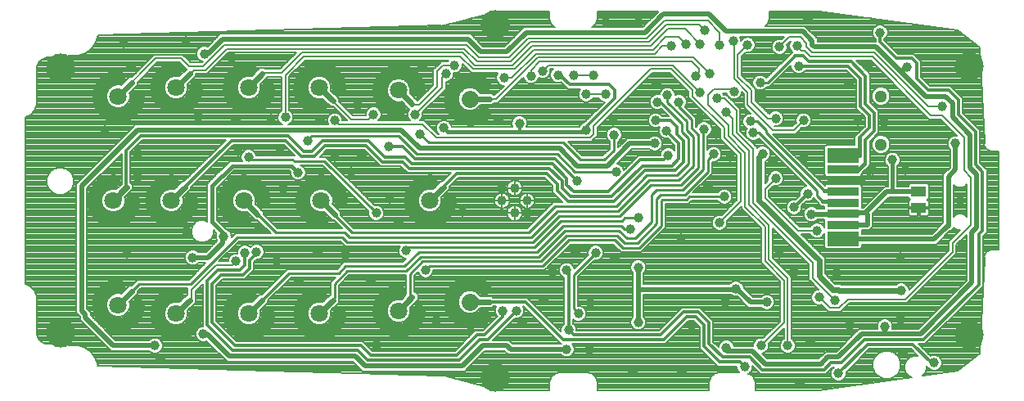
<source format=gbr>
G75*
G70*
%OFA0B0*%
%FSLAX24Y24*%
%IPPOS*%
%LPD*%
%AMOC8*
5,1,8,0,0,1.08239X$1,22.5*
%
%ADD10R,0.1299X0.0591*%
%ADD11R,0.1299X0.0331*%
%ADD12C,0.0472*%
%ADD13C,0.0709*%
%ADD14C,0.0551*%
%ADD15C,0.0236*%
%ADD16C,0.0472*%
%ADD17C,0.0709*%
%ADD18C,0.0394*%
%ADD19R,0.0591X0.0433*%
%ADD20C,0.0512*%
%ADD21C,0.1181*%
%ADD22C,0.0102*%
%ADD23C,0.0118*%
%ADD24C,0.0079*%
%ADD25C,0.0157*%
%ADD26C,0.0197*%
D10*
X033965Y007175D03*
X033965Y010584D03*
D11*
X033965Y010006D03*
X033965Y009557D03*
X033965Y009108D03*
X033965Y008651D03*
X033965Y008203D03*
X033965Y007754D03*
D12*
X019324Y004047D02*
X019324Y004047D01*
X019324Y004047D01*
X019324Y004047D01*
X019324Y004047D01*
X019324Y004047D01*
X019324Y004047D01*
X019324Y004047D01*
X019324Y004047D01*
X019324Y004047D01*
X018211Y005161D02*
X018211Y005161D01*
X018211Y005161D01*
X018211Y005161D01*
X018211Y005161D01*
X018211Y005161D01*
X018211Y005161D01*
X018211Y005161D01*
X018211Y005161D01*
X018211Y005161D01*
X019324Y012315D02*
X019324Y012315D01*
X019324Y012315D01*
X019324Y012315D01*
X019324Y012315D01*
X019324Y012315D01*
X019324Y012315D01*
X019324Y012315D01*
X019324Y012315D01*
X019324Y012315D01*
X018211Y013429D02*
X018211Y013429D01*
X018211Y013429D01*
X018211Y013429D01*
X018211Y013429D01*
X018211Y013429D01*
X018211Y013429D01*
X018211Y013429D01*
X018211Y013429D01*
X018211Y013429D01*
D13*
X018768Y012872D02*
X018769Y012872D01*
X018769Y012871D01*
X018768Y012871D01*
X018767Y012871D01*
X018767Y012872D01*
X018767Y012873D01*
X018768Y012873D01*
X018769Y012873D01*
X018769Y012872D01*
X018768Y004604D02*
X018769Y004604D01*
X018769Y004603D01*
X018768Y004603D01*
X018767Y004603D01*
X018767Y004604D01*
X018767Y004605D01*
X018768Y004605D01*
X018769Y004605D01*
X018769Y004604D01*
D14*
X019324Y005160D02*
X019284Y005198D01*
X019241Y005233D01*
X019196Y005265D01*
X019148Y005293D01*
X019099Y005318D01*
X019048Y005340D01*
X018995Y005357D01*
X018942Y005372D01*
X018887Y005382D01*
X018833Y005388D01*
X018777Y005391D01*
X018722Y005390D01*
X018667Y005384D01*
X018612Y005375D01*
X018558Y005363D01*
X018506Y005346D01*
X018454Y005326D01*
X018404Y005302D01*
X018356Y005275D01*
X018310Y005244D01*
X018266Y005210D01*
X018225Y005173D01*
X018186Y005134D01*
X018150Y005092D01*
X018118Y005047D01*
X018088Y005000D01*
X018062Y004951D01*
X018039Y004901D01*
X018020Y004849D01*
X018005Y004796D01*
X017993Y004742D01*
X017985Y004687D01*
X017981Y004632D01*
X017981Y004576D01*
X017985Y004521D01*
X017993Y004466D01*
X018005Y004412D01*
X018020Y004359D01*
X018039Y004307D01*
X018062Y004257D01*
X018088Y004208D01*
X018118Y004161D01*
X018150Y004116D01*
X018186Y004074D01*
X018225Y004035D01*
X018266Y003998D01*
X018310Y003964D01*
X018356Y003933D01*
X018404Y003906D01*
X018454Y003882D01*
X018506Y003862D01*
X018558Y003845D01*
X018612Y003833D01*
X018667Y003824D01*
X018722Y003818D01*
X018777Y003817D01*
X018833Y003820D01*
X018887Y003826D01*
X018942Y003836D01*
X018995Y003851D01*
X019048Y003868D01*
X019099Y003890D01*
X019148Y003915D01*
X019196Y003943D01*
X019241Y003975D01*
X019284Y004010D01*
X019324Y004048D01*
X016641Y004250D02*
X016639Y004195D01*
X016633Y004140D01*
X016624Y004085D01*
X016610Y004031D01*
X016593Y003979D01*
X016572Y003928D01*
X016548Y003878D01*
X016520Y003830D01*
X016489Y003784D01*
X016454Y003741D01*
X016417Y003700D01*
X016377Y003662D01*
X016334Y003627D01*
X016289Y003594D01*
X016242Y003565D01*
X016193Y003540D01*
X016142Y003518D01*
X016090Y003499D01*
X016037Y003485D01*
X015983Y003474D01*
X015928Y003466D01*
X015872Y003463D01*
X015817Y003464D01*
X015762Y003468D01*
X015707Y003477D01*
X015653Y003489D01*
X015600Y003505D01*
X015549Y003525D01*
X015498Y003548D01*
X015450Y003575D01*
X015403Y003605D01*
X015359Y003638D01*
X015317Y003674D01*
X015278Y003713D01*
X015242Y003755D01*
X015209Y003799D01*
X015179Y003846D01*
X015152Y003894D01*
X015129Y003945D01*
X015109Y003996D01*
X015093Y004049D01*
X015081Y004103D01*
X015072Y004158D01*
X015068Y004213D01*
X015067Y004268D01*
X015070Y004324D01*
X015078Y004379D01*
X015089Y004433D01*
X015103Y004486D01*
X015122Y004538D01*
X015144Y004589D01*
X015169Y004638D01*
X015198Y004685D01*
X015231Y004730D01*
X015266Y004773D01*
X015304Y004813D01*
X015345Y004850D01*
X015388Y004885D01*
X015434Y004916D01*
X015482Y004944D01*
X015532Y004968D01*
X015583Y004989D01*
X015635Y005006D01*
X015689Y005020D01*
X015744Y005029D01*
X015799Y005035D01*
X015854Y005037D01*
X013413Y004132D02*
X013411Y004077D01*
X013405Y004022D01*
X013396Y003967D01*
X013382Y003913D01*
X013365Y003861D01*
X013344Y003810D01*
X013320Y003760D01*
X013292Y003712D01*
X013261Y003666D01*
X013226Y003623D01*
X013189Y003582D01*
X013149Y003544D01*
X013106Y003509D01*
X013061Y003476D01*
X013014Y003447D01*
X012965Y003422D01*
X012914Y003400D01*
X012862Y003381D01*
X012809Y003367D01*
X012755Y003356D01*
X012700Y003348D01*
X012644Y003345D01*
X012589Y003346D01*
X012534Y003350D01*
X012479Y003359D01*
X012425Y003371D01*
X012372Y003387D01*
X012321Y003407D01*
X012270Y003430D01*
X012222Y003457D01*
X012175Y003487D01*
X012131Y003520D01*
X012089Y003556D01*
X012050Y003595D01*
X012014Y003637D01*
X011981Y003681D01*
X011951Y003728D01*
X011924Y003776D01*
X011901Y003827D01*
X011881Y003878D01*
X011865Y003931D01*
X011853Y003985D01*
X011844Y004040D01*
X011840Y004095D01*
X011839Y004150D01*
X011842Y004206D01*
X011850Y004261D01*
X011861Y004315D01*
X011875Y004368D01*
X011894Y004420D01*
X011916Y004471D01*
X011941Y004520D01*
X011970Y004567D01*
X012003Y004612D01*
X012038Y004655D01*
X012076Y004695D01*
X012117Y004732D01*
X012160Y004767D01*
X012206Y004798D01*
X012254Y004826D01*
X012304Y004850D01*
X012355Y004871D01*
X012407Y004888D01*
X012461Y004902D01*
X012516Y004911D01*
X012571Y004917D01*
X012626Y004919D01*
X010539Y004132D02*
X010537Y004077D01*
X010531Y004022D01*
X010522Y003967D01*
X010508Y003913D01*
X010491Y003861D01*
X010470Y003810D01*
X010446Y003760D01*
X010418Y003712D01*
X010387Y003666D01*
X010352Y003623D01*
X010315Y003582D01*
X010275Y003544D01*
X010232Y003509D01*
X010187Y003476D01*
X010140Y003447D01*
X010091Y003422D01*
X010040Y003400D01*
X009988Y003381D01*
X009935Y003367D01*
X009881Y003356D01*
X009826Y003348D01*
X009770Y003345D01*
X009715Y003346D01*
X009660Y003350D01*
X009605Y003359D01*
X009551Y003371D01*
X009498Y003387D01*
X009447Y003407D01*
X009396Y003430D01*
X009348Y003457D01*
X009301Y003487D01*
X009257Y003520D01*
X009215Y003556D01*
X009176Y003595D01*
X009140Y003637D01*
X009107Y003681D01*
X009077Y003728D01*
X009050Y003776D01*
X009027Y003827D01*
X009007Y003878D01*
X008991Y003931D01*
X008979Y003985D01*
X008970Y004040D01*
X008966Y004095D01*
X008965Y004150D01*
X008968Y004206D01*
X008976Y004261D01*
X008987Y004315D01*
X009001Y004368D01*
X009020Y004420D01*
X009042Y004471D01*
X009067Y004520D01*
X009096Y004567D01*
X009129Y004612D01*
X009164Y004655D01*
X009202Y004695D01*
X009243Y004732D01*
X009286Y004767D01*
X009332Y004798D01*
X009380Y004826D01*
X009430Y004850D01*
X009481Y004871D01*
X009533Y004888D01*
X009587Y004902D01*
X009642Y004911D01*
X009697Y004917D01*
X009752Y004919D01*
X007586Y004132D02*
X007584Y004077D01*
X007578Y004022D01*
X007569Y003967D01*
X007555Y003913D01*
X007538Y003861D01*
X007517Y003810D01*
X007493Y003760D01*
X007465Y003712D01*
X007434Y003666D01*
X007399Y003623D01*
X007362Y003582D01*
X007322Y003544D01*
X007279Y003509D01*
X007234Y003476D01*
X007187Y003447D01*
X007138Y003422D01*
X007087Y003400D01*
X007035Y003381D01*
X006982Y003367D01*
X006928Y003356D01*
X006873Y003348D01*
X006817Y003345D01*
X006762Y003346D01*
X006707Y003350D01*
X006652Y003359D01*
X006598Y003371D01*
X006545Y003387D01*
X006494Y003407D01*
X006443Y003430D01*
X006395Y003457D01*
X006348Y003487D01*
X006304Y003520D01*
X006262Y003556D01*
X006223Y003595D01*
X006187Y003637D01*
X006154Y003681D01*
X006124Y003728D01*
X006097Y003776D01*
X006074Y003827D01*
X006054Y003878D01*
X006038Y003931D01*
X006026Y003985D01*
X006017Y004040D01*
X006013Y004095D01*
X006012Y004150D01*
X006015Y004206D01*
X006023Y004261D01*
X006034Y004315D01*
X006048Y004368D01*
X006067Y004420D01*
X006089Y004471D01*
X006114Y004520D01*
X006143Y004567D01*
X006176Y004612D01*
X006211Y004655D01*
X006249Y004695D01*
X006290Y004732D01*
X006333Y004767D01*
X006379Y004798D01*
X006427Y004826D01*
X006477Y004850D01*
X006528Y004871D01*
X006580Y004888D01*
X006634Y004902D01*
X006689Y004911D01*
X006744Y004917D01*
X006799Y004919D01*
X005224Y004486D02*
X005222Y004431D01*
X005216Y004376D01*
X005207Y004321D01*
X005193Y004267D01*
X005176Y004215D01*
X005155Y004164D01*
X005131Y004114D01*
X005103Y004066D01*
X005072Y004020D01*
X005037Y003977D01*
X005000Y003936D01*
X004960Y003898D01*
X004917Y003863D01*
X004872Y003830D01*
X004825Y003801D01*
X004776Y003776D01*
X004725Y003754D01*
X004673Y003735D01*
X004620Y003721D01*
X004566Y003710D01*
X004511Y003702D01*
X004455Y003699D01*
X004400Y003700D01*
X004345Y003704D01*
X004290Y003713D01*
X004236Y003725D01*
X004183Y003741D01*
X004132Y003761D01*
X004081Y003784D01*
X004033Y003811D01*
X003986Y003841D01*
X003942Y003874D01*
X003900Y003910D01*
X003861Y003949D01*
X003825Y003991D01*
X003792Y004035D01*
X003762Y004082D01*
X003735Y004130D01*
X003712Y004181D01*
X003692Y004232D01*
X003676Y004285D01*
X003664Y004339D01*
X003655Y004394D01*
X003651Y004449D01*
X003650Y004504D01*
X003653Y004560D01*
X003661Y004615D01*
X003672Y004669D01*
X003686Y004722D01*
X003705Y004774D01*
X003727Y004825D01*
X003752Y004874D01*
X003781Y004921D01*
X003814Y004966D01*
X003849Y005009D01*
X003887Y005049D01*
X003928Y005086D01*
X003971Y005121D01*
X004017Y005152D01*
X004065Y005180D01*
X004115Y005204D01*
X004166Y005225D01*
X004218Y005242D01*
X004272Y005256D01*
X004327Y005265D01*
X004382Y005271D01*
X004437Y005273D01*
X005027Y008738D02*
X005025Y008683D01*
X005019Y008628D01*
X005010Y008573D01*
X004996Y008519D01*
X004979Y008467D01*
X004958Y008416D01*
X004934Y008366D01*
X004906Y008318D01*
X004875Y008272D01*
X004840Y008229D01*
X004803Y008188D01*
X004763Y008150D01*
X004720Y008115D01*
X004675Y008082D01*
X004628Y008053D01*
X004579Y008028D01*
X004528Y008006D01*
X004476Y007987D01*
X004423Y007973D01*
X004369Y007962D01*
X004314Y007954D01*
X004258Y007951D01*
X004203Y007952D01*
X004148Y007956D01*
X004093Y007965D01*
X004039Y007977D01*
X003986Y007993D01*
X003935Y008013D01*
X003884Y008036D01*
X003836Y008063D01*
X003789Y008093D01*
X003745Y008126D01*
X003703Y008162D01*
X003664Y008201D01*
X003628Y008243D01*
X003595Y008287D01*
X003565Y008334D01*
X003538Y008382D01*
X003515Y008433D01*
X003495Y008484D01*
X003479Y008537D01*
X003467Y008591D01*
X003458Y008646D01*
X003454Y008701D01*
X003453Y008756D01*
X003456Y008812D01*
X003464Y008867D01*
X003475Y008921D01*
X003489Y008974D01*
X003508Y009026D01*
X003530Y009077D01*
X003555Y009126D01*
X003584Y009173D01*
X003617Y009218D01*
X003652Y009261D01*
X003690Y009301D01*
X003731Y009338D01*
X003774Y009373D01*
X003820Y009404D01*
X003868Y009432D01*
X003918Y009456D01*
X003969Y009477D01*
X004021Y009494D01*
X004075Y009508D01*
X004130Y009517D01*
X004185Y009523D01*
X004240Y009525D01*
X006602Y009525D02*
X006547Y009523D01*
X006492Y009517D01*
X006437Y009508D01*
X006383Y009494D01*
X006331Y009477D01*
X006280Y009456D01*
X006230Y009432D01*
X006182Y009404D01*
X006136Y009373D01*
X006093Y009338D01*
X006052Y009301D01*
X006014Y009261D01*
X005979Y009218D01*
X005946Y009173D01*
X005917Y009126D01*
X005892Y009077D01*
X005870Y009026D01*
X005851Y008974D01*
X005837Y008921D01*
X005826Y008867D01*
X005818Y008812D01*
X005815Y008756D01*
X005816Y008701D01*
X005820Y008646D01*
X005829Y008591D01*
X005841Y008537D01*
X005857Y008484D01*
X005877Y008433D01*
X005900Y008382D01*
X005927Y008334D01*
X005957Y008287D01*
X005990Y008243D01*
X006026Y008201D01*
X006065Y008162D01*
X006107Y008126D01*
X006151Y008093D01*
X006198Y008063D01*
X006246Y008036D01*
X006297Y008013D01*
X006348Y007993D01*
X006401Y007977D01*
X006455Y007965D01*
X006510Y007956D01*
X006565Y007952D01*
X006620Y007951D01*
X006676Y007954D01*
X006731Y007962D01*
X006785Y007973D01*
X006838Y007987D01*
X006890Y008006D01*
X006941Y008028D01*
X006990Y008053D01*
X007037Y008082D01*
X007082Y008115D01*
X007125Y008150D01*
X007165Y008188D01*
X007202Y008229D01*
X007237Y008272D01*
X007268Y008318D01*
X007296Y008366D01*
X007320Y008416D01*
X007341Y008467D01*
X007358Y008519D01*
X007372Y008573D01*
X007381Y008628D01*
X007387Y008683D01*
X007389Y008738D01*
X009555Y007951D02*
X009500Y007953D01*
X009445Y007959D01*
X009390Y007968D01*
X009336Y007982D01*
X009284Y007999D01*
X009233Y008020D01*
X009183Y008044D01*
X009135Y008072D01*
X009089Y008103D01*
X009046Y008138D01*
X009005Y008175D01*
X008967Y008215D01*
X008932Y008258D01*
X008899Y008303D01*
X008870Y008350D01*
X008845Y008399D01*
X008823Y008450D01*
X008804Y008502D01*
X008790Y008555D01*
X008779Y008609D01*
X008771Y008664D01*
X008768Y008720D01*
X008769Y008775D01*
X008773Y008830D01*
X008782Y008885D01*
X008794Y008939D01*
X008810Y008992D01*
X008830Y009043D01*
X008853Y009094D01*
X008880Y009142D01*
X008910Y009189D01*
X008943Y009233D01*
X008979Y009275D01*
X009018Y009314D01*
X009060Y009350D01*
X009104Y009383D01*
X009151Y009413D01*
X009199Y009440D01*
X009250Y009463D01*
X009301Y009483D01*
X009354Y009499D01*
X009408Y009511D01*
X009463Y009520D01*
X009518Y009524D01*
X009573Y009525D01*
X009629Y009522D01*
X009684Y009514D01*
X009738Y009503D01*
X009791Y009489D01*
X009843Y009470D01*
X009894Y009448D01*
X009943Y009423D01*
X009990Y009394D01*
X010035Y009361D01*
X010078Y009326D01*
X010118Y009288D01*
X010155Y009247D01*
X010190Y009204D01*
X010221Y009158D01*
X010249Y009110D01*
X010273Y009060D01*
X010294Y009009D01*
X010311Y008957D01*
X010325Y008903D01*
X010334Y008848D01*
X010340Y008793D01*
X010342Y008738D01*
X012705Y007951D02*
X012650Y007953D01*
X012595Y007959D01*
X012540Y007968D01*
X012486Y007982D01*
X012434Y007999D01*
X012383Y008020D01*
X012333Y008044D01*
X012285Y008072D01*
X012239Y008103D01*
X012196Y008138D01*
X012155Y008175D01*
X012117Y008215D01*
X012082Y008258D01*
X012049Y008303D01*
X012020Y008350D01*
X011995Y008399D01*
X011973Y008450D01*
X011954Y008502D01*
X011940Y008555D01*
X011929Y008609D01*
X011921Y008664D01*
X011918Y008720D01*
X011919Y008775D01*
X011923Y008830D01*
X011932Y008885D01*
X011944Y008939D01*
X011960Y008992D01*
X011980Y009043D01*
X012003Y009094D01*
X012030Y009142D01*
X012060Y009189D01*
X012093Y009233D01*
X012129Y009275D01*
X012168Y009314D01*
X012210Y009350D01*
X012254Y009383D01*
X012301Y009413D01*
X012349Y009440D01*
X012400Y009463D01*
X012451Y009483D01*
X012504Y009499D01*
X012558Y009511D01*
X012613Y009520D01*
X012668Y009524D01*
X012723Y009525D01*
X012779Y009522D01*
X012834Y009514D01*
X012888Y009503D01*
X012941Y009489D01*
X012993Y009470D01*
X013044Y009448D01*
X013093Y009423D01*
X013140Y009394D01*
X013185Y009361D01*
X013228Y009326D01*
X013268Y009288D01*
X013305Y009247D01*
X013340Y009204D01*
X013371Y009158D01*
X013399Y009110D01*
X013423Y009060D01*
X013444Y009009D01*
X013461Y008957D01*
X013475Y008903D01*
X013484Y008848D01*
X013490Y008793D01*
X013492Y008738D01*
X017134Y009525D02*
X017079Y009523D01*
X017024Y009517D01*
X016969Y009508D01*
X016915Y009494D01*
X016863Y009477D01*
X016812Y009456D01*
X016762Y009432D01*
X016714Y009404D01*
X016668Y009373D01*
X016625Y009338D01*
X016584Y009301D01*
X016546Y009261D01*
X016511Y009218D01*
X016478Y009173D01*
X016449Y009126D01*
X016424Y009077D01*
X016402Y009026D01*
X016383Y008974D01*
X016369Y008921D01*
X016358Y008867D01*
X016350Y008812D01*
X016347Y008756D01*
X016348Y008701D01*
X016352Y008646D01*
X016361Y008591D01*
X016373Y008537D01*
X016389Y008484D01*
X016409Y008433D01*
X016432Y008382D01*
X016459Y008334D01*
X016489Y008287D01*
X016522Y008243D01*
X016558Y008201D01*
X016597Y008162D01*
X016639Y008126D01*
X016683Y008093D01*
X016730Y008063D01*
X016778Y008036D01*
X016829Y008013D01*
X016880Y007993D01*
X016933Y007977D01*
X016987Y007965D01*
X017042Y007956D01*
X017097Y007952D01*
X017152Y007951D01*
X017208Y007954D01*
X017263Y007962D01*
X017317Y007973D01*
X017370Y007987D01*
X017422Y008006D01*
X017473Y008028D01*
X017522Y008053D01*
X017569Y008082D01*
X017614Y008115D01*
X017657Y008150D01*
X017697Y008188D01*
X017734Y008229D01*
X017769Y008272D01*
X017800Y008318D01*
X017828Y008366D01*
X017852Y008416D01*
X017873Y008467D01*
X017890Y008519D01*
X017904Y008573D01*
X017913Y008628D01*
X017919Y008683D01*
X017921Y008738D01*
X019324Y012316D02*
X019284Y012278D01*
X019241Y012243D01*
X019196Y012211D01*
X019148Y012183D01*
X019099Y012158D01*
X019048Y012136D01*
X018995Y012119D01*
X018942Y012104D01*
X018887Y012094D01*
X018833Y012088D01*
X018777Y012085D01*
X018722Y012086D01*
X018667Y012092D01*
X018612Y012101D01*
X018558Y012113D01*
X018506Y012130D01*
X018454Y012150D01*
X018404Y012174D01*
X018356Y012201D01*
X018310Y012232D01*
X018266Y012266D01*
X018225Y012303D01*
X018186Y012342D01*
X018150Y012384D01*
X018118Y012429D01*
X018088Y012476D01*
X018062Y012525D01*
X018039Y012575D01*
X018020Y012627D01*
X018005Y012680D01*
X017993Y012734D01*
X017985Y012789D01*
X017981Y012844D01*
X017981Y012900D01*
X017985Y012955D01*
X017993Y013010D01*
X018005Y013064D01*
X018020Y013117D01*
X018039Y013169D01*
X018062Y013219D01*
X018088Y013268D01*
X018118Y013315D01*
X018150Y013360D01*
X018186Y013402D01*
X018225Y013441D01*
X018266Y013478D01*
X018310Y013512D01*
X018356Y013543D01*
X018404Y013570D01*
X018454Y013594D01*
X018506Y013614D01*
X018558Y013631D01*
X018612Y013643D01*
X018667Y013652D01*
X018722Y013658D01*
X018777Y013659D01*
X018833Y013656D01*
X018887Y013650D01*
X018942Y013640D01*
X018995Y013625D01*
X019048Y013608D01*
X019099Y013586D01*
X019148Y013561D01*
X019196Y013533D01*
X019241Y013501D01*
X019284Y013466D01*
X019324Y013428D01*
X016641Y013226D02*
X016639Y013281D01*
X016633Y013336D01*
X016624Y013391D01*
X016610Y013445D01*
X016593Y013497D01*
X016572Y013548D01*
X016548Y013598D01*
X016520Y013646D01*
X016489Y013692D01*
X016454Y013735D01*
X016417Y013776D01*
X016377Y013814D01*
X016334Y013849D01*
X016289Y013882D01*
X016242Y013911D01*
X016193Y013936D01*
X016142Y013958D01*
X016090Y013977D01*
X016037Y013991D01*
X015983Y014002D01*
X015928Y014010D01*
X015872Y014013D01*
X015817Y014012D01*
X015762Y014008D01*
X015707Y013999D01*
X015653Y013987D01*
X015600Y013971D01*
X015549Y013951D01*
X015498Y013928D01*
X015450Y013901D01*
X015403Y013871D01*
X015359Y013838D01*
X015317Y013802D01*
X015278Y013763D01*
X015242Y013721D01*
X015209Y013677D01*
X015179Y013630D01*
X015152Y013582D01*
X015129Y013531D01*
X015109Y013480D01*
X015093Y013427D01*
X015081Y013373D01*
X015072Y013318D01*
X015068Y013263D01*
X015067Y013208D01*
X015070Y013152D01*
X015078Y013097D01*
X015089Y013043D01*
X015103Y012990D01*
X015122Y012938D01*
X015144Y012887D01*
X015169Y012838D01*
X015198Y012791D01*
X015231Y012746D01*
X015266Y012703D01*
X015304Y012663D01*
X015345Y012626D01*
X015388Y012591D01*
X015434Y012560D01*
X015482Y012532D01*
X015532Y012508D01*
X015583Y012487D01*
X015635Y012470D01*
X015689Y012456D01*
X015744Y012447D01*
X015799Y012441D01*
X015854Y012439D01*
X013413Y013344D02*
X013411Y013399D01*
X013405Y013454D01*
X013396Y013509D01*
X013382Y013563D01*
X013365Y013615D01*
X013344Y013666D01*
X013320Y013716D01*
X013292Y013764D01*
X013261Y013810D01*
X013226Y013853D01*
X013189Y013894D01*
X013149Y013932D01*
X013106Y013967D01*
X013061Y014000D01*
X013014Y014029D01*
X012965Y014054D01*
X012914Y014076D01*
X012862Y014095D01*
X012809Y014109D01*
X012755Y014120D01*
X012700Y014128D01*
X012644Y014131D01*
X012589Y014130D01*
X012534Y014126D01*
X012479Y014117D01*
X012425Y014105D01*
X012372Y014089D01*
X012321Y014069D01*
X012270Y014046D01*
X012222Y014019D01*
X012175Y013989D01*
X012131Y013956D01*
X012089Y013920D01*
X012050Y013881D01*
X012014Y013839D01*
X011981Y013795D01*
X011951Y013748D01*
X011924Y013700D01*
X011901Y013649D01*
X011881Y013598D01*
X011865Y013545D01*
X011853Y013491D01*
X011844Y013436D01*
X011840Y013381D01*
X011839Y013326D01*
X011842Y013270D01*
X011850Y013215D01*
X011861Y013161D01*
X011875Y013108D01*
X011894Y013056D01*
X011916Y013005D01*
X011941Y012956D01*
X011970Y012909D01*
X012003Y012864D01*
X012038Y012821D01*
X012076Y012781D01*
X012117Y012744D01*
X012160Y012709D01*
X012206Y012678D01*
X012254Y012650D01*
X012304Y012626D01*
X012355Y012605D01*
X012407Y012588D01*
X012461Y012574D01*
X012516Y012565D01*
X012571Y012559D01*
X012626Y012557D01*
X010539Y013344D02*
X010537Y013289D01*
X010531Y013234D01*
X010522Y013179D01*
X010508Y013125D01*
X010491Y013073D01*
X010470Y013022D01*
X010446Y012972D01*
X010418Y012924D01*
X010387Y012878D01*
X010352Y012835D01*
X010315Y012794D01*
X010275Y012756D01*
X010232Y012721D01*
X010187Y012688D01*
X010140Y012659D01*
X010091Y012634D01*
X010040Y012612D01*
X009988Y012593D01*
X009935Y012579D01*
X009881Y012568D01*
X009826Y012560D01*
X009770Y012557D01*
X009715Y012558D01*
X009660Y012562D01*
X009605Y012571D01*
X009551Y012583D01*
X009498Y012599D01*
X009447Y012619D01*
X009396Y012642D01*
X009348Y012669D01*
X009301Y012699D01*
X009257Y012732D01*
X009215Y012768D01*
X009176Y012807D01*
X009140Y012849D01*
X009107Y012893D01*
X009077Y012940D01*
X009050Y012988D01*
X009027Y013039D01*
X009007Y013090D01*
X008991Y013143D01*
X008979Y013197D01*
X008970Y013252D01*
X008966Y013307D01*
X008965Y013362D01*
X008968Y013418D01*
X008976Y013473D01*
X008987Y013527D01*
X009001Y013580D01*
X009020Y013632D01*
X009042Y013683D01*
X009067Y013732D01*
X009096Y013779D01*
X009129Y013824D01*
X009164Y013867D01*
X009202Y013907D01*
X009243Y013944D01*
X009286Y013979D01*
X009332Y014010D01*
X009380Y014038D01*
X009430Y014062D01*
X009481Y014083D01*
X009533Y014100D01*
X009587Y014114D01*
X009642Y014123D01*
X009697Y014129D01*
X009752Y014131D01*
X007586Y013344D02*
X007584Y013289D01*
X007578Y013234D01*
X007569Y013179D01*
X007555Y013125D01*
X007538Y013073D01*
X007517Y013022D01*
X007493Y012972D01*
X007465Y012924D01*
X007434Y012878D01*
X007399Y012835D01*
X007362Y012794D01*
X007322Y012756D01*
X007279Y012721D01*
X007234Y012688D01*
X007187Y012659D01*
X007138Y012634D01*
X007087Y012612D01*
X007035Y012593D01*
X006982Y012579D01*
X006928Y012568D01*
X006873Y012560D01*
X006817Y012557D01*
X006762Y012558D01*
X006707Y012562D01*
X006652Y012571D01*
X006598Y012583D01*
X006545Y012599D01*
X006494Y012619D01*
X006443Y012642D01*
X006395Y012669D01*
X006348Y012699D01*
X006304Y012732D01*
X006262Y012768D01*
X006223Y012807D01*
X006187Y012849D01*
X006154Y012893D01*
X006124Y012940D01*
X006097Y012988D01*
X006074Y013039D01*
X006054Y013090D01*
X006038Y013143D01*
X006026Y013197D01*
X006017Y013252D01*
X006013Y013307D01*
X006012Y013362D01*
X006015Y013418D01*
X006023Y013473D01*
X006034Y013527D01*
X006048Y013580D01*
X006067Y013632D01*
X006089Y013683D01*
X006114Y013732D01*
X006143Y013779D01*
X006176Y013824D01*
X006211Y013867D01*
X006249Y013907D01*
X006290Y013944D01*
X006333Y013979D01*
X006379Y014010D01*
X006427Y014038D01*
X006477Y014062D01*
X006528Y014083D01*
X006580Y014100D01*
X006634Y014114D01*
X006689Y014123D01*
X006744Y014129D01*
X006799Y014131D01*
X005224Y012990D02*
X005222Y012935D01*
X005216Y012880D01*
X005207Y012825D01*
X005193Y012771D01*
X005176Y012719D01*
X005155Y012668D01*
X005131Y012618D01*
X005103Y012570D01*
X005072Y012524D01*
X005037Y012481D01*
X005000Y012440D01*
X004960Y012402D01*
X004917Y012367D01*
X004872Y012334D01*
X004825Y012305D01*
X004776Y012280D01*
X004725Y012258D01*
X004673Y012239D01*
X004620Y012225D01*
X004566Y012214D01*
X004511Y012206D01*
X004455Y012203D01*
X004400Y012204D01*
X004345Y012208D01*
X004290Y012217D01*
X004236Y012229D01*
X004183Y012245D01*
X004132Y012265D01*
X004081Y012288D01*
X004033Y012315D01*
X003986Y012345D01*
X003942Y012378D01*
X003900Y012414D01*
X003861Y012453D01*
X003825Y012495D01*
X003792Y012539D01*
X003762Y012586D01*
X003735Y012634D01*
X003712Y012685D01*
X003692Y012736D01*
X003676Y012789D01*
X003664Y012843D01*
X003655Y012898D01*
X003651Y012953D01*
X003650Y013008D01*
X003653Y013064D01*
X003661Y013119D01*
X003672Y013173D01*
X003686Y013226D01*
X003705Y013278D01*
X003727Y013329D01*
X003752Y013378D01*
X003781Y013425D01*
X003814Y013470D01*
X003849Y013513D01*
X003887Y013553D01*
X003928Y013590D01*
X003971Y013625D01*
X004017Y013656D01*
X004065Y013684D01*
X004115Y013708D01*
X004166Y013729D01*
X004218Y013746D01*
X004272Y013760D01*
X004327Y013769D01*
X004382Y013775D01*
X004437Y013777D01*
D15*
X004988Y013541D02*
X004437Y012990D01*
X006799Y013344D02*
X007350Y013895D01*
X009752Y013344D02*
X010303Y013895D01*
X012626Y013344D02*
X013177Y012793D01*
X015854Y013226D02*
X016406Y012675D01*
X018768Y012872D02*
X019547Y012872D01*
X017685Y009289D02*
X017134Y008738D01*
X013256Y008187D02*
X012705Y008738D01*
X010106Y008187D02*
X009555Y008738D01*
X007154Y009289D02*
X006602Y008738D01*
X004791Y009289D02*
X004240Y008738D01*
X004988Y005037D02*
X004437Y004486D01*
X006799Y004132D02*
X007350Y004683D01*
X009752Y004132D02*
X010303Y004683D01*
X012626Y004132D02*
X013177Y004683D01*
X015854Y004250D02*
X016406Y004801D01*
X018768Y004604D02*
X019547Y004604D01*
X030539Y008738D02*
X030539Y010510D01*
X030677Y010647D01*
X030539Y008738D02*
X032980Y006297D01*
X032980Y005667D01*
X033531Y005116D01*
X033768Y005116D01*
X033807Y005077D01*
X036327Y005077D01*
D16*
X017921Y008738D03*
X016346Y008738D03*
X012705Y009525D03*
X009555Y009525D03*
X007390Y008738D03*
X005815Y008738D03*
X005028Y008738D03*
X003453Y008738D03*
X009555Y007951D03*
X012705Y007951D03*
X005224Y004486D03*
X006012Y004132D03*
X007587Y004132D03*
X008965Y004132D03*
X010539Y004132D03*
X011839Y004132D03*
X013413Y004132D03*
X015067Y004250D03*
X016642Y004250D03*
X003650Y004486D03*
X015854Y012439D03*
X012626Y012557D03*
X010539Y013344D03*
X008965Y013344D03*
X007587Y013344D03*
X006012Y013344D03*
X005224Y012990D03*
X003650Y012990D03*
X012626Y014132D03*
X015854Y014014D03*
D17*
X015854Y013226D03*
X012626Y013344D03*
X009752Y013344D03*
X006799Y013344D03*
X004437Y012990D03*
X004240Y008738D03*
X006602Y008738D03*
X009555Y008738D03*
X012705Y008738D03*
X017134Y008738D03*
X015854Y004250D03*
X012626Y004132D03*
X009752Y004132D03*
X006799Y004132D03*
X004437Y004486D03*
D18*
X007902Y003305D03*
X005933Y002832D03*
X006150Y002281D03*
X011799Y005431D03*
X010894Y006258D03*
X010067Y006651D03*
X009594Y006612D03*
X009240Y006258D03*
X007469Y006415D03*
X008728Y007281D03*
X010185Y007596D03*
X012547Y006651D03*
X013689Y006533D03*
X016169Y006691D03*
X016957Y005903D03*
X014713Y005431D03*
X017390Y003856D03*
X014949Y002832D03*
X020106Y004250D03*
X020657Y004250D03*
X020894Y003777D03*
X021760Y004683D03*
X023177Y004132D03*
X023650Y004565D03*
X025618Y003777D03*
X027783Y003659D03*
X029161Y004604D03*
X029594Y005155D03*
X030854Y004604D03*
X032980Y004801D03*
X033630Y004683D03*
X033689Y005785D03*
X031957Y005825D03*
X031366Y006573D03*
X032902Y007518D03*
X032665Y008187D03*
X031957Y008462D03*
X032508Y009014D03*
X031209Y009643D03*
X031091Y010313D03*
X030677Y010647D03*
X029358Y010510D03*
X028689Y010628D03*
X026839Y010588D03*
X026287Y011061D03*
X026760Y011573D03*
X026327Y012006D03*
X024575Y011966D03*
X023492Y011612D03*
X024634Y011415D03*
X026406Y012754D03*
X026799Y013029D03*
X027272Y012754D03*
X028138Y013147D03*
X028827Y012892D03*
X029516Y013187D03*
X030579Y013541D03*
X030618Y012951D03*
X029201Y012340D03*
X028138Y012124D03*
X028295Y011651D03*
X028807Y011455D03*
X030185Y011966D03*
X031209Y012084D03*
X032350Y012006D03*
X032783Y012242D03*
X034555Y011966D03*
X035618Y011927D03*
X037980Y012557D03*
X038531Y011061D03*
X036484Y009958D03*
X035972Y010392D03*
X035146Y009958D03*
X032350Y010470D03*
X030303Y011494D03*
X028453Y009329D03*
X029122Y008895D03*
X028925Y007832D03*
X027350Y007203D03*
X025618Y008029D03*
X025303Y007557D03*
X023886Y006612D03*
X024673Y006376D03*
X025618Y006021D03*
X023059Y006612D03*
X022705Y005903D03*
X022114Y005825D03*
X022783Y003462D03*
X022705Y002675D03*
X023610Y002675D03*
X025382Y001730D03*
X027390Y001730D03*
X029201Y002754D03*
X030618Y002832D03*
X031701Y002832D03*
X032626Y002990D03*
X034240Y003659D03*
X035657Y003620D03*
X036287Y003895D03*
X036327Y005077D03*
X036287Y006455D03*
X038807Y006888D03*
X038728Y008738D03*
X034201Y013462D03*
X034988Y014250D03*
X036563Y014171D03*
X035461Y015588D03*
X032508Y016140D03*
X032075Y015037D03*
X031366Y014998D03*
X030067Y015077D03*
X029476Y015234D03*
X028925Y015077D03*
X028138Y015116D03*
X027547Y015116D03*
X026957Y015037D03*
X028335Y015667D03*
X025618Y015982D03*
X024280Y016021D03*
X021720Y014014D03*
X021248Y013817D03*
X022350Y013856D03*
X022980Y013856D03*
X023807Y013856D03*
X023492Y013069D03*
X024280Y013069D03*
X026366Y013462D03*
X027941Y013817D03*
X028531Y013895D03*
X032154Y014210D03*
X024713Y009919D03*
X023138Y009525D03*
X021091Y008738D03*
X021091Y008226D03*
X020579Y008226D03*
X020067Y008738D03*
X020067Y009250D03*
X020579Y009250D03*
X018453Y008266D03*
X015854Y007872D03*
X014949Y008226D03*
X015500Y008817D03*
X013925Y009919D03*
X014358Y010588D03*
X013256Y010510D03*
X012154Y011179D03*
X011012Y010746D03*
X009752Y010510D03*
X009319Y010746D03*
X011760Y009880D03*
X011169Y009250D03*
X007232Y007478D03*
X004791Y006573D03*
X005224Y009722D03*
X005224Y010628D03*
X003886Y011612D03*
X007705Y012163D03*
X009240Y012045D03*
X010657Y012084D03*
X011248Y012124D03*
X012665Y012006D03*
X013256Y012006D03*
X014201Y012636D03*
X014831Y012242D03*
X016524Y012242D03*
X017705Y011691D03*
X016720Y011455D03*
X015461Y010943D03*
X019929Y012006D03*
X020776Y011888D03*
X020146Y013738D03*
X018138Y014250D03*
X017783Y013895D03*
X016839Y014171D03*
X009043Y014565D03*
X007941Y014722D03*
X007193Y015234D03*
X004969Y014210D03*
X004673Y015155D03*
X029949Y001966D03*
X032193Y001297D03*
X033768Y001691D03*
X036406Y002518D03*
X037665Y002124D03*
D19*
X037035Y008443D03*
X037035Y009092D03*
D20*
X035500Y011021D03*
X035500Y012990D03*
D21*
X039083Y014191D03*
X019791Y015923D03*
X002075Y014151D03*
X002075Y003325D03*
X019791Y001553D03*
X039083Y003285D03*
D22*
X026563Y007714D02*
X025657Y006809D01*
X024988Y006809D01*
X024673Y007124D01*
X022783Y007124D01*
X021720Y006061D01*
X017114Y006061D01*
X016957Y005903D01*
X016839Y006258D02*
X016327Y005746D01*
X016327Y004880D01*
X015854Y004250D01*
X013256Y004762D02*
X012626Y004132D01*
X013256Y004762D02*
X013256Y005352D01*
X013768Y005864D01*
X016169Y005864D01*
X016760Y006455D01*
X021563Y006455D01*
X022626Y007518D01*
X024831Y007518D01*
X025146Y007203D01*
X025500Y007203D01*
X026169Y007872D01*
X026169Y008974D01*
X026366Y009171D01*
X027429Y009171D01*
X028256Y009998D01*
X028256Y011612D01*
X028295Y011651D01*
X028059Y011415D02*
X027783Y011691D01*
X027783Y012045D01*
X027272Y012557D01*
X027272Y012754D01*
X026799Y012754D02*
X026799Y013029D01*
X026799Y012754D02*
X027587Y011966D01*
X027587Y011612D01*
X027862Y011336D01*
X027862Y010155D01*
X027272Y009565D01*
X026051Y009565D01*
X024791Y008305D01*
X022311Y008305D01*
X021248Y007242D01*
X013846Y007242D01*
X013650Y007439D01*
X010854Y007439D01*
X009555Y008738D01*
X012705Y008738D02*
X013295Y008108D01*
X013965Y007439D01*
X021169Y007439D01*
X022232Y008502D01*
X024713Y008502D01*
X025972Y009762D01*
X027193Y009762D01*
X027665Y010234D01*
X027665Y011258D01*
X027390Y011533D01*
X027390Y011888D01*
X026524Y012754D01*
X026406Y012754D01*
X028059Y011415D02*
X028059Y010077D01*
X027350Y009368D01*
X026130Y009368D01*
X024870Y008108D01*
X022390Y008108D01*
X021327Y007045D01*
X013768Y007045D01*
X013571Y007242D01*
X009280Y007242D01*
X007390Y005352D01*
X005303Y005352D01*
X004437Y004486D01*
X009752Y004132D02*
X011406Y005785D01*
X013413Y005785D01*
X013689Y006061D01*
X016091Y006061D01*
X016681Y006651D01*
X021484Y006651D01*
X022547Y007714D01*
X024909Y007714D01*
X025067Y007557D01*
X025303Y007557D01*
X024949Y007911D02*
X022469Y007911D01*
X021406Y006848D01*
X016327Y006848D01*
X016169Y006691D01*
X016839Y006258D02*
X021642Y006258D01*
X022705Y007321D01*
X024752Y007321D01*
X025067Y007006D01*
X025579Y007006D01*
X026366Y007793D01*
X026366Y008817D01*
X026524Y008974D01*
X027508Y008974D01*
X028453Y009919D01*
X028453Y010392D01*
X028689Y010628D01*
X030303Y011494D02*
X030539Y011494D01*
X032902Y009132D01*
X032902Y008935D01*
X033138Y008699D01*
X033374Y008699D02*
X033413Y008659D01*
X033886Y008659D01*
X033965Y008651D01*
X033925Y008659D01*
X033925Y009092D02*
X033413Y009092D01*
X033374Y009132D01*
X033177Y009132D02*
X030815Y011494D01*
X030815Y011612D01*
X030461Y011966D01*
X030185Y011966D01*
X030579Y013541D02*
X030894Y013541D01*
X031996Y014643D01*
X024634Y011415D02*
X024634Y010785D01*
X024240Y010392D01*
X023256Y010392D01*
X022547Y011100D01*
X017075Y011100D01*
X016720Y011455D01*
X016602Y010628D02*
X015854Y011376D01*
X012311Y011376D01*
X012193Y011258D01*
X012154Y011179D01*
X011563Y010392D02*
X009870Y010392D01*
X009752Y010510D01*
X011563Y010392D02*
X011602Y010352D01*
X012823Y010352D01*
X014949Y008226D01*
X016602Y010628D02*
X022311Y010628D01*
X023020Y009919D01*
X024713Y009919D01*
X026563Y008738D02*
X026602Y008777D01*
X027587Y008777D01*
X027705Y008895D01*
X029122Y008895D01*
X026563Y008738D02*
X026563Y007714D01*
X025618Y008029D02*
X025067Y008029D01*
X024949Y007911D01*
X023886Y006612D02*
X022980Y005706D01*
X022980Y004329D01*
X023177Y004132D01*
X033925Y009092D02*
X033965Y009108D01*
X033965Y009557D02*
X033965Y009565D01*
X034516Y009565D01*
X034555Y009604D01*
X034791Y009604D01*
X035146Y009958D01*
X035146Y010037D01*
D23*
X034870Y010273D02*
X034870Y011218D01*
X035224Y011573D01*
X035224Y012321D01*
X034870Y012675D01*
X034870Y013817D01*
X034280Y014407D01*
X032547Y014407D01*
X032311Y014643D01*
X031996Y014643D01*
X032154Y014210D02*
X034161Y014210D01*
X034673Y013699D01*
X034673Y012557D01*
X035028Y012203D01*
X035028Y011691D01*
X034634Y011297D01*
X034634Y011258D01*
X034634Y010588D02*
X034004Y010588D01*
X033965Y010584D01*
X033965Y010588D01*
X034831Y010234D02*
X034870Y010273D01*
X034555Y009958D02*
X034516Y009998D01*
X033965Y009998D01*
X033965Y010006D01*
X033965Y009108D02*
X033965Y009092D01*
X033965Y008659D02*
X033965Y008651D01*
X032508Y009014D02*
X031957Y008462D01*
X027469Y010313D02*
X027469Y011179D01*
X027193Y011455D01*
X027193Y011730D01*
X026917Y012006D01*
X026327Y012006D01*
X026760Y011573D02*
X027272Y011061D01*
X027272Y010431D01*
X026996Y010155D01*
X025776Y010155D01*
X024516Y008895D01*
X022862Y008895D01*
X022508Y009250D01*
X022508Y009525D01*
X021996Y010037D01*
X016287Y010037D01*
X016012Y010313D01*
X015185Y010313D01*
X014516Y010982D01*
X012862Y010982D01*
X012429Y010549D01*
X011878Y010549D01*
X011248Y011179D01*
X009043Y011179D01*
X006602Y008738D01*
X004752Y009329D02*
X004516Y009092D01*
X004516Y008738D01*
X004240Y008738D01*
X004752Y009329D02*
X004752Y010785D01*
X005343Y011376D01*
X011366Y011376D01*
X011996Y010746D01*
X012311Y010746D01*
X012744Y011179D01*
X014634Y011179D01*
X015303Y010510D01*
X016130Y010510D01*
X016406Y010234D01*
X022114Y010234D01*
X022705Y009643D01*
X022705Y009368D01*
X022980Y009092D01*
X024398Y009092D01*
X025697Y010392D01*
X026642Y010392D01*
X026839Y010588D01*
X027469Y010313D02*
X027114Y009958D01*
X025894Y009958D01*
X024634Y008699D01*
X022744Y008699D01*
X022311Y009132D01*
X022311Y009407D01*
X021878Y009840D01*
X018217Y009840D01*
X017744Y009368D01*
X017134Y008738D01*
X016524Y010431D02*
X016012Y010943D01*
X015461Y010943D01*
X016524Y010431D02*
X022232Y010431D01*
X023138Y009525D01*
X023492Y011612D02*
X023531Y011651D01*
X023531Y011769D01*
X024673Y012911D01*
X024673Y013226D01*
X024437Y013462D01*
X022823Y013462D01*
X022429Y013856D01*
X022350Y013856D01*
X020776Y011888D02*
X020776Y011533D01*
X012154Y011218D02*
X012154Y011179D01*
X010067Y006651D02*
X010067Y006573D01*
X009791Y006297D01*
X009791Y005982D01*
X009516Y005706D01*
X008610Y005706D01*
X008256Y005352D01*
X008256Y003777D01*
X009201Y002832D01*
X014319Y002832D01*
X014713Y002439D01*
X018217Y002439D01*
X019043Y003266D01*
X019358Y003266D01*
X020106Y004014D01*
X020106Y004250D01*
X020657Y004250D02*
X019476Y003069D01*
X019161Y003069D01*
X018335Y002242D01*
X014594Y002242D01*
X014201Y002636D01*
X009083Y002636D01*
X008059Y003659D01*
X008059Y005470D01*
X008492Y005903D01*
X009398Y005903D01*
X009594Y006100D01*
X009594Y006612D01*
X018768Y004604D02*
X021012Y004604D01*
X022547Y003069D01*
X026642Y003069D01*
X027587Y004014D01*
X027941Y004014D01*
X028295Y003659D01*
X028295Y002793D01*
X028925Y002163D01*
X029752Y002163D01*
X029949Y001966D01*
X030146Y002360D02*
X029043Y002360D01*
X028492Y002911D01*
X028492Y003777D01*
X028059Y004210D01*
X027469Y004210D01*
X026524Y003266D01*
X022980Y003266D01*
X022783Y003462D01*
X022783Y005825D01*
X022705Y005903D01*
X019437Y004643D02*
X019122Y004643D01*
X018965Y004801D01*
X018768Y004604D01*
X030146Y002360D02*
X030657Y001848D01*
X033177Y001848D01*
X033453Y002124D01*
X033886Y002124D01*
X034831Y003069D01*
X037232Y003069D01*
X039476Y005313D01*
X039476Y007360D01*
X039634Y007518D01*
X039634Y009919D01*
X039358Y010195D01*
X039358Y011533D01*
X038650Y012242D01*
X038650Y012832D01*
X038256Y013226D01*
X037429Y013226D01*
X036957Y013699D01*
X036957Y014329D01*
X036760Y014525D01*
X036130Y014525D01*
X035461Y015195D01*
X035461Y015588D01*
X025618Y015982D02*
X025421Y015825D01*
X024476Y015825D01*
X024280Y016021D01*
X034949Y002872D02*
X033768Y001691D01*
X034949Y002872D02*
X036799Y002872D01*
X037547Y002124D01*
X037665Y002124D01*
D24*
X003613Y002001D02*
X003527Y002290D01*
X003353Y002542D01*
X003110Y002727D01*
X002822Y002829D01*
X002673Y002832D01*
X001599Y002906D01*
X001599Y002907D01*
X001534Y002911D01*
X001457Y002923D01*
X001316Y002987D01*
X001206Y003097D01*
X001142Y003238D01*
X001130Y003313D01*
X001130Y004848D01*
X001034Y005079D01*
X001034Y005079D01*
X000857Y005256D01*
X000657Y005339D01*
X000657Y012137D01*
X000857Y012220D01*
X001034Y012397D01*
X001130Y012628D01*
X001130Y014163D01*
X001142Y014238D01*
X001206Y014379D01*
X001316Y014489D01*
X001457Y014553D01*
X001534Y014565D01*
X001599Y014569D01*
X001599Y014570D01*
X002673Y014644D01*
X002822Y014647D01*
X003110Y014749D01*
X003353Y014934D01*
X003353Y014934D01*
X003527Y015186D01*
X003613Y015475D01*
X017585Y015863D01*
X017602Y015853D01*
X017648Y015865D01*
X017696Y015866D01*
X017709Y015880D01*
X019969Y016455D01*
X021996Y016455D01*
X021996Y016124D01*
X022068Y015951D01*
X022068Y015951D01*
X022201Y015818D01*
X022232Y015805D01*
X020961Y015805D01*
X020174Y015018D01*
X019290Y015018D01*
X018779Y015529D01*
X008599Y015529D01*
X008077Y015007D01*
X008004Y015037D01*
X007878Y015037D01*
X007763Y014989D01*
X007674Y014901D01*
X007626Y014785D01*
X007626Y014660D01*
X007674Y014544D01*
X007763Y014455D01*
X007876Y014408D01*
X007836Y014368D01*
X007376Y014368D01*
X007154Y014591D01*
X007061Y014683D01*
X005907Y014683D01*
X005002Y013777D01*
X004890Y013777D01*
X004562Y013449D01*
X004531Y013462D01*
X004343Y013462D01*
X004169Y013390D01*
X004036Y013258D01*
X003965Y013084D01*
X003965Y012896D01*
X004036Y012722D01*
X004169Y012589D01*
X004343Y012518D01*
X004531Y012518D01*
X004705Y012589D01*
X004838Y012722D01*
X004909Y012896D01*
X004909Y013084D01*
X004896Y013115D01*
X005224Y013443D01*
X005224Y013555D01*
X006038Y014368D01*
X006931Y014368D01*
X007210Y014089D01*
X006925Y013804D01*
X006893Y013817D01*
X006705Y013817D01*
X006532Y013745D01*
X006399Y013612D01*
X006327Y013438D01*
X006327Y013250D01*
X006399Y013077D01*
X006532Y012944D01*
X006705Y012872D01*
X006893Y012872D01*
X007067Y012944D01*
X007200Y013077D01*
X007272Y013250D01*
X007272Y013438D01*
X007259Y013470D01*
X007587Y013798D01*
X007587Y013895D01*
X008046Y013895D01*
X008138Y013988D01*
X008912Y014762D01*
X011695Y014762D01*
X011025Y014092D01*
X010440Y014092D01*
X010401Y014132D01*
X010205Y014132D01*
X009877Y013804D01*
X009846Y013817D01*
X009658Y013817D01*
X009484Y013745D01*
X009351Y013612D01*
X009280Y013438D01*
X009280Y013250D01*
X009351Y013077D01*
X009484Y012944D01*
X009658Y012872D01*
X009846Y012872D01*
X010020Y012944D01*
X010152Y013077D01*
X010224Y013250D01*
X010224Y013438D01*
X010211Y013470D01*
X010519Y013777D01*
X011091Y013777D01*
X011091Y012399D01*
X011070Y012391D01*
X010981Y012302D01*
X010933Y012186D01*
X010933Y012061D01*
X010981Y011945D01*
X011070Y011857D01*
X011138Y011829D01*
X005135Y011829D01*
X005008Y011702D01*
X002724Y009418D01*
X002724Y004160D01*
X002882Y004003D01*
X002882Y003885D01*
X004024Y002743D01*
X004150Y002616D01*
X005704Y002616D01*
X005755Y002565D01*
X005870Y002518D01*
X005996Y002518D01*
X006111Y002565D01*
X006200Y002654D01*
X006248Y002770D01*
X006248Y002895D01*
X006200Y003011D01*
X006111Y003099D01*
X005996Y003147D01*
X005870Y003147D01*
X005755Y003099D01*
X005704Y003049D01*
X004330Y003049D01*
X003315Y004064D01*
X003315Y004182D01*
X003188Y004309D01*
X003157Y004339D01*
X003157Y009239D01*
X004575Y010656D01*
X004575Y009407D01*
X004366Y009197D01*
X004334Y009210D01*
X004146Y009210D01*
X003973Y009138D01*
X003840Y009006D01*
X003768Y008832D01*
X003768Y008644D01*
X003840Y008470D01*
X003973Y008337D01*
X004146Y008266D01*
X004334Y008266D01*
X004508Y008337D01*
X004641Y008470D01*
X004713Y008644D01*
X004713Y008832D01*
X004700Y008863D01*
X005028Y009191D01*
X005028Y009387D01*
X004929Y009485D01*
X004929Y010712D01*
X005416Y011199D01*
X008812Y011199D01*
X007139Y009525D01*
X007056Y009525D01*
X006728Y009197D01*
X006696Y009210D01*
X006508Y009210D01*
X006335Y009138D01*
X006202Y009006D01*
X006130Y008832D01*
X006130Y008644D01*
X006202Y008470D01*
X006335Y008337D01*
X006508Y008266D01*
X006696Y008266D01*
X006870Y008337D01*
X007003Y008470D01*
X007075Y008644D01*
X007075Y008832D01*
X007062Y008863D01*
X007390Y009191D01*
X007390Y009275D01*
X009117Y011002D01*
X011175Y011002D01*
X011616Y010561D01*
X010067Y010561D01*
X010067Y010572D01*
X010019Y010688D01*
X009930Y010777D01*
X009815Y010825D01*
X009689Y010825D01*
X009574Y010777D01*
X009485Y010688D01*
X009437Y010572D01*
X009437Y010447D01*
X009476Y010352D01*
X009001Y010352D01*
X008886Y010237D01*
X008886Y010237D01*
X008174Y009525D01*
X008059Y009410D01*
X008059Y007887D01*
X007952Y007931D01*
X007772Y007931D01*
X007606Y007862D01*
X007478Y007735D01*
X007409Y007568D01*
X007409Y007388D01*
X007478Y007222D01*
X007606Y007094D01*
X007772Y007025D01*
X007952Y007025D01*
X008119Y007094D01*
X008246Y007222D01*
X008315Y007388D01*
X008315Y007534D01*
X008440Y007409D01*
X008413Y007344D01*
X008413Y007219D01*
X008453Y007124D01*
X008453Y007121D01*
X008455Y007119D01*
X008461Y007103D01*
X008471Y007094D01*
X008009Y006632D01*
X007697Y006632D01*
X007647Y006682D01*
X007531Y006730D01*
X007406Y006730D01*
X007290Y006682D01*
X007201Y006594D01*
X007154Y006478D01*
X007154Y006352D01*
X007201Y006237D01*
X007290Y006148D01*
X007406Y006100D01*
X007531Y006100D01*
X007647Y006148D01*
X007697Y006199D01*
X007997Y006199D01*
X007320Y005521D01*
X005233Y005521D01*
X004985Y005273D01*
X004890Y005273D01*
X004562Y004945D01*
X004531Y004958D01*
X004343Y004958D01*
X004169Y004887D01*
X004036Y004754D01*
X003965Y004580D01*
X003965Y004392D01*
X004036Y004218D01*
X004169Y004085D01*
X004343Y004014D01*
X004531Y004014D01*
X004705Y004085D01*
X004838Y004218D01*
X004909Y004392D01*
X004909Y004580D01*
X004896Y004611D01*
X005224Y004939D01*
X005224Y005034D01*
X005373Y005183D01*
X007273Y005183D01*
X007272Y005181D01*
X007272Y004919D01*
X007253Y004919D01*
X006925Y004591D01*
X006893Y004604D01*
X006705Y004604D01*
X006532Y004532D01*
X006399Y004399D01*
X006327Y004226D01*
X006327Y004038D01*
X006399Y003864D01*
X006532Y003731D01*
X006705Y003659D01*
X006893Y003659D01*
X007067Y003731D01*
X007200Y003864D01*
X007272Y004038D01*
X007272Y004226D01*
X007259Y004257D01*
X007587Y004585D01*
X007587Y004678D01*
X007591Y004737D01*
X007587Y004742D01*
X007587Y005051D01*
X007882Y005346D01*
X007882Y003620D01*
X007839Y003620D01*
X007723Y003572D01*
X007635Y003483D01*
X007587Y003368D01*
X007587Y003242D01*
X007635Y003127D01*
X007723Y003038D01*
X007839Y002990D01*
X007964Y002990D01*
X008037Y003020D01*
X008875Y002183D01*
X013993Y002183D01*
X014260Y001916D01*
X014387Y001789D01*
X018542Y001789D01*
X018669Y001916D01*
X019369Y002616D01*
X020174Y002616D01*
X020332Y002458D01*
X022476Y002458D01*
X022526Y002408D01*
X022642Y002360D01*
X022767Y002360D01*
X022883Y002408D01*
X022972Y002497D01*
X023020Y002612D01*
X023020Y002738D01*
X022972Y002853D01*
X022934Y002892D01*
X026715Y002892D01*
X026819Y002995D01*
X027660Y003836D01*
X027868Y003836D01*
X028118Y003586D01*
X028118Y002720D01*
X028748Y002090D01*
X028852Y001986D01*
X029634Y001986D01*
X029634Y001904D01*
X029682Y001788D01*
X029740Y001730D01*
X028871Y001730D01*
X028697Y001658D01*
X028564Y001525D01*
X028492Y001352D01*
X028492Y001021D01*
X023965Y001021D01*
X023965Y001352D01*
X023893Y001525D01*
X023893Y001525D01*
X023760Y001658D01*
X023586Y001730D01*
X022375Y001730D01*
X022201Y001658D01*
X022068Y001525D01*
X021996Y001352D01*
X021996Y001021D01*
X019969Y001021D01*
X017709Y001596D01*
X017696Y001610D01*
X017648Y001611D01*
X017602Y001623D01*
X017585Y001613D01*
X003613Y002001D01*
X003606Y002023D02*
X014153Y002023D01*
X014076Y002100D02*
X003583Y002100D01*
X003560Y002177D02*
X013999Y002177D01*
X014231Y001945D02*
X005628Y001945D01*
X005760Y002563D02*
X003325Y002563D01*
X003353Y002542D02*
X003353Y002542D01*
X003391Y002486D02*
X008572Y002486D01*
X008649Y002409D02*
X003445Y002409D01*
X003498Y002332D02*
X008726Y002332D01*
X008803Y002254D02*
X003537Y002254D01*
X003527Y002290D02*
X003527Y002290D01*
X003224Y002640D02*
X004126Y002640D01*
X004049Y002718D02*
X003123Y002718D01*
X003110Y002727D02*
X003110Y002727D01*
X002918Y002795D02*
X003971Y002795D01*
X003894Y002872D02*
X002094Y002872D01*
X002822Y002829D02*
X002822Y002829D01*
X003508Y003258D02*
X001139Y003258D01*
X001130Y003336D02*
X003431Y003336D01*
X003354Y003413D02*
X001130Y003413D01*
X001130Y003490D02*
X003276Y003490D01*
X003199Y003567D02*
X001130Y003567D01*
X001130Y003645D02*
X003122Y003645D01*
X003045Y003722D02*
X001130Y003722D01*
X001130Y003799D02*
X002967Y003799D01*
X002890Y003876D02*
X001130Y003876D01*
X001130Y003954D02*
X002882Y003954D01*
X002854Y004031D02*
X001130Y004031D01*
X001130Y004108D02*
X002776Y004108D01*
X002724Y004185D02*
X001130Y004185D01*
X001130Y004263D02*
X002724Y004263D01*
X002724Y004340D02*
X001130Y004340D01*
X001130Y004417D02*
X002724Y004417D01*
X002724Y004494D02*
X001130Y004494D01*
X001130Y004572D02*
X002724Y004572D01*
X002724Y004649D02*
X001130Y004649D01*
X001130Y004726D02*
X002724Y004726D01*
X002724Y004803D02*
X001130Y004803D01*
X001116Y004880D02*
X002724Y004880D01*
X002724Y004958D02*
X001084Y004958D01*
X001052Y005035D02*
X002724Y005035D01*
X002724Y005112D02*
X001001Y005112D01*
X000924Y005189D02*
X002724Y005189D01*
X002724Y005267D02*
X000832Y005267D01*
X000857Y005256D02*
X000857Y005256D01*
X000657Y005344D02*
X002724Y005344D01*
X002724Y005421D02*
X000657Y005421D01*
X000657Y005498D02*
X002724Y005498D01*
X002724Y005576D02*
X000657Y005576D01*
X000657Y005653D02*
X002724Y005653D01*
X002724Y005730D02*
X000657Y005730D01*
X000657Y005807D02*
X002724Y005807D01*
X002724Y005885D02*
X000657Y005885D01*
X000657Y005962D02*
X002724Y005962D01*
X002724Y006039D02*
X000657Y006039D01*
X000657Y006116D02*
X002724Y006116D01*
X002724Y006194D02*
X000657Y006194D01*
X000657Y006271D02*
X002724Y006271D01*
X002724Y006348D02*
X000657Y006348D01*
X000657Y006425D02*
X002724Y006425D01*
X002724Y006503D02*
X000657Y006503D01*
X000657Y006580D02*
X002724Y006580D01*
X002724Y006657D02*
X000657Y006657D01*
X000657Y006734D02*
X002724Y006734D01*
X002724Y006811D02*
X000657Y006811D01*
X000657Y006889D02*
X002724Y006889D01*
X002724Y006966D02*
X000657Y006966D01*
X000657Y007043D02*
X002724Y007043D01*
X002724Y007120D02*
X000657Y007120D01*
X000657Y007198D02*
X002724Y007198D01*
X002724Y007275D02*
X000657Y007275D01*
X000657Y007352D02*
X002724Y007352D01*
X002724Y007429D02*
X000657Y007429D01*
X000657Y007507D02*
X002724Y007507D01*
X002724Y007584D02*
X000657Y007584D01*
X000657Y007661D02*
X002724Y007661D01*
X002724Y007738D02*
X000657Y007738D01*
X000657Y007816D02*
X002724Y007816D01*
X002724Y007893D02*
X000657Y007893D01*
X000657Y007970D02*
X002724Y007970D01*
X002724Y008047D02*
X000657Y008047D01*
X000657Y008125D02*
X002724Y008125D01*
X002724Y008202D02*
X000657Y008202D01*
X000657Y008279D02*
X002724Y008279D01*
X002724Y008356D02*
X000657Y008356D01*
X000657Y008434D02*
X002724Y008434D01*
X002724Y008511D02*
X000657Y008511D01*
X000657Y008588D02*
X002724Y008588D01*
X002724Y008665D02*
X000657Y008665D01*
X000657Y008742D02*
X002724Y008742D01*
X002724Y008820D02*
X000657Y008820D01*
X000657Y008897D02*
X002724Y008897D01*
X002724Y008974D02*
X002184Y008974D01*
X002387Y009058D01*
X002542Y009213D01*
X002626Y009416D01*
X002626Y009635D01*
X002542Y009838D01*
X002387Y009993D01*
X002184Y010077D01*
X001965Y010077D01*
X001763Y009993D01*
X001608Y009838D01*
X001524Y009635D01*
X001524Y009416D01*
X001608Y009213D01*
X001763Y009058D01*
X001965Y008974D01*
X000657Y008974D01*
X000657Y009051D02*
X001779Y009051D01*
X001692Y009129D02*
X000657Y009129D01*
X000657Y009206D02*
X001615Y009206D01*
X001579Y009283D02*
X000657Y009283D01*
X000657Y009360D02*
X001547Y009360D01*
X001524Y009438D02*
X000657Y009438D01*
X000657Y009515D02*
X001524Y009515D01*
X001524Y009592D02*
X000657Y009592D01*
X000657Y009669D02*
X001538Y009669D01*
X001570Y009747D02*
X000657Y009747D01*
X000657Y009824D02*
X001602Y009824D01*
X001671Y009901D02*
X000657Y009901D01*
X000657Y009978D02*
X001748Y009978D01*
X001914Y010056D02*
X000657Y010056D01*
X000657Y010133D02*
X003439Y010133D01*
X003516Y010210D02*
X000657Y010210D01*
X000657Y010287D02*
X003593Y010287D01*
X003671Y010365D02*
X000657Y010365D01*
X000657Y010442D02*
X003748Y010442D01*
X003825Y010519D02*
X000657Y010519D01*
X000657Y010596D02*
X003902Y010596D01*
X003980Y010673D02*
X000657Y010673D01*
X000657Y010751D02*
X004057Y010751D01*
X004134Y010828D02*
X000657Y010828D01*
X000657Y010905D02*
X004211Y010905D01*
X004289Y010982D02*
X000657Y010982D01*
X000657Y011060D02*
X004366Y011060D01*
X004443Y011137D02*
X000657Y011137D01*
X000657Y011214D02*
X004520Y011214D01*
X004598Y011291D02*
X000657Y011291D01*
X000657Y011369D02*
X004675Y011369D01*
X004752Y011446D02*
X000657Y011446D01*
X000657Y011523D02*
X004829Y011523D01*
X004907Y011600D02*
X000657Y011600D01*
X000657Y011678D02*
X004984Y011678D01*
X005061Y011755D02*
X000657Y011755D01*
X000657Y011832D02*
X011129Y011832D01*
X011017Y011909D02*
X000657Y011909D01*
X000657Y011987D02*
X010964Y011987D01*
X010933Y012064D02*
X000657Y012064D01*
X000667Y012141D02*
X010933Y012141D01*
X010946Y012218D02*
X000853Y012218D01*
X000857Y012220D02*
X000857Y012220D01*
X000933Y012296D02*
X010978Y012296D01*
X011052Y012373D02*
X001010Y012373D01*
X001034Y012397D02*
X001034Y012397D01*
X001056Y012450D02*
X011091Y012450D01*
X011091Y012527D02*
X004555Y012527D01*
X004720Y012605D02*
X011091Y012605D01*
X011091Y012682D02*
X004797Y012682D01*
X004853Y012759D02*
X011091Y012759D01*
X011091Y012836D02*
X004885Y012836D01*
X004909Y012913D02*
X006605Y012913D01*
X006485Y012991D02*
X004909Y012991D01*
X004909Y013068D02*
X006407Y013068D01*
X006370Y013145D02*
X004926Y013145D01*
X005004Y013222D02*
X006338Y013222D01*
X006327Y013300D02*
X005081Y013300D01*
X005158Y013377D02*
X006327Y013377D01*
X006333Y013454D02*
X005224Y013454D01*
X005224Y013531D02*
X006365Y013531D01*
X006397Y013609D02*
X005278Y013609D01*
X005356Y013686D02*
X006473Y013686D01*
X006576Y013763D02*
X005433Y013763D01*
X005510Y013840D02*
X006961Y013840D01*
X007038Y013918D02*
X005587Y013918D01*
X005665Y013995D02*
X007116Y013995D01*
X007193Y014072D02*
X005742Y014072D01*
X005819Y014149D02*
X007149Y014149D01*
X007072Y014227D02*
X005896Y014227D01*
X005974Y014304D02*
X006995Y014304D01*
X006996Y014525D02*
X005972Y014525D01*
X004437Y012990D01*
X003965Y012991D02*
X001130Y012991D01*
X001130Y013068D02*
X003965Y013068D01*
X003990Y013145D02*
X001130Y013145D01*
X001130Y013222D02*
X004022Y013222D01*
X004079Y013300D02*
X001130Y013300D01*
X001130Y013377D02*
X004156Y013377D01*
X004323Y013454D02*
X001130Y013454D01*
X001130Y013531D02*
X004644Y013531D01*
X004567Y013454D02*
X004551Y013454D01*
X004722Y013609D02*
X001130Y013609D01*
X001130Y013686D02*
X004799Y013686D01*
X004876Y013763D02*
X001130Y013763D01*
X001130Y013840D02*
X005065Y013840D01*
X005142Y013918D02*
X001130Y013918D01*
X001130Y013995D02*
X005219Y013995D01*
X005296Y014072D02*
X001130Y014072D01*
X001130Y014149D02*
X005374Y014149D01*
X005451Y014227D02*
X001140Y014227D01*
X001172Y014304D02*
X005528Y014304D01*
X005605Y014381D02*
X001208Y014381D01*
X001285Y014458D02*
X005683Y014458D01*
X005760Y014536D02*
X001419Y014536D01*
X002225Y014613D02*
X005837Y014613D01*
X006996Y014525D02*
X007311Y014210D01*
X007902Y014210D01*
X008768Y015077D01*
X018610Y015077D01*
X019122Y014565D01*
X020343Y014565D01*
X021130Y015352D01*
X025972Y015352D01*
X026681Y016061D01*
X028453Y016061D01*
X028925Y015588D01*
X028925Y015077D01*
X029476Y015234D02*
X029516Y015195D01*
X029516Y013699D01*
X030067Y013147D01*
X030067Y012636D01*
X031091Y011612D01*
X031957Y011612D01*
X032350Y012006D01*
X032066Y012141D02*
X031524Y012141D01*
X031524Y012147D02*
X031476Y012263D01*
X031387Y012351D01*
X031271Y012399D01*
X031146Y012399D01*
X031030Y012351D01*
X030942Y012263D01*
X030941Y012260D01*
X030382Y012819D01*
X030382Y013291D01*
X029831Y013843D01*
X029831Y014618D01*
X029983Y014770D01*
X030004Y014762D01*
X030130Y014762D01*
X030245Y014810D01*
X030334Y014898D01*
X030382Y015014D01*
X030382Y015139D01*
X030334Y015255D01*
X030245Y015344D01*
X030130Y015392D01*
X030004Y015392D01*
X029889Y015344D01*
X029800Y015255D01*
X029791Y015234D01*
X029791Y015297D01*
X029744Y015411D01*
X031557Y015411D01*
X031450Y015304D01*
X031429Y015313D01*
X031303Y015313D01*
X031188Y015265D01*
X031099Y015176D01*
X031051Y015060D01*
X031051Y014935D01*
X031099Y014819D01*
X031188Y014731D01*
X031303Y014683D01*
X031429Y014683D01*
X031545Y014731D01*
X031633Y014819D01*
X031681Y014935D01*
X031681Y015060D01*
X031672Y015081D01*
X031825Y015234D01*
X031826Y015234D01*
X031808Y015216D01*
X031760Y015100D01*
X031760Y014975D01*
X031808Y014859D01*
X031884Y014782D01*
X031819Y014717D01*
X031819Y014706D01*
X030839Y013726D01*
X030757Y013808D01*
X030641Y013856D01*
X030516Y013856D01*
X030400Y013808D01*
X030312Y013720D01*
X030264Y013604D01*
X030264Y013478D01*
X030312Y013363D01*
X030400Y013274D01*
X030516Y013226D01*
X030641Y013226D01*
X030757Y013274D01*
X030846Y013363D01*
X030850Y013372D01*
X030964Y013372D01*
X031063Y013471D01*
X031839Y014247D01*
X031839Y014148D01*
X031887Y014032D01*
X031975Y013943D01*
X032091Y013895D01*
X032216Y013895D01*
X032332Y013943D01*
X032421Y014032D01*
X032421Y014033D01*
X034088Y014033D01*
X034496Y013625D01*
X034496Y012483D01*
X034850Y012129D01*
X034850Y011764D01*
X034560Y011474D01*
X034457Y011370D01*
X034457Y011359D01*
X034437Y011339D01*
X034437Y010998D01*
X033266Y010998D01*
X033197Y010929D01*
X033197Y010240D01*
X033207Y010230D01*
X033197Y010220D01*
X033197Y009791D01*
X033266Y009722D01*
X034663Y009722D01*
X034732Y009791D01*
X034732Y009857D01*
X035028Y010153D01*
X035028Y010180D01*
X035047Y010200D01*
X035047Y011145D01*
X035402Y011499D01*
X035402Y012394D01*
X035298Y012498D01*
X035047Y012748D01*
X035047Y013890D01*
X034943Y013994D01*
X034491Y014447D01*
X035080Y014447D01*
X037350Y012138D01*
X037350Y012137D01*
X037396Y012092D01*
X037441Y012046D01*
X037442Y012046D01*
X037443Y012045D01*
X037507Y012045D01*
X037572Y012045D01*
X037915Y012045D01*
X038584Y011376D01*
X038469Y011376D01*
X038353Y011328D01*
X038264Y011239D01*
X038217Y011123D01*
X038217Y010998D01*
X038264Y010882D01*
X038315Y010832D01*
X038315Y010088D01*
X038039Y009812D01*
X038039Y007848D01*
X038000Y007829D01*
X037988Y007792D01*
X037576Y007380D01*
X034732Y007380D01*
X034732Y007519D01*
X034722Y007529D01*
X034730Y007537D01*
X035039Y007537D01*
X035165Y007664D01*
X035165Y008136D01*
X035183Y008170D01*
X035167Y008217D01*
X035826Y008876D01*
X036622Y008876D01*
X036622Y008827D01*
X036685Y008764D01*
X036668Y008754D01*
X036646Y008732D01*
X036630Y008705D01*
X036622Y008675D01*
X036622Y008482D01*
X036996Y008482D01*
X036996Y008403D01*
X037075Y008403D01*
X037075Y008108D01*
X037346Y008108D01*
X037376Y008116D01*
X037403Y008132D01*
X037425Y008154D01*
X037441Y008181D01*
X037449Y008211D01*
X037449Y008403D01*
X037075Y008403D01*
X037075Y008482D01*
X037449Y008482D01*
X037449Y008675D01*
X037441Y008705D01*
X037425Y008732D01*
X037403Y008754D01*
X037386Y008764D01*
X037449Y008827D01*
X037449Y009358D01*
X037380Y009427D01*
X036691Y009427D01*
X036622Y009358D01*
X036622Y009309D01*
X036169Y009309D01*
X036169Y010143D01*
X036239Y010213D01*
X036287Y010329D01*
X036287Y010454D01*
X036239Y010570D01*
X036151Y010659D01*
X036035Y010706D01*
X035910Y010706D01*
X035794Y010659D01*
X035705Y010570D01*
X035657Y010454D01*
X035657Y010329D01*
X035705Y010213D01*
X035776Y010143D01*
X035776Y009309D01*
X035647Y009309D01*
X034780Y008443D01*
X034732Y008443D01*
X034732Y008866D01*
X034718Y008880D01*
X034732Y008894D01*
X034732Y009322D01*
X034663Y009392D01*
X033266Y009392D01*
X033211Y009337D01*
X031094Y011455D01*
X032022Y011455D01*
X032114Y011547D01*
X032267Y011699D01*
X032288Y011691D01*
X032413Y011691D01*
X032529Y011739D01*
X032617Y011827D01*
X032665Y011943D01*
X032665Y012068D01*
X032617Y012184D01*
X032529Y012273D01*
X032413Y012321D01*
X032288Y012321D01*
X032172Y012273D01*
X032083Y012184D01*
X032035Y012068D01*
X032035Y011943D01*
X032044Y011922D01*
X031891Y011769D01*
X031156Y011769D01*
X031156Y011769D01*
X031271Y011769D01*
X031387Y011817D01*
X031476Y011906D01*
X031524Y012022D01*
X031524Y012147D01*
X031494Y012218D02*
X032118Y012218D01*
X032227Y012296D02*
X031443Y012296D01*
X031336Y012373D02*
X034607Y012373D01*
X034684Y012296D02*
X032474Y012296D01*
X032583Y012218D02*
X034761Y012218D01*
X034838Y012141D02*
X032635Y012141D01*
X032665Y012064D02*
X034850Y012064D01*
X034850Y011987D02*
X032665Y011987D01*
X032651Y011909D02*
X034850Y011909D01*
X034850Y011832D02*
X032619Y011832D01*
X032545Y011755D02*
X034841Y011755D01*
X034764Y011678D02*
X032245Y011678D01*
X032168Y011600D02*
X034687Y011600D01*
X034609Y011523D02*
X032091Y011523D01*
X031954Y011832D02*
X031402Y011832D01*
X031477Y011909D02*
X032031Y011909D01*
X032035Y011987D02*
X031509Y011987D01*
X031524Y012064D02*
X032035Y012064D01*
X031209Y012084D02*
X030894Y012084D01*
X030224Y012754D01*
X030224Y013226D01*
X029673Y013777D01*
X029673Y014683D01*
X030067Y015077D01*
X030382Y015076D02*
X031058Y015076D01*
X031051Y014999D02*
X030376Y014999D01*
X030344Y014922D02*
X031057Y014922D01*
X031089Y014844D02*
X030280Y014844D01*
X030143Y014767D02*
X031151Y014767D01*
X031286Y014690D02*
X029903Y014690D01*
X029831Y014613D02*
X031726Y014613D01*
X031803Y014690D02*
X031446Y014690D01*
X031581Y014767D02*
X031869Y014767D01*
X031822Y014844D02*
X031644Y014844D01*
X031676Y014922D02*
X031782Y014922D01*
X031760Y014999D02*
X031681Y014999D01*
X031675Y015076D02*
X031760Y015076D01*
X031744Y015153D02*
X031782Y015153D01*
X031822Y015231D02*
X031823Y015231D01*
X031760Y015392D02*
X031366Y014998D01*
X031154Y015231D02*
X030344Y015231D01*
X030376Y015153D02*
X031090Y015153D01*
X031292Y015308D02*
X030281Y015308D01*
X030145Y015385D02*
X031531Y015385D01*
X031454Y015308D02*
X031441Y015308D01*
X031760Y015392D02*
X032232Y015392D01*
X032469Y015155D01*
X032469Y014998D01*
X032705Y014762D01*
X035224Y014762D01*
X037429Y012557D01*
X037980Y012557D01*
X037980Y012203D02*
X037508Y012203D01*
X035146Y014604D01*
X032626Y014604D01*
X032390Y014840D01*
X032272Y014840D01*
X032075Y015037D01*
X032860Y015385D02*
X035218Y015385D01*
X035194Y015410D02*
X035282Y015321D01*
X035283Y015321D01*
X035283Y015214D01*
X032921Y015214D01*
X032921Y015324D01*
X032401Y015844D01*
X030794Y015844D01*
X030901Y015951D01*
X030972Y016124D01*
X030972Y016455D01*
X032970Y016455D01*
X038624Y015675D01*
X039519Y014959D01*
X039712Y011105D01*
X039702Y011015D01*
X039702Y011015D01*
X039799Y010832D01*
X039982Y010735D01*
X040076Y010746D01*
X040303Y010746D01*
X040303Y006730D01*
X040076Y006730D01*
X039982Y006741D01*
X039982Y006741D01*
X039799Y006644D01*
X039799Y006644D01*
X039799Y006644D01*
X039702Y006461D01*
X039702Y006461D01*
X039712Y006371D01*
X039519Y002517D01*
X038624Y001801D01*
X037196Y001604D01*
X037301Y001710D01*
X037370Y001876D01*
X037370Y002014D01*
X037398Y001945D01*
X037487Y001857D01*
X037603Y001809D01*
X037728Y001809D01*
X037844Y001857D01*
X037932Y001945D01*
X038804Y001945D01*
X038708Y001868D02*
X037855Y001868D01*
X037932Y001945D02*
X037980Y002061D01*
X037980Y002186D01*
X037932Y002302D01*
X037844Y002391D01*
X037728Y002439D01*
X037603Y002439D01*
X037518Y002404D01*
X037030Y002892D01*
X037306Y002892D01*
X039550Y005136D01*
X039654Y005239D01*
X039654Y007287D01*
X039811Y007444D01*
X039811Y009992D01*
X039707Y010096D01*
X039535Y010268D01*
X039535Y011607D01*
X039432Y011710D01*
X038827Y012315D01*
X038827Y012906D01*
X038433Y013300D01*
X039602Y013300D01*
X039599Y013377D02*
X038356Y013377D01*
X038329Y013403D02*
X038433Y013300D01*
X038510Y013222D02*
X039606Y013222D01*
X039610Y013145D02*
X038587Y013145D01*
X038665Y013068D02*
X039614Y013068D01*
X039618Y012991D02*
X038742Y012991D01*
X038819Y012913D02*
X039622Y012913D01*
X039626Y012836D02*
X038827Y012836D01*
X038827Y012759D02*
X039629Y012759D01*
X039633Y012682D02*
X038827Y012682D01*
X038827Y012605D02*
X039637Y012605D01*
X039641Y012527D02*
X038827Y012527D01*
X038827Y012450D02*
X039645Y012450D01*
X039649Y012373D02*
X038827Y012373D01*
X038847Y012296D02*
X039653Y012296D01*
X039656Y012218D02*
X038924Y012218D01*
X039001Y012141D02*
X039660Y012141D01*
X039664Y012064D02*
X039078Y012064D01*
X039155Y011987D02*
X039668Y011987D01*
X039672Y011909D02*
X039233Y011909D01*
X039310Y011832D02*
X039676Y011832D01*
X039680Y011755D02*
X039387Y011755D01*
X039464Y011678D02*
X039684Y011678D01*
X039687Y011600D02*
X039535Y011600D01*
X039535Y011523D02*
X039691Y011523D01*
X039695Y011446D02*
X039535Y011446D01*
X039535Y011369D02*
X039699Y011369D01*
X039703Y011291D02*
X039535Y011291D01*
X039535Y011214D02*
X039707Y011214D01*
X039711Y011137D02*
X039535Y011137D01*
X039535Y011060D02*
X039707Y011060D01*
X039719Y010982D02*
X039535Y010982D01*
X039535Y010905D02*
X039760Y010905D01*
X039799Y010832D02*
X039799Y010832D01*
X039799Y010832D01*
X039807Y010828D02*
X039535Y010828D01*
X039535Y010751D02*
X039953Y010751D01*
X039982Y010735D02*
X039982Y010735D01*
X040303Y010673D02*
X039535Y010673D01*
X039535Y010596D02*
X040303Y010596D01*
X040303Y010519D02*
X039535Y010519D01*
X039535Y010442D02*
X040303Y010442D01*
X040303Y010365D02*
X039535Y010365D01*
X039535Y010287D02*
X040303Y010287D01*
X040303Y010210D02*
X039593Y010210D01*
X039671Y010133D02*
X040303Y010133D01*
X040303Y010056D02*
X039748Y010056D01*
X039811Y009978D02*
X040303Y009978D01*
X040303Y009901D02*
X039811Y009901D01*
X039811Y009824D02*
X040303Y009824D01*
X040303Y009747D02*
X039811Y009747D01*
X039811Y009669D02*
X040303Y009669D01*
X040303Y009592D02*
X039811Y009592D01*
X039811Y009515D02*
X040303Y009515D01*
X040303Y009438D02*
X039811Y009438D01*
X039811Y009360D02*
X040303Y009360D01*
X040303Y009283D02*
X039811Y009283D01*
X039811Y009206D02*
X040303Y009206D01*
X040303Y009129D02*
X039811Y009129D01*
X039811Y009051D02*
X040303Y009051D01*
X040303Y008974D02*
X039811Y008974D01*
X039811Y008897D02*
X040303Y008897D01*
X040303Y008820D02*
X039811Y008820D01*
X039811Y008742D02*
X040303Y008742D01*
X040303Y008665D02*
X039811Y008665D01*
X039811Y008588D02*
X040303Y008588D01*
X040303Y008511D02*
X039811Y008511D01*
X039811Y008434D02*
X040303Y008434D01*
X040303Y008356D02*
X039811Y008356D01*
X039811Y008279D02*
X040303Y008279D01*
X040303Y008202D02*
X039811Y008202D01*
X039811Y008125D02*
X040303Y008125D01*
X040303Y008047D02*
X039811Y008047D01*
X039811Y007970D02*
X040303Y007970D01*
X040303Y007893D02*
X039811Y007893D01*
X039811Y007816D02*
X040303Y007816D01*
X040303Y007738D02*
X039811Y007738D01*
X039811Y007661D02*
X040303Y007661D01*
X040303Y007584D02*
X039811Y007584D01*
X039811Y007507D02*
X040303Y007507D01*
X040303Y007429D02*
X039796Y007429D01*
X039719Y007352D02*
X040303Y007352D01*
X040303Y007275D02*
X039654Y007275D01*
X039654Y007198D02*
X040303Y007198D01*
X040303Y007120D02*
X039654Y007120D01*
X039654Y007043D02*
X040303Y007043D01*
X040303Y006966D02*
X039654Y006966D01*
X039654Y006889D02*
X040303Y006889D01*
X040303Y006811D02*
X039654Y006811D01*
X039654Y006734D02*
X039970Y006734D01*
X040038Y006734D02*
X040303Y006734D01*
X039824Y006657D02*
X039654Y006657D01*
X039654Y006580D02*
X039765Y006580D01*
X039724Y006503D02*
X039654Y006503D01*
X039654Y006425D02*
X039706Y006425D01*
X039711Y006348D02*
X039654Y006348D01*
X039654Y006271D02*
X039707Y006271D01*
X039703Y006194D02*
X039654Y006194D01*
X039654Y006116D02*
X039699Y006116D01*
X039696Y006039D02*
X039654Y006039D01*
X039654Y005962D02*
X039692Y005962D01*
X039688Y005885D02*
X039654Y005885D01*
X039654Y005807D02*
X039684Y005807D01*
X039680Y005730D02*
X039654Y005730D01*
X039654Y005653D02*
X039676Y005653D01*
X039672Y005576D02*
X039654Y005576D01*
X039654Y005498D02*
X039669Y005498D01*
X039665Y005421D02*
X039654Y005421D01*
X039654Y005344D02*
X039661Y005344D01*
X039654Y005267D02*
X039657Y005267D01*
X039653Y005189D02*
X039604Y005189D01*
X039649Y005112D02*
X039526Y005112D01*
X039449Y005035D02*
X039645Y005035D01*
X039641Y004958D02*
X039372Y004958D01*
X039295Y004880D02*
X039638Y004880D01*
X039634Y004803D02*
X039217Y004803D01*
X039140Y004726D02*
X039630Y004726D01*
X039626Y004649D02*
X039063Y004649D01*
X038986Y004572D02*
X039622Y004572D01*
X039618Y004494D02*
X038908Y004494D01*
X038831Y004417D02*
X039614Y004417D01*
X039611Y004340D02*
X038754Y004340D01*
X038677Y004263D02*
X039607Y004263D01*
X039603Y004185D02*
X038599Y004185D01*
X038522Y004108D02*
X039599Y004108D01*
X039595Y004031D02*
X038445Y004031D01*
X038368Y003954D02*
X039591Y003954D01*
X039587Y003876D02*
X038290Y003876D01*
X038213Y003799D02*
X039584Y003799D01*
X039580Y003722D02*
X038136Y003722D01*
X038059Y003645D02*
X039576Y003645D01*
X039572Y003567D02*
X037982Y003567D01*
X037904Y003490D02*
X039568Y003490D01*
X039564Y003413D02*
X037827Y003413D01*
X037750Y003336D02*
X039560Y003336D01*
X039557Y003258D02*
X037673Y003258D01*
X037595Y003181D02*
X039553Y003181D01*
X039549Y003104D02*
X037518Y003104D01*
X037441Y003027D02*
X039545Y003027D01*
X039541Y002949D02*
X037364Y002949D01*
X037127Y002795D02*
X039533Y002795D01*
X039537Y002872D02*
X037049Y002872D01*
X037204Y002718D02*
X039530Y002718D01*
X039526Y002640D02*
X037281Y002640D01*
X037358Y002563D02*
X039522Y002563D01*
X039480Y002486D02*
X037436Y002486D01*
X037513Y002409D02*
X037530Y002409D01*
X037800Y002409D02*
X039384Y002409D01*
X039287Y002332D02*
X037903Y002332D01*
X037952Y002254D02*
X039191Y002254D01*
X039094Y002177D02*
X037980Y002177D01*
X037980Y002100D02*
X038997Y002100D01*
X038901Y002023D02*
X037964Y002023D01*
X037476Y001868D02*
X037367Y001868D01*
X037370Y001945D02*
X037398Y001945D01*
X037335Y001791D02*
X038548Y001791D01*
X037988Y001714D02*
X037303Y001714D01*
X037228Y001636D02*
X037428Y001636D01*
X036755Y001544D02*
X032970Y001021D01*
X030382Y001021D01*
X030382Y001352D01*
X030310Y001525D01*
X030310Y001525D01*
X030177Y001658D01*
X030102Y001689D01*
X030127Y001699D01*
X030216Y001788D01*
X030264Y001904D01*
X030264Y001991D01*
X030584Y001671D01*
X033251Y001671D01*
X033526Y001947D01*
X033578Y001947D01*
X033501Y001869D01*
X033453Y001753D01*
X033453Y001628D01*
X033501Y001512D01*
X033589Y001424D01*
X033705Y001376D01*
X033830Y001376D01*
X033946Y001424D01*
X034035Y001512D01*
X034083Y001628D01*
X034083Y001753D01*
X034082Y001755D01*
X035022Y002695D01*
X036726Y002695D01*
X037001Y002419D01*
X036827Y002419D01*
X036661Y002350D01*
X036533Y002223D01*
X036465Y002056D01*
X036465Y001876D01*
X036533Y001710D01*
X036661Y001583D01*
X036755Y001544D01*
X036717Y001559D02*
X036055Y001559D01*
X036060Y001561D02*
X036220Y001722D01*
X036307Y001932D01*
X036307Y002159D01*
X036220Y002368D01*
X036060Y002529D01*
X035850Y002616D01*
X035623Y002616D01*
X035413Y002529D01*
X035252Y002368D01*
X035165Y002159D01*
X035165Y001932D01*
X035252Y001722D01*
X035413Y001561D01*
X035623Y001474D01*
X035850Y001474D01*
X036060Y001561D01*
X036135Y001636D02*
X036607Y001636D01*
X036532Y001714D02*
X036212Y001714D01*
X036249Y001791D02*
X036500Y001791D01*
X036468Y001868D02*
X036281Y001868D01*
X036307Y001945D02*
X036465Y001945D01*
X036465Y002023D02*
X036307Y002023D01*
X036307Y002100D02*
X036483Y002100D01*
X036515Y002177D02*
X036299Y002177D01*
X036267Y002254D02*
X036565Y002254D01*
X036642Y002332D02*
X036235Y002332D01*
X036180Y002409D02*
X036802Y002409D01*
X036934Y002486D02*
X036103Y002486D01*
X035977Y002563D02*
X036857Y002563D01*
X036780Y002640D02*
X034968Y002640D01*
X034891Y002563D02*
X035495Y002563D01*
X035370Y002486D02*
X034814Y002486D01*
X034736Y002409D02*
X035293Y002409D01*
X035237Y002332D02*
X034659Y002332D01*
X034582Y002254D02*
X035205Y002254D01*
X035173Y002177D02*
X034505Y002177D01*
X034427Y002100D02*
X035165Y002100D01*
X035165Y002023D02*
X034350Y002023D01*
X034273Y001945D02*
X035165Y001945D01*
X035192Y001868D02*
X034196Y001868D01*
X034118Y001791D02*
X035224Y001791D01*
X035260Y001714D02*
X034083Y001714D01*
X034083Y001636D02*
X035338Y001636D01*
X035418Y001559D02*
X034054Y001559D01*
X034004Y001482D02*
X035604Y001482D01*
X035748Y001405D02*
X033900Y001405D01*
X033635Y001405D02*
X030360Y001405D01*
X030382Y001327D02*
X035188Y001327D01*
X034628Y001250D02*
X030382Y001250D01*
X030382Y001173D02*
X034068Y001173D01*
X033508Y001096D02*
X030382Y001096D01*
X030328Y001482D02*
X033531Y001482D01*
X033481Y001559D02*
X030276Y001559D01*
X030199Y001636D02*
X033453Y001636D01*
X033453Y001714D02*
X033293Y001714D01*
X033370Y001791D02*
X033468Y001791D01*
X033448Y001868D02*
X033500Y001868D01*
X033525Y001945D02*
X033577Y001945D01*
X033118Y002450D02*
X032969Y002301D01*
X030865Y002301D01*
X030649Y002518D01*
X030681Y002518D01*
X030797Y002565D01*
X030885Y002654D01*
X030933Y002770D01*
X030933Y002895D01*
X030924Y002916D01*
X031543Y003535D01*
X031543Y003108D01*
X031522Y003099D01*
X031434Y003011D01*
X031386Y002895D01*
X031386Y002770D01*
X031434Y002654D01*
X031522Y002565D01*
X031638Y002518D01*
X031763Y002518D01*
X031879Y002565D01*
X031968Y002654D01*
X032016Y002770D01*
X032016Y002895D01*
X031968Y003011D01*
X031879Y003099D01*
X031858Y003108D01*
X031858Y005634D01*
X031766Y005726D01*
X031091Y006402D01*
X031091Y007610D01*
X032567Y006133D01*
X032567Y005523D01*
X032659Y005431D01*
X032974Y005116D01*
X032918Y005116D01*
X032802Y005068D01*
X032713Y004979D01*
X032665Y004864D01*
X032665Y004738D01*
X032713Y004623D01*
X032802Y004534D01*
X032918Y004486D01*
X033043Y004486D01*
X033064Y004495D01*
X033348Y004210D01*
X033872Y004210D01*
X033965Y004303D01*
X034227Y004565D01*
X036549Y004565D01*
X036642Y004657D01*
X038571Y006586D01*
X038571Y006940D01*
X038984Y007354D01*
X038984Y005481D01*
X037024Y003521D01*
X035958Y003521D01*
X035972Y003557D01*
X035972Y003683D01*
X035924Y003798D01*
X035836Y003887D01*
X035720Y003935D01*
X035595Y003935D01*
X035479Y003887D01*
X035390Y003798D01*
X035343Y003683D01*
X035343Y003557D01*
X035357Y003521D01*
X034623Y003521D01*
X034496Y003395D01*
X034496Y003395D01*
X033678Y002577D01*
X033245Y002577D01*
X033118Y002450D01*
X033154Y002486D02*
X030680Y002486D01*
X030757Y002409D02*
X033077Y002409D01*
X033000Y002332D02*
X030835Y002332D01*
X030791Y002563D02*
X031528Y002563D01*
X031447Y002640D02*
X030872Y002640D01*
X030911Y002718D02*
X031407Y002718D01*
X031386Y002795D02*
X030933Y002795D01*
X030933Y002872D02*
X031386Y002872D01*
X031408Y002949D02*
X030958Y002949D01*
X031035Y003027D02*
X031450Y003027D01*
X031533Y003104D02*
X031112Y003104D01*
X031190Y003181D02*
X031543Y003181D01*
X031543Y003258D02*
X031267Y003258D01*
X031344Y003336D02*
X031543Y003336D01*
X031543Y003413D02*
X031421Y003413D01*
X031498Y003490D02*
X031543Y003490D01*
X031543Y003758D02*
X031543Y005490D01*
X030776Y006258D01*
X030776Y007675D01*
X029969Y008482D01*
X029969Y010687D01*
X029280Y011376D01*
X029280Y011809D01*
X028453Y012636D01*
X028453Y013029D01*
X028689Y013266D01*
X029437Y013266D01*
X029516Y013187D01*
X029807Y013068D02*
X029909Y013068D01*
X029909Y013082D02*
X029909Y012570D01*
X030002Y012478D01*
X030199Y012281D01*
X030122Y012281D01*
X030007Y012233D01*
X029918Y012145D01*
X029870Y012029D01*
X029870Y011904D01*
X029918Y011788D01*
X030007Y011699D01*
X030047Y011683D01*
X030036Y011672D01*
X029988Y011557D01*
X029988Y011431D01*
X030036Y011315D01*
X030125Y011227D01*
X030240Y011179D01*
X030366Y011179D01*
X030482Y011227D01*
X030524Y011270D01*
X032465Y009329D01*
X032445Y009329D01*
X032329Y009281D01*
X032241Y009192D01*
X032193Y009076D01*
X032193Y008951D01*
X032193Y008950D01*
X032021Y008777D01*
X032019Y008777D01*
X031894Y008777D01*
X031778Y008729D01*
X031690Y008641D01*
X031642Y008525D01*
X031642Y008400D01*
X031690Y008284D01*
X031778Y008195D01*
X031894Y008147D01*
X032019Y008147D01*
X032135Y008195D01*
X032224Y008284D01*
X032272Y008400D01*
X032272Y008525D01*
X032271Y008526D01*
X032444Y008699D01*
X032445Y008699D01*
X032571Y008699D01*
X032686Y008747D01*
X032768Y008829D01*
X032941Y008656D01*
X032941Y008617D01*
X033056Y008502D01*
X033197Y008502D01*
X033197Y008437D01*
X033207Y008427D01*
X033197Y008417D01*
X033197Y008403D01*
X032894Y008403D01*
X032844Y008454D01*
X032728Y008502D01*
X032603Y008502D01*
X032487Y008454D01*
X032398Y008365D01*
X032350Y008249D01*
X032350Y008124D01*
X032398Y008008D01*
X032487Y007920D01*
X032603Y007872D01*
X032728Y007872D01*
X032844Y007920D01*
X032894Y007970D01*
X033199Y007970D01*
X033197Y007968D01*
X033197Y007628D01*
X033169Y007696D01*
X033080Y007785D01*
X032964Y007832D01*
X032839Y007832D01*
X032723Y007785D01*
X032635Y007696D01*
X032626Y007675D01*
X032179Y007675D01*
X030933Y008921D01*
X030933Y009145D01*
X031125Y009337D01*
X031146Y009329D01*
X031271Y009329D01*
X031387Y009376D01*
X031476Y009465D01*
X031524Y009581D01*
X031524Y009706D01*
X031476Y009822D01*
X031387Y009911D01*
X031271Y009958D01*
X031146Y009958D01*
X031030Y009911D01*
X030942Y009822D01*
X030894Y009706D01*
X030894Y009581D01*
X030902Y009560D01*
X030776Y009433D01*
X030776Y010347D01*
X030856Y010380D01*
X030944Y010469D01*
X030992Y010585D01*
X030992Y010710D01*
X030944Y010826D01*
X030856Y010914D01*
X030740Y010962D01*
X030615Y010962D01*
X030499Y010914D01*
X030441Y010857D01*
X030441Y010910D01*
X029772Y011579D01*
X029772Y012465D01*
X029280Y012957D01*
X029187Y013049D01*
X029102Y013049D01*
X029094Y013070D01*
X029056Y013108D01*
X029207Y013108D01*
X029249Y013008D01*
X029337Y012920D01*
X029453Y012872D01*
X029578Y012872D01*
X029694Y012920D01*
X029783Y013008D01*
X029831Y013124D01*
X029831Y013161D01*
X029909Y013082D01*
X029846Y013145D02*
X029831Y013145D01*
X029765Y012991D02*
X029909Y012991D01*
X029909Y012913D02*
X029679Y012913D01*
X029909Y012836D02*
X029400Y012836D01*
X029353Y012913D02*
X029323Y012913D01*
X029266Y012991D02*
X029246Y012991D01*
X029224Y013068D02*
X029095Y013068D01*
X029122Y012892D02*
X028827Y012892D01*
X029122Y012892D02*
X029614Y012399D01*
X029614Y011514D01*
X030283Y010844D01*
X030283Y008640D01*
X032724Y006199D01*
X032724Y005588D01*
X033630Y004683D01*
X033807Y004368D02*
X034161Y004722D01*
X036484Y004722D01*
X038413Y006651D01*
X038413Y007006D01*
X039161Y007754D01*
X039161Y009683D01*
X038886Y009958D01*
X038886Y011297D01*
X037980Y012203D01*
X037572Y012045D02*
X037572Y012045D01*
X037423Y012064D02*
X035402Y012064D01*
X035402Y012141D02*
X037347Y012141D01*
X037271Y012218D02*
X035402Y012218D01*
X035402Y012296D02*
X037196Y012296D01*
X037120Y012373D02*
X035402Y012373D01*
X035346Y012450D02*
X037044Y012450D01*
X036968Y012527D02*
X035268Y012527D01*
X035191Y012605D02*
X036892Y012605D01*
X036816Y012682D02*
X035721Y012682D01*
X035712Y012673D02*
X035817Y012778D01*
X035874Y012916D01*
X035874Y013064D01*
X035817Y013202D01*
X035712Y013307D01*
X035574Y013364D01*
X035426Y013364D01*
X035288Y013307D01*
X035183Y013202D01*
X035126Y013064D01*
X035126Y012916D01*
X035183Y012778D01*
X035288Y012673D01*
X035426Y012616D01*
X035574Y012616D01*
X035712Y012673D01*
X035798Y012759D02*
X036740Y012759D01*
X036664Y012836D02*
X035841Y012836D01*
X035873Y012913D02*
X036588Y012913D01*
X036512Y012991D02*
X035874Y012991D01*
X035873Y013068D02*
X036436Y013068D01*
X036360Y013145D02*
X035841Y013145D01*
X035796Y013222D02*
X036284Y013222D01*
X036208Y013300D02*
X035719Y013300D01*
X035980Y013531D02*
X035047Y013531D01*
X035047Y013454D02*
X036056Y013454D01*
X036132Y013377D02*
X035047Y013377D01*
X035047Y013300D02*
X035281Y013300D01*
X035204Y013222D02*
X035047Y013222D01*
X035047Y013145D02*
X035159Y013145D01*
X035127Y013068D02*
X035047Y013068D01*
X035047Y012991D02*
X035126Y012991D01*
X035127Y012913D02*
X035047Y012913D01*
X035047Y012836D02*
X035159Y012836D01*
X035202Y012759D02*
X035047Y012759D01*
X035114Y012682D02*
X035279Y012682D01*
X034496Y012682D02*
X030519Y012682D01*
X030442Y012759D02*
X034496Y012759D01*
X034496Y012836D02*
X030382Y012836D01*
X030382Y012913D02*
X034496Y012913D01*
X034496Y012991D02*
X030382Y012991D01*
X030382Y013068D02*
X034496Y013068D01*
X034496Y013145D02*
X030382Y013145D01*
X030382Y013222D02*
X034496Y013222D01*
X034496Y013300D02*
X030783Y013300D01*
X030969Y013377D02*
X034496Y013377D01*
X034496Y013454D02*
X031046Y013454D01*
X031123Y013531D02*
X034496Y013531D01*
X034496Y013609D02*
X031201Y013609D01*
X031278Y013686D02*
X034435Y013686D01*
X034358Y013763D02*
X031355Y013763D01*
X031432Y013840D02*
X034281Y013840D01*
X034204Y013918D02*
X032270Y013918D01*
X032383Y013995D02*
X034126Y013995D01*
X034556Y014381D02*
X035144Y014381D01*
X035220Y014304D02*
X034634Y014304D01*
X034711Y014227D02*
X035296Y014227D01*
X035372Y014149D02*
X034788Y014149D01*
X034865Y014072D02*
X035448Y014072D01*
X035524Y013995D02*
X034943Y013995D01*
X035020Y013918D02*
X035600Y013918D01*
X035676Y013840D02*
X035047Y013840D01*
X035047Y013763D02*
X035752Y013763D01*
X035828Y013686D02*
X035047Y013686D01*
X035047Y013609D02*
X035904Y013609D01*
X037134Y013772D02*
X037134Y014402D01*
X036937Y014599D01*
X036833Y014703D01*
X036203Y014703D01*
X035638Y015268D01*
X035638Y015321D01*
X035639Y015321D01*
X035728Y015410D01*
X035776Y015526D01*
X035776Y015651D01*
X035728Y015767D01*
X035639Y015855D01*
X035523Y015903D01*
X035398Y015903D01*
X035282Y015855D01*
X035194Y015767D01*
X035146Y015651D01*
X035146Y015526D01*
X035194Y015410D01*
X035172Y015462D02*
X032783Y015462D01*
X032705Y015540D02*
X035146Y015540D01*
X035146Y015617D02*
X032628Y015617D01*
X032551Y015694D02*
X035164Y015694D01*
X035198Y015771D02*
X032474Y015771D01*
X032921Y015308D02*
X035283Y015308D01*
X035283Y015231D02*
X032921Y015231D01*
X031649Y014536D02*
X029831Y014536D01*
X029831Y014458D02*
X031571Y014458D01*
X031494Y014381D02*
X029831Y014381D01*
X029831Y014304D02*
X031417Y014304D01*
X031340Y014227D02*
X029831Y014227D01*
X029831Y014149D02*
X031262Y014149D01*
X031185Y014072D02*
X029831Y014072D01*
X029831Y013995D02*
X031108Y013995D01*
X031031Y013918D02*
X029831Y013918D01*
X029833Y013840D02*
X030478Y013840D01*
X030355Y013763D02*
X029910Y013763D01*
X029987Y013686D02*
X030298Y013686D01*
X030266Y013609D02*
X030065Y013609D01*
X030142Y013531D02*
X030264Y013531D01*
X030274Y013454D02*
X030219Y013454D01*
X030296Y013377D02*
X030306Y013377D01*
X030374Y013300D02*
X030375Y013300D01*
X030679Y013840D02*
X030954Y013840D01*
X030876Y013763D02*
X030802Y013763D01*
X031510Y013918D02*
X032037Y013918D01*
X031924Y013995D02*
X031587Y013995D01*
X031664Y014072D02*
X031870Y014072D01*
X031839Y014149D02*
X031741Y014149D01*
X031819Y014227D02*
X031839Y014227D01*
X029991Y014767D02*
X029980Y014767D01*
X029853Y015308D02*
X029787Y015308D01*
X029755Y015385D02*
X029989Y015385D01*
X030798Y015849D02*
X035275Y015849D01*
X035646Y015849D02*
X037362Y015849D01*
X036802Y015926D02*
X030876Y015926D01*
X030901Y015951D02*
X030901Y015951D01*
X030922Y016003D02*
X036242Y016003D01*
X035682Y016080D02*
X030954Y016080D01*
X030972Y016158D02*
X035122Y016158D01*
X034562Y016235D02*
X030972Y016235D01*
X030972Y016312D02*
X034002Y016312D01*
X033442Y016389D02*
X030972Y016389D01*
X028335Y015667D02*
X028098Y015903D01*
X026760Y015903D01*
X026051Y015195D01*
X021209Y015195D01*
X020421Y014407D01*
X019043Y014407D01*
X018531Y014919D01*
X008846Y014919D01*
X007980Y014053D01*
X007508Y014053D01*
X006799Y013344D01*
X007228Y013145D02*
X009323Y013145D01*
X009291Y013222D02*
X007260Y013222D01*
X007272Y013300D02*
X009280Y013300D01*
X009280Y013377D02*
X007272Y013377D01*
X007265Y013454D02*
X009286Y013454D01*
X009318Y013531D02*
X007320Y013531D01*
X007398Y013609D02*
X009350Y013609D01*
X009425Y013686D02*
X007475Y013686D01*
X007552Y013763D02*
X009529Y013763D01*
X009914Y013840D02*
X007587Y013840D01*
X008068Y013918D02*
X009991Y013918D01*
X010068Y013995D02*
X008145Y013995D01*
X008222Y014072D02*
X010146Y014072D01*
X010382Y013935D02*
X009752Y013344D01*
X010181Y013145D02*
X011091Y013145D01*
X011091Y013068D02*
X010144Y013068D01*
X010067Y012991D02*
X011091Y012991D01*
X011091Y012913D02*
X009946Y012913D01*
X009557Y012913D02*
X006994Y012913D01*
X007114Y012991D02*
X009437Y012991D01*
X009360Y013068D02*
X007191Y013068D01*
X008299Y014149D02*
X011082Y014149D01*
X011160Y014227D02*
X008377Y014227D01*
X008454Y014304D02*
X011237Y014304D01*
X011314Y014381D02*
X008531Y014381D01*
X008608Y014458D02*
X011391Y014458D01*
X011469Y014536D02*
X008686Y014536D01*
X008763Y014613D02*
X011546Y014613D01*
X011623Y014690D02*
X008840Y014690D01*
X008146Y015076D02*
X003451Y015076D01*
X003398Y014999D02*
X007786Y014999D01*
X007695Y014922D02*
X003336Y014922D01*
X003353Y014934D02*
X003353Y014934D01*
X003235Y014844D02*
X007651Y014844D01*
X007626Y014767D02*
X003134Y014767D01*
X003110Y014749D02*
X003110Y014749D01*
X002943Y014690D02*
X007626Y014690D01*
X007645Y014613D02*
X007131Y014613D01*
X007209Y014536D02*
X007682Y014536D01*
X007759Y014458D02*
X007286Y014458D01*
X007363Y014381D02*
X007849Y014381D01*
X008223Y015153D02*
X003504Y015153D01*
X003527Y015186D02*
X003527Y015186D01*
X003540Y015231D02*
X008301Y015231D01*
X008378Y015308D02*
X003563Y015308D01*
X003586Y015385D02*
X008455Y015385D01*
X008532Y015462D02*
X003609Y015462D01*
X002822Y014647D02*
X002822Y014647D01*
X005953Y015540D02*
X020696Y015540D01*
X020773Y015617D02*
X008733Y015617D01*
X011514Y015694D02*
X020851Y015694D01*
X020928Y015771D02*
X014294Y015771D01*
X011996Y014604D02*
X011248Y013856D01*
X011248Y012124D01*
X011479Y011909D02*
X012955Y011909D01*
X012941Y011943D02*
X012988Y011829D01*
X011358Y011829D01*
X011426Y011857D01*
X011515Y011945D01*
X011563Y012061D01*
X011563Y012186D01*
X011515Y012302D01*
X011426Y012391D01*
X011406Y012399D01*
X011406Y013791D01*
X012061Y014447D01*
X017889Y014447D01*
X017871Y014428D01*
X017862Y014407D01*
X017600Y014407D01*
X017508Y014315D01*
X017272Y014079D01*
X017272Y013449D01*
X016619Y012796D01*
X016314Y013101D01*
X016327Y013132D01*
X016327Y013320D01*
X016255Y013494D01*
X016122Y013627D01*
X015948Y013699D01*
X015760Y013699D01*
X015587Y013627D01*
X015454Y013494D01*
X015382Y013320D01*
X015382Y013132D01*
X015454Y012959D01*
X015587Y012826D01*
X015760Y012754D01*
X015948Y012754D01*
X015980Y012767D01*
X016291Y012455D01*
X016257Y012420D01*
X016209Y012305D01*
X016209Y012179D01*
X016257Y012064D01*
X016256Y012064D02*
X015098Y012064D01*
X015146Y012179D01*
X015146Y012305D01*
X015098Y012420D01*
X015009Y012509D01*
X014893Y012557D01*
X014768Y012557D01*
X014652Y012509D01*
X014564Y012420D01*
X014516Y012305D01*
X014516Y012203D01*
X013990Y012203D01*
X013413Y012780D01*
X013413Y012891D01*
X013085Y013219D01*
X013098Y013250D01*
X013098Y013438D01*
X013026Y013612D01*
X012894Y013745D01*
X012720Y013817D01*
X012532Y013817D01*
X012358Y013745D01*
X012225Y013612D01*
X012154Y013438D01*
X012154Y013250D01*
X012225Y013077D01*
X012358Y012944D01*
X012532Y012872D01*
X012720Y012872D01*
X012751Y012885D01*
X013079Y012557D01*
X013191Y012557D01*
X013742Y012006D01*
X013571Y012006D01*
X013571Y012068D01*
X013523Y012184D01*
X013434Y012273D01*
X013319Y012321D01*
X013193Y012321D01*
X013077Y012273D01*
X012989Y012184D01*
X012941Y012068D01*
X012941Y011943D01*
X012941Y011987D02*
X011532Y011987D01*
X011563Y012064D02*
X012941Y012064D01*
X012971Y012141D02*
X011563Y012141D01*
X011550Y012218D02*
X013023Y012218D01*
X013133Y012296D02*
X011518Y012296D01*
X011444Y012373D02*
X013375Y012373D01*
X013379Y012296D02*
X013452Y012296D01*
X013489Y012218D02*
X013529Y012218D01*
X013541Y012141D02*
X013606Y012141D01*
X013571Y012064D02*
X013684Y012064D01*
X013925Y012045D02*
X012626Y013344D01*
X013060Y013531D02*
X015491Y013531D01*
X015437Y013454D02*
X013092Y013454D01*
X013098Y013377D02*
X015405Y013377D01*
X015382Y013300D02*
X013098Y013300D01*
X013087Y013222D02*
X015382Y013222D01*
X015382Y013145D02*
X013159Y013145D01*
X013236Y013068D02*
X015409Y013068D01*
X015440Y012991D02*
X013314Y012991D01*
X013391Y012913D02*
X015499Y012913D01*
X015576Y012836D02*
X013413Y012836D01*
X013434Y012759D02*
X015748Y012759D01*
X015961Y012759D02*
X015987Y012759D01*
X016065Y012682D02*
X013511Y012682D01*
X013588Y012605D02*
X016142Y012605D01*
X016219Y012527D02*
X014965Y012527D01*
X015068Y012450D02*
X016286Y012450D01*
X016237Y012373D02*
X015117Y012373D01*
X015146Y012296D02*
X016209Y012296D01*
X016209Y012218D02*
X015146Y012218D01*
X015130Y012141D02*
X016224Y012141D01*
X016257Y012064D02*
X016314Y012006D01*
X015040Y012006D01*
X015098Y012064D01*
X014831Y012242D02*
X014634Y012045D01*
X013925Y012045D01*
X013975Y012218D02*
X014516Y012218D01*
X014516Y012296D02*
X013897Y012296D01*
X013820Y012373D02*
X014544Y012373D01*
X014593Y012450D02*
X013743Y012450D01*
X013666Y012527D02*
X014697Y012527D01*
X013298Y012450D02*
X011406Y012450D01*
X011406Y012527D02*
X013220Y012527D01*
X013032Y012605D02*
X011406Y012605D01*
X011406Y012682D02*
X012954Y012682D01*
X012877Y012759D02*
X011406Y012759D01*
X011406Y012836D02*
X012800Y012836D01*
X012432Y012913D02*
X011406Y012913D01*
X011406Y012991D02*
X012311Y012991D01*
X012234Y013068D02*
X011406Y013068D01*
X011406Y013145D02*
X012197Y013145D01*
X012165Y013222D02*
X011406Y013222D01*
X011406Y013300D02*
X012154Y013300D01*
X012154Y013377D02*
X011406Y013377D01*
X011406Y013454D02*
X012160Y013454D01*
X012192Y013531D02*
X011406Y013531D01*
X011406Y013609D02*
X012224Y013609D01*
X012299Y013686D02*
X011406Y013686D01*
X011406Y013763D02*
X012403Y013763D01*
X012849Y013763D02*
X017272Y013763D01*
X017272Y013686D02*
X015979Y013686D01*
X016140Y013609D02*
X017272Y013609D01*
X017272Y013531D02*
X016217Y013531D01*
X016271Y013454D02*
X017272Y013454D01*
X017200Y013377D02*
X016303Y013377D01*
X016327Y013300D02*
X017122Y013300D01*
X017045Y013222D02*
X016327Y013222D01*
X016327Y013145D02*
X016968Y013145D01*
X016891Y013068D02*
X016347Y013068D01*
X016424Y012991D02*
X016813Y012991D01*
X016736Y012913D02*
X016501Y012913D01*
X016578Y012836D02*
X016659Y012836D01*
X016681Y012636D02*
X016445Y012636D01*
X015854Y013226D01*
X015730Y013686D02*
X012953Y013686D01*
X013028Y013609D02*
X015569Y013609D01*
X017272Y013840D02*
X011455Y013840D01*
X011532Y013918D02*
X017272Y013918D01*
X017272Y013995D02*
X011609Y013995D01*
X011687Y014072D02*
X017272Y014072D01*
X017342Y014149D02*
X011764Y014149D01*
X011841Y014227D02*
X017419Y014227D01*
X017497Y014304D02*
X011918Y014304D01*
X011996Y014381D02*
X017574Y014381D01*
X017665Y014250D02*
X018138Y014250D01*
X018437Y014149D02*
X018606Y014149D01*
X018683Y014072D02*
X018405Y014072D01*
X018405Y014071D02*
X018453Y014187D01*
X018453Y014303D01*
X018821Y013935D01*
X019897Y013935D01*
X019879Y013916D01*
X019831Y013801D01*
X019831Y013675D01*
X019879Y013560D01*
X019967Y013471D01*
X020083Y013423D01*
X020159Y013423D01*
X019765Y013029D01*
X019724Y013029D01*
X019645Y013108D01*
X019181Y013108D01*
X019168Y013139D01*
X019035Y013272D01*
X018862Y013344D01*
X018674Y013344D01*
X018500Y013272D01*
X018367Y013139D01*
X018295Y012966D01*
X018295Y012778D01*
X018367Y012604D01*
X018500Y012471D01*
X018674Y012399D01*
X018862Y012399D01*
X019035Y012471D01*
X019168Y012604D01*
X019181Y012636D01*
X019645Y012636D01*
X019724Y012714D01*
X019896Y012714D01*
X019988Y012807D01*
X020934Y013752D01*
X020981Y013638D01*
X021070Y013550D01*
X021185Y013502D01*
X021311Y013502D01*
X021426Y013550D01*
X021515Y013638D01*
X021557Y013740D01*
X021658Y013699D01*
X021783Y013699D01*
X021899Y013747D01*
X021987Y013835D01*
X022035Y013951D01*
X022035Y014076D01*
X022029Y014092D01*
X022141Y014092D01*
X022083Y014035D01*
X022035Y013919D01*
X022035Y013793D01*
X022083Y013678D01*
X022172Y013589D01*
X022288Y013541D01*
X022413Y013541D01*
X022470Y013565D01*
X022749Y013285D01*
X023263Y013285D01*
X023225Y013247D01*
X023177Y013131D01*
X023177Y013006D01*
X023225Y012890D01*
X023314Y012802D01*
X023429Y012754D01*
X023555Y012754D01*
X023671Y012802D01*
X023759Y012890D01*
X023768Y012911D01*
X024004Y012911D01*
X024013Y012890D01*
X024101Y012802D01*
X024217Y012754D01*
X024265Y012754D01*
X023438Y011927D01*
X023429Y011927D01*
X023314Y011879D01*
X023225Y011790D01*
X023200Y011730D01*
X021051Y011730D01*
X021091Y011825D01*
X021091Y011950D01*
X021043Y012066D01*
X020954Y012155D01*
X020838Y012203D01*
X020713Y012203D01*
X020597Y012155D01*
X020509Y012066D01*
X020461Y011950D01*
X020461Y011825D01*
X020500Y011730D01*
X018020Y011730D01*
X018020Y011753D01*
X017972Y011869D01*
X017883Y011958D01*
X017767Y012006D01*
X017642Y012006D01*
X017526Y011958D01*
X017438Y011869D01*
X017390Y011753D01*
X017390Y011628D01*
X017438Y011512D01*
X017496Y011455D01*
X017455Y011455D01*
X016996Y011913D01*
X016904Y012006D01*
X016733Y012006D01*
X016791Y012064D01*
X020508Y012064D01*
X020476Y011987D02*
X017814Y011987D01*
X017932Y011909D02*
X020461Y011909D01*
X020461Y011832D02*
X017987Y011832D01*
X018019Y011755D02*
X020490Y011755D01*
X020584Y012141D02*
X016823Y012141D01*
X016839Y012179D02*
X016839Y012305D01*
X016830Y012325D01*
X017783Y013279D01*
X017783Y013581D01*
X017846Y013581D01*
X017962Y013628D01*
X018050Y013717D01*
X018098Y013833D01*
X018098Y013935D01*
X018200Y013935D01*
X018316Y013983D01*
X018405Y014071D01*
X018328Y013995D02*
X018761Y013995D01*
X018886Y014092D02*
X018374Y014604D01*
X011996Y014604D01*
X011917Y014762D02*
X011091Y013935D01*
X010382Y013935D01*
X010505Y013763D02*
X011091Y013763D01*
X011091Y013686D02*
X010428Y013686D01*
X010350Y013609D02*
X011091Y013609D01*
X011091Y013531D02*
X010273Y013531D01*
X010218Y013454D02*
X011091Y013454D01*
X011091Y013377D02*
X010224Y013377D01*
X010224Y013300D02*
X011091Y013300D01*
X011091Y013222D02*
X010213Y013222D01*
X013256Y012006D02*
X013413Y011848D01*
X016839Y011848D01*
X017390Y011297D01*
X023650Y011297D01*
X023807Y011455D01*
X023807Y011769D01*
X026130Y014092D01*
X026957Y014092D01*
X027823Y013226D01*
X027823Y012990D01*
X029122Y011691D01*
X029122Y011297D01*
X029791Y010628D01*
X029791Y008699D01*
X028925Y007832D01*
X028610Y007816D02*
X026732Y007816D01*
X026732Y007893D02*
X028610Y007893D01*
X028610Y007895D02*
X028610Y007770D01*
X028658Y007654D01*
X028747Y007565D01*
X028863Y007518D01*
X028988Y007518D01*
X029104Y007565D01*
X029192Y007654D01*
X029240Y007770D01*
X029240Y007895D01*
X029231Y007916D01*
X029811Y008496D01*
X029811Y008417D01*
X030618Y007610D01*
X030618Y006192D01*
X030710Y006100D01*
X031386Y005425D01*
X031386Y003823D01*
X030702Y003139D01*
X030681Y003147D01*
X030555Y003147D01*
X030440Y003099D01*
X030351Y003011D01*
X030303Y002895D01*
X030303Y002813D01*
X029516Y002813D01*
X029516Y002816D01*
X029468Y002932D01*
X029379Y003021D01*
X029263Y003069D01*
X029138Y003069D01*
X029022Y003021D01*
X028934Y002932D01*
X028886Y002816D01*
X028886Y002768D01*
X028669Y002985D01*
X028669Y003851D01*
X028566Y003955D01*
X028566Y003955D01*
X028236Y004284D01*
X028132Y004388D01*
X027395Y004388D01*
X026450Y003443D01*
X023098Y003443D01*
X023098Y003525D01*
X023050Y003641D01*
X022962Y003729D01*
X022961Y003730D01*
X022961Y003903D01*
X022999Y003865D01*
X023115Y003817D01*
X023240Y003817D01*
X023356Y003865D01*
X023444Y003953D01*
X023492Y004069D01*
X023492Y004194D01*
X023444Y004310D01*
X023356Y004399D01*
X023240Y004447D01*
X023150Y004447D01*
X023150Y005636D01*
X023814Y006301D01*
X023823Y006297D01*
X023948Y006297D01*
X024064Y006345D01*
X024153Y006434D01*
X024201Y006549D01*
X024201Y006675D01*
X024153Y006790D01*
X024064Y006879D01*
X023948Y006927D01*
X023823Y006927D01*
X023707Y006879D01*
X023619Y006790D01*
X023571Y006675D01*
X023571Y006549D01*
X023575Y006540D01*
X023014Y005980D01*
X022972Y006082D01*
X022883Y006170D01*
X022767Y006218D01*
X022642Y006218D01*
X022526Y006170D01*
X022438Y006082D01*
X022390Y005966D01*
X022390Y005841D01*
X022438Y005725D01*
X022526Y005636D01*
X022606Y005603D01*
X022606Y003730D01*
X022605Y003729D01*
X022516Y003641D01*
X022469Y003525D01*
X022469Y003400D01*
X022470Y003397D01*
X021085Y004781D01*
X019704Y004781D01*
X019645Y004840D01*
X019181Y004840D01*
X019168Y004872D01*
X019035Y005005D01*
X018862Y005077D01*
X018674Y005077D01*
X018500Y005005D01*
X018367Y004872D01*
X018295Y004698D01*
X018295Y004510D01*
X018367Y004337D01*
X018500Y004204D01*
X018674Y004132D01*
X018862Y004132D01*
X019035Y004204D01*
X019168Y004337D01*
X019181Y004368D01*
X019645Y004368D01*
X019704Y004427D01*
X019839Y004427D01*
X019791Y004312D01*
X019791Y004187D01*
X019839Y004071D01*
X019876Y004034D01*
X019285Y003443D01*
X018970Y003443D01*
X018143Y002616D01*
X014786Y002616D01*
X014392Y003010D01*
X009274Y003010D01*
X008433Y003851D01*
X008433Y005279D01*
X008684Y005529D01*
X009589Y005529D01*
X009969Y005909D01*
X009969Y006224D01*
X010081Y006336D01*
X010130Y006336D01*
X010245Y006384D01*
X010334Y006473D01*
X010382Y006589D01*
X010382Y006714D01*
X010334Y006830D01*
X010245Y006918D01*
X010130Y006966D01*
X013607Y006966D01*
X013530Y007043D02*
X009320Y007043D01*
X009350Y007073D02*
X013501Y007073D01*
X013698Y006876D01*
X015909Y006876D01*
X015902Y006869D01*
X015854Y006753D01*
X015854Y006628D01*
X015902Y006512D01*
X015991Y006424D01*
X016107Y006376D01*
X016166Y006376D01*
X016020Y006230D01*
X013619Y006230D01*
X013343Y005955D01*
X011335Y005955D01*
X010300Y004919D01*
X010205Y004919D01*
X009877Y004591D01*
X009846Y004604D01*
X009658Y004604D01*
X009484Y004532D01*
X009351Y004399D01*
X009280Y004226D01*
X009280Y004038D01*
X009351Y003864D01*
X009484Y003731D01*
X009658Y003659D01*
X009846Y003659D01*
X010020Y003731D01*
X010152Y003864D01*
X010224Y004038D01*
X010224Y004226D01*
X010211Y004257D01*
X010539Y004585D01*
X010539Y004680D01*
X011476Y005616D01*
X013280Y005616D01*
X013186Y005521D01*
X013087Y005422D01*
X013087Y004919D01*
X013079Y004919D01*
X012751Y004591D01*
X012720Y004604D01*
X012532Y004604D01*
X012358Y004532D01*
X012225Y004399D01*
X012154Y004226D01*
X012154Y004038D01*
X012225Y003864D01*
X012358Y003731D01*
X012532Y003659D01*
X012720Y003659D01*
X012894Y003731D01*
X013026Y003864D01*
X013098Y004038D01*
X013098Y004226D01*
X013085Y004257D01*
X013413Y004585D01*
X013413Y004680D01*
X013425Y004691D01*
X013425Y005282D01*
X013838Y005695D01*
X016157Y005695D01*
X016157Y004936D01*
X016010Y004740D01*
X015980Y004709D01*
X015948Y004722D01*
X015760Y004722D01*
X015587Y004650D01*
X015454Y004517D01*
X015382Y004344D01*
X015382Y004156D01*
X015454Y003982D01*
X015587Y003849D01*
X015760Y003777D01*
X015948Y003777D01*
X016122Y003849D01*
X016255Y003982D01*
X016327Y004156D01*
X016327Y004344D01*
X016314Y004375D01*
X016642Y004703D01*
X016642Y004899D01*
X016503Y005037D01*
X016496Y005037D01*
X016496Y005676D01*
X016647Y005827D01*
X016690Y005725D01*
X016778Y005636D01*
X016894Y005588D01*
X017019Y005588D01*
X017135Y005636D01*
X017224Y005725D01*
X017272Y005841D01*
X017272Y005892D01*
X021791Y005892D01*
X021890Y005991D01*
X022854Y006955D01*
X024603Y006955D01*
X024918Y006640D01*
X025728Y006640D01*
X025827Y006739D01*
X026732Y007644D01*
X026732Y008608D01*
X027657Y008608D01*
X027756Y008707D01*
X027775Y008726D01*
X028851Y008726D01*
X028855Y008717D01*
X028944Y008628D01*
X029059Y008581D01*
X029185Y008581D01*
X029300Y008628D01*
X029389Y008717D01*
X029437Y008833D01*
X029437Y008958D01*
X029389Y009074D01*
X029300Y009162D01*
X029185Y009210D01*
X029059Y009210D01*
X028944Y009162D01*
X028855Y009074D01*
X028851Y009065D01*
X027838Y009065D01*
X028622Y009849D01*
X028622Y010315D01*
X028626Y010313D01*
X028752Y010313D01*
X028867Y010361D01*
X028956Y010449D01*
X029004Y010565D01*
X029004Y010690D01*
X028956Y010806D01*
X028867Y010895D01*
X028752Y010943D01*
X028626Y010943D01*
X028511Y010895D01*
X028425Y010809D01*
X028425Y011364D01*
X028474Y011384D01*
X028562Y011473D01*
X028610Y011589D01*
X028610Y011714D01*
X028562Y011830D01*
X028474Y011918D01*
X028358Y011966D01*
X028233Y011966D01*
X028117Y011918D01*
X028028Y011830D01*
X027986Y011728D01*
X027953Y011761D01*
X027953Y012115D01*
X027854Y012214D01*
X027516Y012552D01*
X027539Y012575D01*
X027587Y012691D01*
X027587Y012816D01*
X027539Y012932D01*
X027450Y013021D01*
X027334Y013069D01*
X027209Y013069D01*
X027114Y013029D01*
X027114Y013092D01*
X027066Y013208D01*
X026978Y013296D01*
X026862Y013344D01*
X026737Y013344D01*
X026621Y013296D01*
X026532Y013208D01*
X026484Y013092D01*
X026484Y013062D01*
X026468Y013069D01*
X026343Y013069D01*
X026227Y013021D01*
X026139Y012932D01*
X026091Y012816D01*
X026091Y012691D01*
X026139Y012575D01*
X026227Y012487D01*
X026343Y012439D01*
X026468Y012439D01*
X026561Y012477D01*
X026855Y012183D01*
X026594Y012183D01*
X026594Y012184D01*
X026505Y012273D01*
X026389Y012321D01*
X026264Y012321D01*
X026148Y012273D01*
X026060Y012184D01*
X026012Y012068D01*
X026012Y011943D01*
X026060Y011827D01*
X026148Y011739D01*
X026264Y011691D01*
X026389Y011691D01*
X026484Y011730D01*
X026445Y011635D01*
X026445Y011510D01*
X026493Y011394D01*
X026581Y011306D01*
X026697Y011258D01*
X026822Y011258D01*
X026824Y011258D01*
X027094Y010987D01*
X027094Y010778D01*
X027017Y010855D01*
X026901Y010903D01*
X026776Y010903D01*
X026660Y010855D01*
X026572Y010767D01*
X026524Y010651D01*
X026524Y010569D01*
X025623Y010569D01*
X025520Y010465D01*
X025028Y009973D01*
X025028Y009982D01*
X024980Y010097D01*
X024891Y010186D01*
X024775Y010234D01*
X024743Y010234D01*
X025353Y010844D01*
X026059Y010844D01*
X026109Y010794D01*
X026225Y010746D01*
X026350Y010746D01*
X026466Y010794D01*
X026554Y010882D01*
X026602Y010998D01*
X026602Y011123D01*
X026554Y011239D01*
X026466Y011328D01*
X026350Y011376D01*
X026225Y011376D01*
X026109Y011328D01*
X026059Y011277D01*
X025174Y011277D01*
X025047Y011151D01*
X024803Y010906D01*
X024803Y011144D01*
X024812Y011148D01*
X024901Y011237D01*
X024949Y011352D01*
X024949Y011478D01*
X024901Y011594D01*
X024812Y011682D01*
X024697Y011730D01*
X024571Y011730D01*
X024455Y011682D01*
X024367Y011594D01*
X024319Y011478D01*
X024319Y011352D01*
X024367Y011237D01*
X024455Y011148D01*
X024465Y011144D01*
X024465Y010855D01*
X024170Y010561D01*
X023326Y010561D01*
X022747Y011140D01*
X023715Y011140D01*
X023807Y011232D01*
X023965Y011389D01*
X023965Y011704D01*
X026195Y013935D01*
X026891Y013935D01*
X027665Y013161D01*
X027665Y012925D01*
X028965Y011626D01*
X028965Y011232D01*
X029057Y011140D01*
X029634Y010563D01*
X029634Y008764D01*
X029009Y008139D01*
X028988Y008147D01*
X028863Y008147D01*
X028747Y008099D01*
X028658Y008011D01*
X028610Y007895D01*
X028641Y007970D02*
X026732Y007970D01*
X026732Y008047D02*
X028695Y008047D01*
X028807Y008125D02*
X026732Y008125D01*
X026732Y008202D02*
X029072Y008202D01*
X029149Y008279D02*
X026732Y008279D01*
X026732Y008356D02*
X029226Y008356D01*
X029304Y008434D02*
X026732Y008434D01*
X026732Y008511D02*
X029381Y008511D01*
X029458Y008588D02*
X029203Y008588D01*
X029337Y008665D02*
X029535Y008665D01*
X029613Y008742D02*
X029400Y008742D01*
X029432Y008820D02*
X029634Y008820D01*
X029634Y008897D02*
X029437Y008897D01*
X029430Y008974D02*
X029634Y008974D01*
X029634Y009051D02*
X029398Y009051D01*
X029334Y009129D02*
X029634Y009129D01*
X029634Y009206D02*
X029196Y009206D01*
X029049Y009206D02*
X027979Y009206D01*
X028056Y009283D02*
X029634Y009283D01*
X029634Y009360D02*
X028133Y009360D01*
X028211Y009438D02*
X029634Y009438D01*
X029634Y009515D02*
X028288Y009515D01*
X028365Y009592D02*
X029634Y009592D01*
X029634Y009669D02*
X028442Y009669D01*
X028520Y009747D02*
X029634Y009747D01*
X029634Y009824D02*
X028597Y009824D01*
X028622Y009901D02*
X029634Y009901D01*
X029634Y009978D02*
X028622Y009978D01*
X028622Y010056D02*
X029634Y010056D01*
X029634Y010133D02*
X028622Y010133D01*
X028622Y010210D02*
X029634Y010210D01*
X029634Y010287D02*
X028622Y010287D01*
X028871Y010365D02*
X029634Y010365D01*
X029634Y010442D02*
X028948Y010442D01*
X028985Y010519D02*
X029634Y010519D01*
X029600Y010596D02*
X029004Y010596D01*
X029004Y010673D02*
X029523Y010673D01*
X029446Y010751D02*
X028979Y010751D01*
X028934Y010828D02*
X029368Y010828D01*
X029291Y010905D02*
X028842Y010905D01*
X028536Y010905D02*
X028425Y010905D01*
X028425Y010828D02*
X028444Y010828D01*
X028425Y010982D02*
X029214Y010982D01*
X029137Y011060D02*
X028425Y011060D01*
X028425Y011137D02*
X029059Y011137D01*
X028982Y011214D02*
X028425Y011214D01*
X028425Y011291D02*
X028965Y011291D01*
X028965Y011369D02*
X028436Y011369D01*
X028535Y011446D02*
X028965Y011446D01*
X028965Y011523D02*
X028583Y011523D01*
X028610Y011600D02*
X028965Y011600D01*
X028912Y011678D02*
X028610Y011678D01*
X028593Y011755D02*
X028835Y011755D01*
X028758Y011832D02*
X028560Y011832D01*
X028483Y011909D02*
X028681Y011909D01*
X028603Y011987D02*
X027953Y011987D01*
X027953Y012064D02*
X028526Y012064D01*
X028449Y012141D02*
X027927Y012141D01*
X027850Y012218D02*
X028372Y012218D01*
X028295Y012296D02*
X027772Y012296D01*
X027695Y012373D02*
X028217Y012373D01*
X028140Y012450D02*
X027618Y012450D01*
X027541Y012527D02*
X028063Y012527D01*
X027986Y012605D02*
X027551Y012605D01*
X027583Y012682D02*
X027908Y012682D01*
X027831Y012759D02*
X027587Y012759D01*
X027578Y012836D02*
X027754Y012836D01*
X027677Y012913D02*
X027546Y012913D01*
X027480Y012991D02*
X027665Y012991D01*
X027665Y013068D02*
X027336Y013068D01*
X027207Y013068D02*
X027114Y013068D01*
X027092Y013145D02*
X027665Y013145D01*
X027604Y013222D02*
X027052Y013222D01*
X026970Y013300D02*
X027527Y013300D01*
X027449Y013377D02*
X025637Y013377D01*
X025560Y013300D02*
X026629Y013300D01*
X026547Y013222D02*
X025483Y013222D01*
X025406Y013145D02*
X026506Y013145D01*
X026484Y013068D02*
X026470Y013068D01*
X026341Y013068D02*
X025328Y013068D01*
X025251Y012991D02*
X026197Y012991D01*
X026131Y012913D02*
X025174Y012913D01*
X025097Y012836D02*
X026099Y012836D01*
X026091Y012759D02*
X025019Y012759D01*
X024942Y012682D02*
X026094Y012682D01*
X026126Y012605D02*
X024865Y012605D01*
X024788Y012527D02*
X026187Y012527D01*
X026316Y012450D02*
X024710Y012450D01*
X024633Y012373D02*
X026665Y012373D01*
X026588Y012450D02*
X026495Y012450D01*
X026450Y012296D02*
X026742Y012296D01*
X026820Y012218D02*
X026560Y012218D01*
X026203Y012296D02*
X024556Y012296D01*
X024479Y012218D02*
X026094Y012218D01*
X026042Y012141D02*
X024401Y012141D01*
X024324Y012064D02*
X026012Y012064D01*
X026012Y011987D02*
X024247Y011987D01*
X024170Y011909D02*
X026026Y011909D01*
X026058Y011832D02*
X024092Y011832D01*
X024015Y011755D02*
X026132Y011755D01*
X026462Y011678D02*
X024817Y011678D01*
X024894Y011600D02*
X026445Y011600D01*
X026445Y011523D02*
X024930Y011523D01*
X024949Y011446D02*
X026471Y011446D01*
X026518Y011369D02*
X026367Y011369D01*
X026502Y011291D02*
X026616Y011291D01*
X026565Y011214D02*
X026868Y011214D01*
X026945Y011137D02*
X026597Y011137D01*
X026602Y011060D02*
X027022Y011060D01*
X027094Y010982D02*
X026596Y010982D01*
X026564Y010905D02*
X027094Y010905D01*
X027094Y010828D02*
X027044Y010828D01*
X026633Y010828D02*
X026500Y010828D01*
X026565Y010751D02*
X026362Y010751D01*
X026213Y010751D02*
X025260Y010751D01*
X025337Y010828D02*
X026075Y010828D01*
X026533Y010673D02*
X025183Y010673D01*
X025105Y010596D02*
X026524Y010596D01*
X025574Y010519D02*
X025028Y010519D01*
X024951Y010442D02*
X025497Y010442D01*
X025419Y010365D02*
X024874Y010365D01*
X024796Y010287D02*
X025342Y010287D01*
X025265Y010210D02*
X024833Y010210D01*
X024944Y010133D02*
X025188Y010133D01*
X025110Y010056D02*
X024997Y010056D01*
X025028Y009978D02*
X025033Y009978D01*
X024205Y010596D02*
X023291Y010596D01*
X023213Y010673D02*
X024283Y010673D01*
X024360Y010751D02*
X023136Y010751D01*
X023059Y010828D02*
X024437Y010828D01*
X024465Y010905D02*
X022982Y010905D01*
X022904Y010982D02*
X024465Y010982D01*
X024465Y011060D02*
X022827Y011060D01*
X022750Y011137D02*
X024465Y011137D01*
X024389Y011214D02*
X023789Y011214D01*
X023867Y011291D02*
X024344Y011291D01*
X024319Y011369D02*
X023944Y011369D01*
X023965Y011446D02*
X024319Y011446D01*
X024338Y011523D02*
X023965Y011523D01*
X023965Y011600D02*
X024374Y011600D01*
X024451Y011678D02*
X023965Y011678D01*
X023498Y011987D02*
X021075Y011987D01*
X021091Y011909D02*
X023387Y011909D01*
X023267Y011832D02*
X021091Y011832D01*
X021062Y011755D02*
X023210Y011755D01*
X023575Y012064D02*
X021044Y012064D01*
X020968Y012141D02*
X023653Y012141D01*
X023730Y012218D02*
X016839Y012218D01*
X016839Y012179D02*
X016791Y012064D01*
X016923Y011987D02*
X017596Y011987D01*
X017478Y011909D02*
X017000Y011909D01*
X017077Y011832D02*
X017422Y011832D01*
X017390Y011755D02*
X017155Y011755D01*
X017232Y011678D02*
X017390Y011678D01*
X017401Y011600D02*
X017309Y011600D01*
X017386Y011523D02*
X017433Y011523D01*
X016839Y012296D02*
X023807Y012296D01*
X023884Y012373D02*
X016877Y012373D01*
X016954Y012450D02*
X018552Y012450D01*
X018444Y012527D02*
X017032Y012527D01*
X017109Y012605D02*
X018367Y012605D01*
X018335Y012682D02*
X017186Y012682D01*
X017263Y012759D02*
X018303Y012759D01*
X018295Y012836D02*
X017341Y012836D01*
X017418Y012913D02*
X018295Y012913D01*
X018306Y012991D02*
X017495Y012991D01*
X017572Y013068D02*
X018338Y013068D01*
X018373Y013145D02*
X017650Y013145D01*
X017727Y013222D02*
X018450Y013222D01*
X018566Y013300D02*
X017783Y013300D01*
X017783Y013377D02*
X020113Y013377D01*
X020036Y013300D02*
X018969Y013300D01*
X019085Y013222D02*
X019959Y013222D01*
X019881Y013145D02*
X019162Y013145D01*
X019685Y013068D02*
X019804Y013068D01*
X020095Y012913D02*
X023216Y012913D01*
X023184Y012991D02*
X020172Y012991D01*
X020250Y013068D02*
X023177Y013068D01*
X023183Y013145D02*
X020327Y013145D01*
X020404Y013222D02*
X023215Y013222D01*
X023492Y013069D02*
X024280Y013069D01*
X024067Y012836D02*
X023705Y012836D01*
X023567Y012759D02*
X024204Y012759D01*
X024193Y012682D02*
X019691Y012682D01*
X019831Y012872D02*
X018768Y012872D01*
X019168Y012605D02*
X024116Y012605D01*
X024039Y012527D02*
X019091Y012527D01*
X018984Y012450D02*
X023961Y012450D01*
X023417Y012759D02*
X019941Y012759D01*
X020018Y012836D02*
X023279Y012836D01*
X022735Y013300D02*
X020481Y013300D01*
X020558Y013377D02*
X022658Y013377D01*
X022581Y013454D02*
X020636Y013454D01*
X020713Y013531D02*
X021114Y013531D01*
X021011Y013609D02*
X020790Y013609D01*
X020867Y013686D02*
X020961Y013686D01*
X021248Y013817D02*
X021248Y014053D01*
X021602Y014407D01*
X027783Y014407D01*
X028098Y014092D01*
X028098Y013974D01*
X027941Y013817D01*
X027218Y013609D02*
X025869Y013609D01*
X025946Y013686D02*
X027140Y013686D01*
X027063Y013763D02*
X026023Y013763D01*
X026101Y013840D02*
X026986Y013840D01*
X026909Y013918D02*
X026178Y013918D01*
X027035Y014250D02*
X028138Y013147D01*
X027372Y013454D02*
X025714Y013454D01*
X025792Y013531D02*
X027295Y013531D01*
X027862Y014565D02*
X028531Y013895D01*
X027862Y014565D02*
X021524Y014565D01*
X019831Y012872D01*
X020008Y013454D02*
X017783Y013454D01*
X017783Y013531D02*
X019907Y013531D01*
X019858Y013609D02*
X017914Y013609D01*
X018019Y013686D02*
X019831Y013686D01*
X019831Y013763D02*
X018070Y013763D01*
X018098Y013840D02*
X019847Y013840D01*
X019880Y013918D02*
X018098Y013918D01*
X017783Y013895D02*
X017626Y013738D01*
X017626Y013344D01*
X016524Y012242D01*
X016681Y012636D02*
X017429Y013384D01*
X017429Y014014D01*
X017665Y014250D01*
X018453Y014227D02*
X018529Y014227D01*
X018886Y014092D02*
X020579Y014092D01*
X021366Y014880D01*
X026209Y014880D01*
X026720Y015392D01*
X027272Y015392D01*
X027547Y015116D01*
X026957Y015037D02*
X026602Y015037D01*
X026287Y014722D01*
X021445Y014722D01*
X020461Y013738D01*
X020146Y013738D01*
X020500Y014250D02*
X018965Y014250D01*
X018453Y014762D01*
X011917Y014762D01*
X017075Y015849D02*
X022170Y015849D01*
X022201Y015818D02*
X022201Y015818D01*
X022093Y015926D02*
X017889Y015926D01*
X018193Y016003D02*
X022046Y016003D01*
X022014Y016080D02*
X018497Y016080D01*
X018801Y016158D02*
X021996Y016158D01*
X021996Y016235D02*
X019104Y016235D01*
X019408Y016312D02*
X021996Y016312D01*
X021996Y016389D02*
X019712Y016389D01*
X018846Y015462D02*
X020619Y015462D01*
X020542Y015385D02*
X018923Y015385D01*
X019000Y015308D02*
X020465Y015308D01*
X020387Y015231D02*
X019077Y015231D01*
X019155Y015153D02*
X020310Y015153D01*
X020233Y015076D02*
X019232Y015076D01*
X020500Y014250D02*
X021287Y015037D01*
X026130Y015037D01*
X026839Y015746D01*
X027508Y015746D01*
X028138Y015116D01*
X027035Y014250D02*
X021957Y014250D01*
X021720Y014014D01*
X022035Y013995D02*
X022067Y013995D01*
X022035Y014072D02*
X022121Y014072D01*
X022035Y013918D02*
X022022Y013918D01*
X022035Y013840D02*
X021990Y013840D01*
X022048Y013763D02*
X021915Y013763D01*
X022080Y013686D02*
X021535Y013686D01*
X021485Y013609D02*
X022152Y013609D01*
X022503Y013531D02*
X021382Y013531D01*
X022980Y013856D02*
X023807Y013856D01*
X027953Y011909D02*
X028108Y011909D01*
X028031Y011832D02*
X027953Y011832D01*
X027959Y011755D02*
X027997Y011755D01*
X029201Y012340D02*
X029457Y012084D01*
X029457Y011435D01*
X030126Y010766D01*
X030126Y008561D01*
X030933Y007754D01*
X030933Y006336D01*
X031701Y005569D01*
X031701Y002832D01*
X031994Y002718D02*
X033819Y002718D01*
X033896Y002795D02*
X032016Y002795D01*
X032016Y002872D02*
X033974Y002872D01*
X034051Y002949D02*
X031993Y002949D01*
X031952Y003027D02*
X034128Y003027D01*
X034205Y003104D02*
X031868Y003104D01*
X031858Y003181D02*
X034283Y003181D01*
X034360Y003258D02*
X031858Y003258D01*
X031858Y003336D02*
X034437Y003336D01*
X034514Y003413D02*
X031858Y003413D01*
X031858Y003490D02*
X034592Y003490D01*
X035343Y003567D02*
X031858Y003567D01*
X031858Y003645D02*
X035343Y003645D01*
X035359Y003722D02*
X031858Y003722D01*
X031858Y003799D02*
X035391Y003799D01*
X035469Y003876D02*
X031858Y003876D01*
X031858Y003954D02*
X037457Y003954D01*
X037534Y004031D02*
X031858Y004031D01*
X031858Y004108D02*
X037611Y004108D01*
X037688Y004185D02*
X031858Y004185D01*
X031858Y004263D02*
X033296Y004263D01*
X033219Y004340D02*
X031858Y004340D01*
X031858Y004417D02*
X033142Y004417D01*
X033064Y004494D02*
X033063Y004494D01*
X032898Y004494D02*
X031858Y004494D01*
X031858Y004572D02*
X032764Y004572D01*
X032702Y004649D02*
X031858Y004649D01*
X031858Y004726D02*
X032670Y004726D01*
X032665Y004803D02*
X031858Y004803D01*
X031858Y004880D02*
X032672Y004880D01*
X032704Y004958D02*
X031858Y004958D01*
X031858Y005035D02*
X032769Y005035D01*
X032909Y005112D02*
X031858Y005112D01*
X031858Y005189D02*
X032901Y005189D01*
X032823Y005267D02*
X031858Y005267D01*
X031858Y005344D02*
X032746Y005344D01*
X032669Y005421D02*
X031858Y005421D01*
X031858Y005498D02*
X032592Y005498D01*
X032567Y005576D02*
X031858Y005576D01*
X031839Y005653D02*
X032567Y005653D01*
X032567Y005730D02*
X031762Y005730D01*
X031766Y005726D02*
X031766Y005726D01*
X031685Y005807D02*
X032567Y005807D01*
X032567Y005885D02*
X031608Y005885D01*
X031530Y005962D02*
X032567Y005962D01*
X032567Y006039D02*
X031453Y006039D01*
X031376Y006116D02*
X032567Y006116D01*
X032507Y006194D02*
X031299Y006194D01*
X031221Y006271D02*
X032430Y006271D01*
X032352Y006348D02*
X031144Y006348D01*
X031091Y006425D02*
X032275Y006425D01*
X032198Y006503D02*
X031091Y006503D01*
X031091Y006580D02*
X032121Y006580D01*
X032043Y006657D02*
X031091Y006657D01*
X031091Y006734D02*
X031966Y006734D01*
X031889Y006811D02*
X031091Y006811D01*
X031091Y006889D02*
X031812Y006889D01*
X031734Y006966D02*
X031091Y006966D01*
X031091Y007043D02*
X031657Y007043D01*
X031580Y007120D02*
X031091Y007120D01*
X031091Y007198D02*
X031503Y007198D01*
X031425Y007275D02*
X031091Y007275D01*
X031091Y007352D02*
X031348Y007352D01*
X031271Y007429D02*
X031091Y007429D01*
X031091Y007507D02*
X031194Y007507D01*
X031116Y007584D02*
X031091Y007584D01*
X030618Y007584D02*
X029122Y007584D01*
X029195Y007661D02*
X030567Y007661D01*
X030490Y007738D02*
X029227Y007738D01*
X029240Y007816D02*
X030412Y007816D01*
X030335Y007893D02*
X029240Y007893D01*
X029286Y007970D02*
X030258Y007970D01*
X030181Y008047D02*
X029363Y008047D01*
X029440Y008125D02*
X030103Y008125D01*
X030026Y008202D02*
X029517Y008202D01*
X029594Y008279D02*
X029949Y008279D01*
X029872Y008356D02*
X029672Y008356D01*
X029749Y008434D02*
X029811Y008434D01*
X029041Y008588D02*
X026732Y008588D01*
X027714Y008665D02*
X028907Y008665D01*
X028910Y009129D02*
X027902Y009129D01*
X030776Y009210D02*
X030776Y008856D01*
X032114Y007518D01*
X032902Y007518D01*
X033197Y007407D02*
X033169Y007339D01*
X033080Y007251D01*
X032964Y007203D01*
X032839Y007203D01*
X032723Y007251D01*
X032635Y007339D01*
X032626Y007360D01*
X032251Y007360D01*
X033217Y006395D01*
X033217Y005765D01*
X033629Y005352D01*
X033866Y005352D01*
X033905Y005313D01*
X036118Y005313D01*
X036148Y005344D01*
X036264Y005392D01*
X036389Y005392D01*
X036505Y005344D01*
X036594Y005255D01*
X036642Y005139D01*
X036642Y005102D01*
X038256Y006717D01*
X038256Y007071D01*
X038722Y007537D01*
X038662Y007537D01*
X038539Y007588D01*
X038472Y007654D01*
X038472Y007625D01*
X038445Y007597D01*
X038433Y007561D01*
X038384Y007536D01*
X038346Y007498D01*
X038307Y007498D01*
X038305Y007497D01*
X037755Y006947D01*
X034732Y006947D01*
X034732Y006831D01*
X034663Y006762D01*
X033266Y006762D01*
X033197Y006831D01*
X033197Y007407D01*
X033197Y007352D02*
X033174Y007352D01*
X033197Y007275D02*
X033104Y007275D01*
X033197Y007198D02*
X032414Y007198D01*
X032336Y007275D02*
X032699Y007275D01*
X032629Y007352D02*
X032259Y007352D01*
X032491Y007120D02*
X033197Y007120D01*
X033197Y007043D02*
X032568Y007043D01*
X032645Y006966D02*
X033197Y006966D01*
X033197Y006889D02*
X032723Y006889D01*
X032800Y006811D02*
X033216Y006811D01*
X033032Y006580D02*
X038119Y006580D01*
X038196Y006657D02*
X032954Y006657D01*
X032877Y006734D02*
X038256Y006734D01*
X038256Y006811D02*
X034713Y006811D01*
X034732Y006889D02*
X038256Y006889D01*
X038256Y006966D02*
X037774Y006966D01*
X037852Y007043D02*
X038256Y007043D01*
X038305Y007120D02*
X037929Y007120D01*
X038006Y007198D02*
X038383Y007198D01*
X038460Y007275D02*
X038083Y007275D01*
X038161Y007352D02*
X038537Y007352D01*
X038614Y007429D02*
X038238Y007429D01*
X038354Y007507D02*
X038692Y007507D01*
X038549Y007584D02*
X038441Y007584D01*
X037996Y007816D02*
X035165Y007816D01*
X035165Y007893D02*
X038039Y007893D01*
X038039Y007970D02*
X035165Y007970D01*
X035165Y008047D02*
X038039Y008047D01*
X038039Y008125D02*
X037391Y008125D01*
X037446Y008202D02*
X038039Y008202D01*
X038039Y008279D02*
X037449Y008279D01*
X037449Y008356D02*
X038039Y008356D01*
X038039Y008434D02*
X037075Y008434D01*
X037075Y008356D02*
X036996Y008356D01*
X036996Y008403D02*
X036996Y008108D01*
X036725Y008108D01*
X036695Y008116D01*
X036668Y008132D01*
X036646Y008154D01*
X036630Y008181D01*
X036622Y008211D01*
X036622Y008403D01*
X036996Y008403D01*
X036996Y008434D02*
X035384Y008434D01*
X035461Y008511D02*
X036622Y008511D01*
X036622Y008588D02*
X035538Y008588D01*
X035615Y008665D02*
X036622Y008665D01*
X036656Y008742D02*
X035693Y008742D01*
X035770Y008820D02*
X036629Y008820D01*
X037414Y008742D02*
X038039Y008742D01*
X038039Y008665D02*
X037449Y008665D01*
X037449Y008588D02*
X038039Y008588D01*
X038039Y008511D02*
X037449Y008511D01*
X037075Y008279D02*
X036996Y008279D01*
X036996Y008202D02*
X037075Y008202D01*
X037075Y008125D02*
X036996Y008125D01*
X036680Y008125D02*
X035165Y008125D01*
X035172Y008202D02*
X036624Y008202D01*
X036622Y008279D02*
X035229Y008279D01*
X035306Y008356D02*
X036622Y008356D01*
X037442Y008820D02*
X038039Y008820D01*
X038039Y008897D02*
X037449Y008897D01*
X037449Y008974D02*
X038039Y008974D01*
X038039Y009051D02*
X037449Y009051D01*
X037449Y009129D02*
X038039Y009129D01*
X038039Y009206D02*
X037449Y009206D01*
X037449Y009283D02*
X038039Y009283D01*
X038039Y009360D02*
X037446Y009360D01*
X038039Y009438D02*
X036169Y009438D01*
X036169Y009515D02*
X038039Y009515D01*
X038039Y009592D02*
X036169Y009592D01*
X036169Y009669D02*
X038039Y009669D01*
X038039Y009747D02*
X036169Y009747D01*
X036169Y009824D02*
X038051Y009824D01*
X038129Y009901D02*
X036169Y009901D01*
X036169Y009978D02*
X038206Y009978D01*
X038283Y010056D02*
X036169Y010056D01*
X036169Y010133D02*
X038315Y010133D01*
X038315Y010210D02*
X036236Y010210D01*
X036270Y010287D02*
X038315Y010287D01*
X038315Y010365D02*
X036287Y010365D01*
X036287Y010442D02*
X038315Y010442D01*
X038315Y010519D02*
X036261Y010519D01*
X036213Y010596D02*
X038315Y010596D01*
X038315Y010673D02*
X036115Y010673D01*
X035830Y010673D02*
X035637Y010673D01*
X035574Y010647D02*
X035712Y010704D01*
X035817Y010810D01*
X035874Y010947D01*
X035874Y011096D01*
X035817Y011233D01*
X035712Y011339D01*
X035574Y011395D01*
X035426Y011395D01*
X035288Y011339D01*
X035183Y011233D01*
X035126Y011096D01*
X035126Y010947D01*
X035183Y010810D01*
X035288Y010704D01*
X035426Y010647D01*
X035574Y010647D01*
X035732Y010596D02*
X035047Y010596D01*
X035047Y010519D02*
X035684Y010519D01*
X035657Y010442D02*
X035047Y010442D01*
X035047Y010365D02*
X035657Y010365D01*
X035675Y010287D02*
X035047Y010287D01*
X035047Y010210D02*
X035708Y010210D01*
X035776Y010133D02*
X035008Y010133D01*
X034931Y010056D02*
X035776Y010056D01*
X035776Y009978D02*
X034853Y009978D01*
X034776Y009901D02*
X035776Y009901D01*
X035776Y009824D02*
X034732Y009824D01*
X034687Y009747D02*
X035776Y009747D01*
X035776Y009669D02*
X032879Y009669D01*
X032956Y009592D02*
X035776Y009592D01*
X035776Y009515D02*
X033033Y009515D01*
X033111Y009438D02*
X035776Y009438D01*
X035776Y009360D02*
X034694Y009360D01*
X034732Y009283D02*
X035621Y009283D01*
X035544Y009206D02*
X034732Y009206D01*
X034732Y009129D02*
X035466Y009129D01*
X035389Y009051D02*
X034732Y009051D01*
X034732Y008974D02*
X035312Y008974D01*
X035235Y008897D02*
X034732Y008897D01*
X034732Y008820D02*
X035157Y008820D01*
X035080Y008742D02*
X034732Y008742D01*
X034732Y008665D02*
X035003Y008665D01*
X034926Y008588D02*
X034732Y008588D01*
X034732Y008511D02*
X034848Y008511D01*
X035165Y007738D02*
X037934Y007738D01*
X037857Y007661D02*
X035162Y007661D01*
X035085Y007584D02*
X037780Y007584D01*
X037703Y007507D02*
X034732Y007507D01*
X034732Y007429D02*
X037625Y007429D01*
X038674Y007043D02*
X038984Y007043D01*
X038984Y006966D02*
X038596Y006966D01*
X038571Y006889D02*
X038984Y006889D01*
X038984Y006811D02*
X038571Y006811D01*
X038571Y006734D02*
X038984Y006734D01*
X038984Y006657D02*
X038571Y006657D01*
X038564Y006580D02*
X038984Y006580D01*
X038984Y006503D02*
X038487Y006503D01*
X038410Y006425D02*
X038984Y006425D01*
X038984Y006348D02*
X038333Y006348D01*
X038256Y006271D02*
X038984Y006271D01*
X038984Y006194D02*
X038178Y006194D01*
X038101Y006116D02*
X038984Y006116D01*
X038984Y006039D02*
X038024Y006039D01*
X037947Y005962D02*
X038984Y005962D01*
X038984Y005885D02*
X037869Y005885D01*
X037792Y005807D02*
X038984Y005807D01*
X038984Y005730D02*
X037715Y005730D01*
X037638Y005653D02*
X038984Y005653D01*
X038984Y005576D02*
X037560Y005576D01*
X037483Y005498D02*
X038984Y005498D01*
X038924Y005421D02*
X037406Y005421D01*
X037329Y005344D02*
X038847Y005344D01*
X038770Y005267D02*
X037251Y005267D01*
X037174Y005189D02*
X038692Y005189D01*
X038615Y005112D02*
X037097Y005112D01*
X037020Y005035D02*
X038538Y005035D01*
X038461Y004958D02*
X036942Y004958D01*
X036865Y004880D02*
X038384Y004880D01*
X038306Y004803D02*
X036788Y004803D01*
X036711Y004726D02*
X038229Y004726D01*
X038152Y004649D02*
X036633Y004649D01*
X036556Y004572D02*
X038075Y004572D01*
X037997Y004494D02*
X034156Y004494D01*
X034079Y004417D02*
X037920Y004417D01*
X037843Y004340D02*
X034002Y004340D01*
X033924Y004263D02*
X037766Y004263D01*
X037379Y003876D02*
X035846Y003876D01*
X035924Y003799D02*
X037302Y003799D01*
X037225Y003722D02*
X035956Y003722D01*
X035972Y003645D02*
X037148Y003645D01*
X037070Y003567D02*
X035972Y003567D01*
X033807Y004368D02*
X033413Y004368D01*
X032980Y004801D01*
X033560Y005421D02*
X036960Y005421D01*
X036883Y005344D02*
X036504Y005344D01*
X036582Y005267D02*
X036806Y005267D01*
X036729Y005189D02*
X036621Y005189D01*
X036642Y005112D02*
X036651Y005112D01*
X036149Y005344D02*
X033874Y005344D01*
X033483Y005498D02*
X037038Y005498D01*
X037115Y005576D02*
X033406Y005576D01*
X033329Y005653D02*
X037192Y005653D01*
X037269Y005730D02*
X033251Y005730D01*
X033217Y005807D02*
X037347Y005807D01*
X037424Y005885D02*
X033217Y005885D01*
X033217Y005962D02*
X037501Y005962D01*
X037578Y006039D02*
X033217Y006039D01*
X033217Y006116D02*
X037656Y006116D01*
X037733Y006194D02*
X033217Y006194D01*
X033217Y006271D02*
X037810Y006271D01*
X037887Y006348D02*
X033217Y006348D01*
X033186Y006425D02*
X037965Y006425D01*
X038042Y006503D02*
X033109Y006503D01*
X031312Y005498D02*
X025835Y005498D01*
X025835Y005421D02*
X029415Y005421D01*
X029416Y005422D02*
X029327Y005334D01*
X029327Y005332D01*
X025835Y005332D01*
X025835Y005793D01*
X025885Y005843D01*
X025933Y005959D01*
X025933Y006084D01*
X025885Y006200D01*
X025797Y006288D01*
X025681Y006336D01*
X025555Y006336D01*
X025440Y006288D01*
X025351Y006200D01*
X025303Y006084D01*
X025303Y005959D01*
X025351Y005843D01*
X025402Y005793D01*
X025402Y004006D01*
X025351Y003956D01*
X025303Y003840D01*
X025303Y003715D01*
X025351Y003599D01*
X025440Y003510D01*
X025555Y003462D01*
X025681Y003462D01*
X025797Y003510D01*
X025885Y003599D01*
X025933Y003715D01*
X025933Y003840D01*
X025885Y003956D01*
X025835Y004006D01*
X025835Y004899D01*
X029405Y004899D01*
X029416Y004888D01*
X029532Y004840D01*
X029643Y004840D01*
X030095Y004388D01*
X030625Y004388D01*
X030676Y004337D01*
X030792Y004289D01*
X030917Y004289D01*
X031033Y004337D01*
X031121Y004426D01*
X031169Y004541D01*
X031169Y004667D01*
X031121Y004783D01*
X031033Y004871D01*
X030917Y004919D01*
X030792Y004919D01*
X030676Y004871D01*
X030625Y004821D01*
X030275Y004821D01*
X029909Y005186D01*
X029909Y005218D01*
X029861Y005334D01*
X029773Y005422D01*
X029657Y005470D01*
X029532Y005470D01*
X029416Y005422D01*
X029338Y005344D02*
X025835Y005344D01*
X025835Y005576D02*
X031235Y005576D01*
X031158Y005653D02*
X025835Y005653D01*
X025835Y005730D02*
X031080Y005730D01*
X031003Y005807D02*
X025849Y005807D01*
X025902Y005885D02*
X030926Y005885D01*
X030849Y005962D02*
X025933Y005962D01*
X025933Y006039D02*
X030771Y006039D01*
X030694Y006116D02*
X025920Y006116D01*
X025888Y006194D02*
X030618Y006194D01*
X030618Y006271D02*
X025814Y006271D01*
X025422Y006271D02*
X023784Y006271D01*
X023707Y006194D02*
X025348Y006194D01*
X025316Y006116D02*
X023630Y006116D01*
X023552Y006039D02*
X025303Y006039D01*
X025303Y005962D02*
X023475Y005962D01*
X023398Y005885D02*
X025334Y005885D01*
X025387Y005807D02*
X023321Y005807D01*
X023243Y005730D02*
X025402Y005730D01*
X025402Y005653D02*
X023166Y005653D01*
X023150Y005576D02*
X025402Y005576D01*
X025402Y005498D02*
X023150Y005498D01*
X023150Y005421D02*
X025402Y005421D01*
X025402Y005344D02*
X023150Y005344D01*
X023150Y005267D02*
X025402Y005267D01*
X025402Y005189D02*
X023150Y005189D01*
X023150Y005112D02*
X025402Y005112D01*
X025402Y005035D02*
X023150Y005035D01*
X023150Y004958D02*
X025402Y004958D01*
X025402Y004880D02*
X023150Y004880D01*
X023150Y004803D02*
X025402Y004803D01*
X025402Y004726D02*
X023150Y004726D01*
X023150Y004649D02*
X025402Y004649D01*
X025402Y004572D02*
X023150Y004572D01*
X023150Y004494D02*
X025402Y004494D01*
X025402Y004417D02*
X023311Y004417D01*
X023414Y004340D02*
X025402Y004340D01*
X025402Y004263D02*
X023464Y004263D01*
X023492Y004185D02*
X025402Y004185D01*
X025402Y004108D02*
X023492Y004108D01*
X023476Y004031D02*
X025402Y004031D01*
X025350Y003954D02*
X023444Y003954D01*
X023367Y003876D02*
X025318Y003876D01*
X025303Y003799D02*
X022961Y003799D01*
X022961Y003876D02*
X022987Y003876D01*
X022969Y003722D02*
X025303Y003722D01*
X025332Y003645D02*
X023047Y003645D01*
X023081Y003567D02*
X025383Y003567D01*
X025488Y003490D02*
X023098Y003490D01*
X022598Y003722D02*
X022145Y003722D01*
X022222Y003645D02*
X022520Y003645D01*
X022486Y003567D02*
X022299Y003567D01*
X022376Y003490D02*
X022469Y003490D01*
X022469Y003413D02*
X022454Y003413D01*
X022184Y003181D02*
X019839Y003181D01*
X019762Y003104D02*
X022261Y003104D01*
X022339Y003027D02*
X020376Y003027D01*
X020353Y003049D02*
X019707Y003049D01*
X020594Y003935D01*
X020595Y003935D01*
X020720Y003935D01*
X020836Y003983D01*
X020924Y004071D01*
X020972Y004187D01*
X020972Y004312D01*
X020925Y004427D01*
X020938Y004427D01*
X022474Y002892D01*
X022476Y002892D01*
X022476Y002892D01*
X020511Y002892D01*
X020480Y002922D01*
X020353Y003049D01*
X020453Y002949D02*
X022416Y002949D01*
X022107Y003258D02*
X019917Y003258D01*
X019994Y003336D02*
X022030Y003336D01*
X021952Y003413D02*
X020071Y003413D01*
X020148Y003490D02*
X021875Y003490D01*
X021798Y003567D02*
X020226Y003567D01*
X020303Y003645D02*
X021721Y003645D01*
X021644Y003722D02*
X020380Y003722D01*
X020457Y003799D02*
X021566Y003799D01*
X021489Y003876D02*
X020535Y003876D01*
X020765Y003954D02*
X021412Y003954D01*
X021335Y004031D02*
X020884Y004031D01*
X020940Y004108D02*
X021257Y004108D01*
X021180Y004185D02*
X020972Y004185D01*
X020972Y004263D02*
X021103Y004263D01*
X021026Y004340D02*
X020961Y004340D01*
X020948Y004417D02*
X020929Y004417D01*
X021295Y004572D02*
X022606Y004572D01*
X022606Y004649D02*
X021218Y004649D01*
X021140Y004726D02*
X022606Y004726D01*
X022606Y004803D02*
X019682Y004803D01*
X019160Y004880D02*
X022606Y004880D01*
X022606Y004958D02*
X019082Y004958D01*
X018962Y005035D02*
X022606Y005035D01*
X022606Y005112D02*
X016496Y005112D01*
X016496Y005189D02*
X022606Y005189D01*
X022606Y005267D02*
X016496Y005267D01*
X016496Y005344D02*
X022606Y005344D01*
X022606Y005421D02*
X016496Y005421D01*
X016496Y005498D02*
X022606Y005498D01*
X022606Y005576D02*
X016496Y005576D01*
X016496Y005653D02*
X016762Y005653D01*
X016688Y005730D02*
X016550Y005730D01*
X016628Y005807D02*
X016656Y005807D01*
X017152Y005653D02*
X022510Y005653D01*
X022436Y005730D02*
X017226Y005730D01*
X017258Y005807D02*
X022404Y005807D01*
X022390Y005885D02*
X017272Y005885D01*
X016157Y005653D02*
X013796Y005653D01*
X013719Y005576D02*
X016157Y005576D01*
X016157Y005498D02*
X013642Y005498D01*
X013564Y005421D02*
X016157Y005421D01*
X016157Y005344D02*
X013487Y005344D01*
X013425Y005267D02*
X016157Y005267D01*
X016157Y005189D02*
X013425Y005189D01*
X013425Y005112D02*
X016157Y005112D01*
X016157Y005035D02*
X013425Y005035D01*
X013425Y004958D02*
X016157Y004958D01*
X016116Y004880D02*
X013425Y004880D01*
X013425Y004803D02*
X016058Y004803D01*
X015996Y004726D02*
X013425Y004726D01*
X013413Y004649D02*
X015585Y004649D01*
X015508Y004572D02*
X013400Y004572D01*
X013323Y004494D02*
X015444Y004494D01*
X015412Y004417D02*
X013245Y004417D01*
X013168Y004340D02*
X015382Y004340D01*
X015382Y004263D02*
X013091Y004263D01*
X013098Y004185D02*
X015382Y004185D01*
X015402Y004108D02*
X013098Y004108D01*
X013096Y004031D02*
X015434Y004031D01*
X015482Y003954D02*
X013064Y003954D01*
X013032Y003876D02*
X015560Y003876D01*
X015708Y003799D02*
X012962Y003799D01*
X012871Y003722D02*
X019564Y003722D01*
X019641Y003799D02*
X016001Y003799D01*
X016149Y003876D02*
X019719Y003876D01*
X019796Y003954D02*
X016226Y003954D01*
X016275Y004031D02*
X019873Y004031D01*
X019824Y004108D02*
X016307Y004108D01*
X016327Y004185D02*
X018544Y004185D01*
X018441Y004263D02*
X016327Y004263D01*
X016327Y004340D02*
X018366Y004340D01*
X018334Y004417D02*
X016356Y004417D01*
X016433Y004494D02*
X018302Y004494D01*
X018295Y004572D02*
X016510Y004572D01*
X016587Y004649D02*
X018295Y004649D01*
X018307Y004726D02*
X016642Y004726D01*
X016642Y004803D02*
X018339Y004803D01*
X018376Y004880D02*
X016642Y004880D01*
X016583Y004958D02*
X018453Y004958D01*
X018573Y005035D02*
X016506Y005035D01*
X018991Y004185D02*
X019792Y004185D01*
X019791Y004263D02*
X019094Y004263D01*
X019170Y004340D02*
X019803Y004340D01*
X019835Y004417D02*
X019694Y004417D01*
X019487Y003645D02*
X008639Y003645D01*
X008562Y003722D02*
X009507Y003722D01*
X009416Y003799D02*
X008485Y003799D01*
X008433Y003876D02*
X009346Y003876D01*
X009314Y003954D02*
X008433Y003954D01*
X008433Y004031D02*
X009282Y004031D01*
X009280Y004108D02*
X008433Y004108D01*
X008433Y004185D02*
X009280Y004185D01*
X009295Y004263D02*
X008433Y004263D01*
X008433Y004340D02*
X009327Y004340D01*
X009369Y004417D02*
X008433Y004417D01*
X008433Y004494D02*
X009446Y004494D01*
X009579Y004572D02*
X008433Y004572D01*
X008433Y004649D02*
X009935Y004649D01*
X010012Y004726D02*
X008433Y004726D01*
X008433Y004803D02*
X010089Y004803D01*
X010167Y004880D02*
X008433Y004880D01*
X008433Y004958D02*
X010339Y004958D01*
X010416Y005035D02*
X008433Y005035D01*
X008433Y005112D02*
X010493Y005112D01*
X010570Y005189D02*
X008433Y005189D01*
X008433Y005267D02*
X010648Y005267D01*
X010725Y005344D02*
X008498Y005344D01*
X008575Y005421D02*
X010802Y005421D01*
X010879Y005498D02*
X008653Y005498D01*
X007882Y005344D02*
X007880Y005344D01*
X007882Y005267D02*
X007803Y005267D01*
X007725Y005189D02*
X007882Y005189D01*
X007882Y005112D02*
X007648Y005112D01*
X007587Y005035D02*
X007882Y005035D01*
X007882Y004958D02*
X007587Y004958D01*
X007587Y004880D02*
X007882Y004880D01*
X007882Y004803D02*
X007587Y004803D01*
X007590Y004726D02*
X007882Y004726D01*
X007882Y004649D02*
X007587Y004649D01*
X007573Y004572D02*
X007882Y004572D01*
X007882Y004494D02*
X007496Y004494D01*
X007419Y004417D02*
X007882Y004417D01*
X007882Y004340D02*
X007341Y004340D01*
X007264Y004263D02*
X007882Y004263D01*
X007882Y004185D02*
X007272Y004185D01*
X007272Y004108D02*
X007882Y004108D01*
X007882Y004031D02*
X007269Y004031D01*
X007237Y003954D02*
X007882Y003954D01*
X007882Y003876D02*
X007205Y003876D01*
X007135Y003799D02*
X007882Y003799D01*
X007882Y003722D02*
X007044Y003722D01*
X007641Y003490D02*
X003889Y003490D01*
X003966Y003413D02*
X007605Y003413D01*
X007587Y003336D02*
X004043Y003336D01*
X004120Y003258D02*
X007587Y003258D01*
X007612Y003181D02*
X004198Y003181D01*
X004275Y003104D02*
X005765Y003104D01*
X006101Y003104D02*
X007657Y003104D01*
X007750Y003027D02*
X006184Y003027D01*
X006226Y002949D02*
X008108Y002949D01*
X008186Y002872D02*
X006248Y002872D01*
X006248Y002795D02*
X008263Y002795D01*
X008340Y002718D02*
X006226Y002718D01*
X006187Y002640D02*
X008417Y002640D01*
X008494Y002563D02*
X006106Y002563D01*
X003817Y002949D02*
X001399Y002949D01*
X001276Y003027D02*
X003740Y003027D01*
X003662Y003104D02*
X001203Y003104D01*
X001168Y003181D02*
X003585Y003181D01*
X003811Y003567D02*
X007719Y003567D01*
X007882Y003645D02*
X003734Y003645D01*
X003657Y003722D02*
X006554Y003722D01*
X006464Y003799D02*
X003580Y003799D01*
X003503Y003876D02*
X006394Y003876D01*
X006362Y003954D02*
X003425Y003954D01*
X003348Y004031D02*
X004301Y004031D01*
X004147Y004108D02*
X003315Y004108D01*
X003312Y004185D02*
X004070Y004185D01*
X004018Y004263D02*
X003234Y004263D01*
X003157Y004340D02*
X003986Y004340D01*
X003965Y004417D02*
X003157Y004417D01*
X003157Y004494D02*
X003965Y004494D01*
X003965Y004572D02*
X003157Y004572D01*
X003157Y004649D02*
X003993Y004649D01*
X004025Y004726D02*
X003157Y004726D01*
X003157Y004803D02*
X004086Y004803D01*
X004163Y004880D02*
X003157Y004880D01*
X003157Y004958D02*
X004341Y004958D01*
X004533Y004958D02*
X004575Y004958D01*
X004652Y005035D02*
X003157Y005035D01*
X003157Y005112D02*
X004729Y005112D01*
X004806Y005189D02*
X003157Y005189D01*
X003157Y005267D02*
X004884Y005267D01*
X005055Y005344D02*
X003157Y005344D01*
X003157Y005421D02*
X005133Y005421D01*
X005210Y005498D02*
X003157Y005498D01*
X003157Y005576D02*
X007374Y005576D01*
X007451Y005653D02*
X003157Y005653D01*
X003157Y005730D02*
X007528Y005730D01*
X007606Y005807D02*
X003157Y005807D01*
X003157Y005885D02*
X007683Y005885D01*
X007760Y005962D02*
X003157Y005962D01*
X003157Y006039D02*
X007837Y006039D01*
X007915Y006116D02*
X007570Y006116D01*
X007692Y006194D02*
X007992Y006194D01*
X008413Y006100D02*
X009083Y006100D01*
X009240Y006258D01*
X008925Y006258D02*
X008535Y006258D01*
X009350Y007073D01*
X009243Y006966D02*
X010003Y006966D01*
X010004Y006966D02*
X009889Y006918D01*
X009811Y006841D01*
X009773Y006879D01*
X009657Y006927D01*
X009532Y006927D01*
X009416Y006879D01*
X009327Y006790D01*
X009280Y006675D01*
X009280Y006573D01*
X009178Y006573D01*
X009062Y006525D01*
X008973Y006436D01*
X008925Y006320D01*
X008925Y006258D01*
X008925Y006271D02*
X008548Y006271D01*
X008625Y006348D02*
X008937Y006348D01*
X008969Y006425D02*
X008702Y006425D01*
X008780Y006503D02*
X009040Y006503D01*
X008934Y006657D02*
X009280Y006657D01*
X009280Y006580D02*
X008857Y006580D01*
X009011Y006734D02*
X009304Y006734D01*
X009349Y006811D02*
X009088Y006811D01*
X009166Y006889D02*
X009440Y006889D01*
X009749Y006889D02*
X009859Y006889D01*
X010004Y006966D02*
X010130Y006966D01*
X010275Y006889D02*
X013685Y006889D01*
X013582Y006194D02*
X009969Y006194D01*
X009969Y006116D02*
X013505Y006116D01*
X013428Y006039D02*
X009969Y006039D01*
X009969Y005962D02*
X013351Y005962D01*
X013240Y005576D02*
X011435Y005576D01*
X011358Y005498D02*
X013163Y005498D01*
X013087Y005421D02*
X011281Y005421D01*
X011204Y005344D02*
X013087Y005344D01*
X013087Y005267D02*
X011126Y005267D01*
X011049Y005189D02*
X013087Y005189D01*
X013087Y005112D02*
X010972Y005112D01*
X010895Y005035D02*
X013087Y005035D01*
X013087Y004958D02*
X010817Y004958D01*
X010740Y004880D02*
X013041Y004880D01*
X012963Y004803D02*
X010663Y004803D01*
X010586Y004726D02*
X012886Y004726D01*
X012809Y004649D02*
X010539Y004649D01*
X010526Y004572D02*
X012453Y004572D01*
X012320Y004494D02*
X010449Y004494D01*
X010371Y004417D02*
X012243Y004417D01*
X012201Y004340D02*
X010294Y004340D01*
X010217Y004263D02*
X012169Y004263D01*
X012154Y004185D02*
X010224Y004185D01*
X010224Y004108D02*
X012154Y004108D01*
X012156Y004031D02*
X010222Y004031D01*
X010190Y003954D02*
X012188Y003954D01*
X012220Y003876D02*
X010158Y003876D01*
X010088Y003799D02*
X012290Y003799D01*
X012381Y003722D02*
X009997Y003722D01*
X009180Y003104D02*
X018631Y003104D01*
X018554Y003027D02*
X009257Y003027D01*
X009103Y003181D02*
X018708Y003181D01*
X018786Y003258D02*
X009025Y003258D01*
X008948Y003336D02*
X018863Y003336D01*
X018940Y003413D02*
X008871Y003413D01*
X008794Y003490D02*
X019332Y003490D01*
X019410Y003567D02*
X008716Y003567D01*
X007429Y004683D02*
X006799Y004132D01*
X007429Y004762D01*
X007429Y005116D01*
X008413Y006100D01*
X008034Y006657D02*
X007672Y006657D01*
X007265Y006657D02*
X003157Y006657D01*
X003157Y006734D02*
X008111Y006734D01*
X008189Y006811D02*
X003157Y006811D01*
X003157Y006889D02*
X008266Y006889D01*
X008343Y006966D02*
X003157Y006966D01*
X003157Y007043D02*
X007729Y007043D01*
X007580Y007120D02*
X003157Y007120D01*
X003157Y007198D02*
X007502Y007198D01*
X007456Y007275D02*
X003157Y007275D01*
X003157Y007352D02*
X007424Y007352D01*
X007409Y007429D02*
X003157Y007429D01*
X003157Y007507D02*
X007409Y007507D01*
X007416Y007584D02*
X003157Y007584D01*
X003157Y007661D02*
X007448Y007661D01*
X007482Y007738D02*
X003157Y007738D01*
X003157Y007816D02*
X007559Y007816D01*
X007680Y007893D02*
X003157Y007893D01*
X003157Y007970D02*
X008059Y007970D01*
X008059Y007893D02*
X008044Y007893D01*
X008059Y008047D02*
X003157Y008047D01*
X003157Y008125D02*
X008059Y008125D01*
X008059Y008202D02*
X003157Y008202D01*
X003157Y008279D02*
X004114Y008279D01*
X003954Y008356D02*
X003157Y008356D01*
X003157Y008434D02*
X003876Y008434D01*
X003823Y008511D02*
X003157Y008511D01*
X003157Y008588D02*
X003791Y008588D01*
X003768Y008665D02*
X003157Y008665D01*
X003157Y008742D02*
X003768Y008742D01*
X003768Y008820D02*
X003157Y008820D01*
X003157Y008897D02*
X003795Y008897D01*
X003827Y008974D02*
X003157Y008974D01*
X003157Y009051D02*
X003885Y009051D01*
X003963Y009129D02*
X003157Y009129D01*
X003157Y009206D02*
X004135Y009206D01*
X004345Y009206D02*
X004374Y009206D01*
X004451Y009283D02*
X003202Y009283D01*
X003279Y009360D02*
X004529Y009360D01*
X004575Y009438D02*
X003356Y009438D01*
X003434Y009515D02*
X004575Y009515D01*
X004575Y009592D02*
X003511Y009592D01*
X003588Y009669D02*
X004575Y009669D01*
X004575Y009747D02*
X003665Y009747D01*
X003742Y009824D02*
X004575Y009824D01*
X004575Y009901D02*
X003820Y009901D01*
X003897Y009978D02*
X004575Y009978D01*
X004575Y010056D02*
X003974Y010056D01*
X004051Y010133D02*
X004575Y010133D01*
X004575Y010210D02*
X004129Y010210D01*
X004206Y010287D02*
X004575Y010287D01*
X004575Y010365D02*
X004283Y010365D01*
X004360Y010442D02*
X004575Y010442D01*
X004575Y010519D02*
X004438Y010519D01*
X004515Y010596D02*
X004575Y010596D01*
X004929Y010596D02*
X008210Y010596D01*
X008133Y010519D02*
X004929Y010519D01*
X004929Y010442D02*
X008056Y010442D01*
X007978Y010365D02*
X004929Y010365D01*
X004929Y010287D02*
X007901Y010287D01*
X007824Y010210D02*
X004929Y010210D01*
X004929Y010133D02*
X007747Y010133D01*
X007669Y010056D02*
X004929Y010056D01*
X004929Y009978D02*
X007592Y009978D01*
X007515Y009901D02*
X004929Y009901D01*
X004929Y009824D02*
X007438Y009824D01*
X007360Y009747D02*
X004929Y009747D01*
X004929Y009669D02*
X007283Y009669D01*
X007206Y009592D02*
X004929Y009592D01*
X004929Y009515D02*
X007045Y009515D01*
X006968Y009438D02*
X004977Y009438D01*
X005028Y009360D02*
X006891Y009360D01*
X006813Y009283D02*
X005028Y009283D01*
X005028Y009206D02*
X006498Y009206D01*
X006325Y009129D02*
X004965Y009129D01*
X004888Y009051D02*
X006248Y009051D01*
X006189Y008974D02*
X004810Y008974D01*
X004733Y008897D02*
X006157Y008897D01*
X006130Y008820D02*
X004713Y008820D01*
X004713Y008742D02*
X006130Y008742D01*
X006130Y008665D02*
X004713Y008665D01*
X004689Y008588D02*
X006153Y008588D01*
X006185Y008511D02*
X004657Y008511D01*
X004604Y008434D02*
X006239Y008434D01*
X006316Y008356D02*
X004527Y008356D01*
X004367Y008279D02*
X006476Y008279D01*
X006729Y008279D02*
X008059Y008279D01*
X008059Y008356D02*
X006889Y008356D01*
X006966Y008434D02*
X008059Y008434D01*
X008059Y008511D02*
X007020Y008511D01*
X007052Y008588D02*
X008059Y008588D01*
X008059Y008665D02*
X007075Y008665D01*
X007075Y008742D02*
X008059Y008742D01*
X008059Y008820D02*
X007075Y008820D01*
X007095Y008897D02*
X008059Y008897D01*
X008059Y008974D02*
X007173Y008974D01*
X007250Y009051D02*
X008059Y009051D01*
X008059Y009129D02*
X007327Y009129D01*
X007390Y009206D02*
X008059Y009206D01*
X008059Y009283D02*
X007398Y009283D01*
X007475Y009360D02*
X008059Y009360D01*
X008087Y009438D02*
X007553Y009438D01*
X007630Y009515D02*
X008164Y009515D01*
X008241Y009592D02*
X007707Y009592D01*
X007784Y009669D02*
X008318Y009669D01*
X008396Y009747D02*
X007862Y009747D01*
X007939Y009824D02*
X008473Y009824D01*
X008550Y009901D02*
X008016Y009901D01*
X008093Y009978D02*
X008627Y009978D01*
X008705Y010056D02*
X008171Y010056D01*
X008248Y010133D02*
X008782Y010133D01*
X008859Y010210D02*
X008325Y010210D01*
X008402Y010287D02*
X008936Y010287D01*
X009164Y009958D02*
X011403Y009958D01*
X011445Y009916D01*
X011445Y009817D01*
X011493Y009701D01*
X011581Y009613D01*
X011697Y009565D01*
X011822Y009565D01*
X011938Y009613D01*
X012027Y009701D01*
X012075Y009817D01*
X012075Y009942D01*
X012027Y010058D01*
X011938Y010147D01*
X011851Y010183D01*
X012753Y010183D01*
X014638Y008298D01*
X014634Y008289D01*
X014634Y008164D01*
X014682Y008048D01*
X014770Y007959D01*
X014886Y007911D01*
X015011Y007911D01*
X015127Y007959D01*
X015216Y008048D01*
X015264Y008164D01*
X015264Y008289D01*
X015216Y008405D01*
X015127Y008493D01*
X015011Y008541D01*
X014886Y008541D01*
X014877Y008537D01*
X012893Y010521D01*
X012652Y010521D01*
X012936Y010805D01*
X014442Y010805D01*
X015112Y010136D01*
X015938Y010136D01*
X016214Y009860D01*
X017986Y009860D01*
X017670Y009544D01*
X017668Y009544D01*
X017650Y009525D01*
X017587Y009525D01*
X017259Y009197D01*
X017228Y009210D01*
X017040Y009210D01*
X016866Y009138D01*
X016733Y009006D01*
X016661Y008832D01*
X016661Y008644D01*
X016733Y008470D01*
X016866Y008337D01*
X017040Y008266D01*
X017228Y008266D01*
X017401Y008337D01*
X017534Y008470D01*
X017606Y008644D01*
X017606Y008832D01*
X017593Y008863D01*
X017921Y009191D01*
X017921Y009295D01*
X018290Y009663D01*
X021805Y009663D01*
X022134Y009334D01*
X022134Y009058D01*
X022521Y008671D01*
X022162Y008671D01*
X022063Y008572D01*
X022063Y008572D01*
X021099Y007608D01*
X014035Y007608D01*
X013492Y008151D01*
X013492Y008285D01*
X013164Y008613D01*
X013177Y008644D01*
X013177Y008832D01*
X013105Y009006D01*
X012972Y009138D01*
X012799Y009210D01*
X012611Y009210D01*
X012437Y009138D01*
X012304Y009006D01*
X012232Y008832D01*
X012232Y008644D01*
X012304Y008470D01*
X012437Y008337D01*
X012611Y008266D01*
X012799Y008266D01*
X012830Y008279D01*
X013158Y007951D01*
X013211Y007951D01*
X013220Y007941D01*
X013223Y007941D01*
X013556Y007608D01*
X010924Y007608D01*
X010343Y008190D01*
X010343Y008285D01*
X010015Y008613D01*
X010028Y008644D01*
X010028Y008832D01*
X009956Y009006D01*
X009823Y009138D01*
X009649Y009210D01*
X009461Y009210D01*
X009288Y009138D01*
X009155Y009006D01*
X009083Y008832D01*
X009083Y008644D01*
X009155Y008470D01*
X009288Y008337D01*
X009461Y008266D01*
X009649Y008266D01*
X009680Y008279D01*
X010008Y007951D01*
X010103Y007951D01*
X010642Y007411D01*
X009209Y007411D01*
X009043Y007245D01*
X009043Y007344D01*
X008995Y007460D01*
X008907Y007548D01*
X008823Y007583D01*
X008771Y007636D01*
X008453Y007953D01*
X008453Y009247D01*
X009164Y009958D01*
X009107Y009901D02*
X011445Y009901D01*
X011445Y009824D02*
X009030Y009824D01*
X008952Y009747D02*
X011474Y009747D01*
X011525Y009669D02*
X008875Y009669D01*
X008798Y009592D02*
X011631Y009592D01*
X011889Y009592D02*
X013343Y009592D01*
X013266Y009669D02*
X011995Y009669D01*
X012046Y009747D02*
X013189Y009747D01*
X013112Y009824D02*
X012075Y009824D01*
X012075Y009901D02*
X013034Y009901D01*
X012957Y009978D02*
X012060Y009978D01*
X012028Y010056D02*
X012880Y010056D01*
X012803Y010133D02*
X011952Y010133D01*
X011580Y010596D02*
X010057Y010596D01*
X010025Y010673D02*
X011503Y010673D01*
X011426Y010751D02*
X009956Y010751D01*
X009548Y010751D02*
X008866Y010751D01*
X008943Y010828D02*
X011348Y010828D01*
X011271Y010905D02*
X009020Y010905D01*
X009097Y010982D02*
X011194Y010982D01*
X012727Y010596D02*
X014651Y010596D01*
X014728Y010519D02*
X012895Y010519D01*
X012973Y010442D02*
X014805Y010442D01*
X014883Y010365D02*
X013050Y010365D01*
X013127Y010287D02*
X014960Y010287D01*
X015037Y010210D02*
X013204Y010210D01*
X013282Y010133D02*
X015941Y010133D01*
X016018Y010056D02*
X013359Y010056D01*
X013436Y009978D02*
X016096Y009978D01*
X016173Y009901D02*
X013513Y009901D01*
X013591Y009824D02*
X017949Y009824D01*
X017872Y009747D02*
X013668Y009747D01*
X013745Y009669D02*
X017795Y009669D01*
X017718Y009592D02*
X013822Y009592D01*
X013900Y009515D02*
X017577Y009515D01*
X017499Y009438D02*
X013977Y009438D01*
X014054Y009360D02*
X017422Y009360D01*
X017345Y009283D02*
X014131Y009283D01*
X014208Y009206D02*
X017029Y009206D01*
X016856Y009129D02*
X014286Y009129D01*
X014363Y009051D02*
X016779Y009051D01*
X016720Y008974D02*
X014440Y008974D01*
X014517Y008897D02*
X016688Y008897D01*
X016661Y008820D02*
X014595Y008820D01*
X014672Y008742D02*
X016661Y008742D01*
X016661Y008665D02*
X014749Y008665D01*
X014826Y008588D02*
X016685Y008588D01*
X016717Y008511D02*
X015085Y008511D01*
X015187Y008434D02*
X016770Y008434D01*
X016847Y008356D02*
X015236Y008356D01*
X015264Y008279D02*
X017007Y008279D01*
X017260Y008279D02*
X020268Y008279D01*
X020264Y008257D02*
X020264Y008226D01*
X020264Y008195D01*
X020276Y008134D01*
X020300Y008077D01*
X020334Y008025D01*
X020378Y007982D01*
X020430Y007947D01*
X020487Y007923D01*
X020548Y007911D01*
X020579Y007911D01*
X020610Y007911D01*
X020671Y007923D01*
X020728Y007947D01*
X020780Y007982D01*
X020823Y008025D01*
X020858Y008077D01*
X020882Y008134D01*
X020894Y008195D01*
X020894Y008226D01*
X020579Y008226D01*
X020579Y008226D01*
X020579Y007911D01*
X020579Y008226D01*
X020579Y008226D01*
X020894Y008226D01*
X020894Y008257D01*
X020882Y008318D01*
X020858Y008375D01*
X020823Y008427D01*
X020780Y008471D01*
X020728Y008505D01*
X020671Y008529D01*
X020610Y008541D01*
X020579Y008541D01*
X020579Y008226D01*
X020579Y008226D01*
X020264Y008226D01*
X020579Y008226D01*
X020579Y008226D01*
X020579Y008541D01*
X020548Y008541D01*
X020487Y008529D01*
X020430Y008505D01*
X020378Y008471D01*
X020334Y008427D01*
X020300Y008375D01*
X020276Y008318D01*
X020264Y008257D01*
X020264Y008202D02*
X015264Y008202D01*
X015248Y008125D02*
X020280Y008125D01*
X020319Y008047D02*
X015215Y008047D01*
X015138Y007970D02*
X020395Y007970D01*
X020579Y007970D02*
X020579Y007970D01*
X020579Y008047D02*
X020579Y008047D01*
X020579Y008125D02*
X020579Y008125D01*
X020579Y008202D02*
X020579Y008202D01*
X020579Y008279D02*
X020579Y008279D01*
X020579Y008356D02*
X020579Y008356D01*
X020579Y008434D02*
X020579Y008434D01*
X020579Y008511D02*
X020579Y008511D01*
X020715Y008511D02*
X020872Y008511D01*
X020890Y008493D02*
X020941Y008459D01*
X020999Y008435D01*
X021060Y008423D01*
X021091Y008423D01*
X021122Y008423D01*
X021182Y008435D01*
X021240Y008459D01*
X021291Y008493D01*
X021335Y008537D01*
X021370Y008589D01*
X021393Y008646D01*
X021406Y008707D01*
X021406Y008738D01*
X021406Y008769D01*
X021393Y008830D01*
X021370Y008887D01*
X021335Y008939D01*
X021291Y008983D01*
X021240Y009017D01*
X021182Y009041D01*
X021122Y009053D01*
X021091Y009053D01*
X021091Y008738D01*
X021406Y008738D01*
X021091Y008738D01*
X021091Y008738D01*
X021091Y008423D01*
X021091Y008738D01*
X021091Y008738D01*
X021091Y008738D01*
X021091Y009053D01*
X021060Y009053D01*
X020999Y009041D01*
X020941Y009017D01*
X020890Y008983D01*
X020846Y008939D01*
X020811Y008887D01*
X020788Y008830D01*
X020776Y008769D01*
X020776Y008738D01*
X020776Y008707D01*
X020788Y008646D01*
X020811Y008589D01*
X020846Y008537D01*
X020890Y008493D01*
X020817Y008434D02*
X021007Y008434D01*
X021091Y008434D02*
X021091Y008434D01*
X021091Y008511D02*
X021091Y008511D01*
X021091Y008588D02*
X021091Y008588D01*
X021091Y008665D02*
X021091Y008665D01*
X021091Y008738D02*
X020776Y008738D01*
X021091Y008738D01*
X021091Y008738D01*
X021091Y008742D02*
X021091Y008742D01*
X021091Y008820D02*
X021091Y008820D01*
X021091Y008897D02*
X021091Y008897D01*
X021091Y008974D02*
X021091Y008974D01*
X021091Y009051D02*
X021091Y009051D01*
X021129Y009051D02*
X022141Y009051D01*
X022134Y009129D02*
X020869Y009129D01*
X020858Y009101D02*
X020882Y009158D01*
X020894Y009219D01*
X020894Y009250D01*
X020894Y009281D01*
X020882Y009342D01*
X020858Y009399D01*
X020823Y009451D01*
X020780Y009494D01*
X020728Y009529D01*
X020671Y009553D01*
X020610Y009565D01*
X020579Y009565D01*
X020579Y009250D01*
X020894Y009250D01*
X020579Y009250D01*
X020579Y009250D01*
X020579Y009250D01*
X020579Y009565D01*
X020548Y009565D01*
X020487Y009553D01*
X020430Y009529D01*
X020378Y009494D01*
X020334Y009451D01*
X020300Y009399D01*
X020276Y009342D01*
X020264Y009281D01*
X020264Y009250D01*
X020579Y009250D01*
X020579Y008935D01*
X020610Y008935D01*
X020671Y008947D01*
X020728Y008971D01*
X020780Y009005D01*
X020823Y009049D01*
X020858Y009101D01*
X020825Y009051D02*
X021052Y009051D01*
X020881Y008974D02*
X020733Y008974D01*
X020818Y008897D02*
X020339Y008897D01*
X020346Y008887D02*
X020312Y008939D01*
X020268Y008983D01*
X020216Y009017D01*
X020159Y009041D01*
X020098Y009053D01*
X020067Y009053D01*
X020067Y008738D01*
X020382Y008738D01*
X020382Y008769D01*
X020370Y008830D01*
X020346Y008887D01*
X020372Y008820D02*
X020786Y008820D01*
X020776Y008742D02*
X020382Y008742D01*
X020382Y008738D02*
X020067Y008738D01*
X020067Y008738D01*
X020067Y008738D01*
X020067Y008423D01*
X020098Y008423D01*
X020159Y008435D01*
X020216Y008459D01*
X020268Y008493D01*
X020312Y008537D01*
X020346Y008589D01*
X020370Y008646D01*
X020382Y008707D01*
X020382Y008738D01*
X020374Y008665D02*
X020784Y008665D01*
X020812Y008588D02*
X020346Y008588D01*
X020285Y008511D02*
X020443Y008511D01*
X020341Y008434D02*
X020151Y008434D01*
X020067Y008434D02*
X020067Y008434D01*
X020067Y008423D02*
X020067Y008738D01*
X020067Y008738D01*
X020067Y009053D01*
X020036Y009053D01*
X019975Y009041D01*
X019918Y009017D01*
X019866Y008983D01*
X019822Y008939D01*
X019788Y008887D01*
X019764Y008830D01*
X019752Y008769D01*
X019752Y008738D01*
X020067Y008738D01*
X020067Y008738D01*
X019752Y008738D01*
X019752Y008707D01*
X019764Y008646D01*
X019788Y008589D01*
X019822Y008537D01*
X019866Y008493D01*
X019918Y008459D01*
X019975Y008435D01*
X020036Y008423D01*
X020067Y008423D01*
X019983Y008434D02*
X017498Y008434D01*
X017551Y008511D02*
X019849Y008511D01*
X019788Y008588D02*
X017583Y008588D01*
X017606Y008665D02*
X019760Y008665D01*
X019752Y008742D02*
X017606Y008742D01*
X017606Y008820D02*
X019762Y008820D01*
X019794Y008897D02*
X017627Y008897D01*
X017704Y008974D02*
X019858Y008974D01*
X020028Y009051D02*
X017781Y009051D01*
X017859Y009129D02*
X020288Y009129D01*
X020300Y009101D02*
X020334Y009049D01*
X020378Y009005D01*
X020430Y008971D01*
X020487Y008947D01*
X020548Y008935D01*
X020579Y008935D01*
X020579Y009250D01*
X020579Y009250D01*
X020579Y009250D01*
X020264Y009250D01*
X020264Y009219D01*
X020276Y009158D01*
X020300Y009101D01*
X020332Y009051D02*
X020105Y009051D01*
X020067Y009051D02*
X020067Y009051D01*
X020067Y008974D02*
X020067Y008974D01*
X020067Y008897D02*
X020067Y008897D01*
X020067Y008820D02*
X020067Y008820D01*
X020067Y008742D02*
X020067Y008742D01*
X020067Y008665D02*
X020067Y008665D01*
X020067Y008588D02*
X020067Y008588D01*
X020067Y008511D02*
X020067Y008511D01*
X020292Y008356D02*
X017420Y008356D01*
X017268Y009206D02*
X017239Y009206D01*
X017921Y009206D02*
X020266Y009206D01*
X020264Y009283D02*
X017921Y009283D01*
X017987Y009360D02*
X020284Y009360D01*
X020325Y009438D02*
X018064Y009438D01*
X018142Y009515D02*
X020409Y009515D01*
X020579Y009515D02*
X020579Y009515D01*
X020579Y009438D02*
X020579Y009438D01*
X020579Y009360D02*
X020579Y009360D01*
X020579Y009283D02*
X020579Y009283D01*
X020579Y009206D02*
X020579Y009206D01*
X020579Y009129D02*
X020579Y009129D01*
X020579Y009051D02*
X020579Y009051D01*
X020579Y008974D02*
X020579Y008974D01*
X020424Y008974D02*
X020276Y008974D01*
X020891Y009206D02*
X022134Y009206D01*
X022134Y009283D02*
X020893Y009283D01*
X020874Y009360D02*
X022107Y009360D01*
X022030Y009438D02*
X020832Y009438D01*
X020749Y009515D02*
X021953Y009515D01*
X021876Y009592D02*
X018219Y009592D01*
X020866Y008356D02*
X021847Y008356D01*
X021770Y008279D02*
X020889Y008279D01*
X020894Y008202D02*
X021693Y008202D01*
X021616Y008125D02*
X020878Y008125D01*
X020838Y008047D02*
X021538Y008047D01*
X021461Y007970D02*
X020762Y007970D01*
X021229Y007738D02*
X013904Y007738D01*
X013827Y007816D02*
X021307Y007816D01*
X021384Y007893D02*
X013750Y007893D01*
X013673Y007970D02*
X014759Y007970D01*
X014682Y008047D02*
X013595Y008047D01*
X013518Y008125D02*
X014650Y008125D01*
X014634Y008202D02*
X013492Y008202D01*
X013492Y008279D02*
X014634Y008279D01*
X014579Y008356D02*
X013420Y008356D01*
X013343Y008434D02*
X014502Y008434D01*
X014425Y008511D02*
X013266Y008511D01*
X013189Y008588D02*
X014348Y008588D01*
X014270Y008665D02*
X013177Y008665D01*
X013177Y008742D02*
X014193Y008742D01*
X014116Y008820D02*
X013177Y008820D01*
X013150Y008897D02*
X014039Y008897D01*
X013961Y008974D02*
X013118Y008974D01*
X013059Y009051D02*
X013884Y009051D01*
X013807Y009129D02*
X012982Y009129D01*
X012810Y009206D02*
X013730Y009206D01*
X013652Y009283D02*
X008489Y009283D01*
X008453Y009206D02*
X009450Y009206D01*
X009278Y009129D02*
X008453Y009129D01*
X008453Y009051D02*
X009200Y009051D01*
X009142Y008974D02*
X008453Y008974D01*
X008453Y008897D02*
X009110Y008897D01*
X009083Y008820D02*
X008453Y008820D01*
X008453Y008742D02*
X009083Y008742D01*
X009083Y008665D02*
X008453Y008665D01*
X008453Y008588D02*
X009106Y008588D01*
X009138Y008511D02*
X008453Y008511D01*
X008453Y008434D02*
X009191Y008434D01*
X009269Y008356D02*
X008453Y008356D01*
X008453Y008279D02*
X009429Y008279D01*
X009757Y008202D02*
X008453Y008202D01*
X008453Y008125D02*
X009834Y008125D01*
X009912Y008047D02*
X008453Y008047D01*
X008453Y007970D02*
X009989Y007970D01*
X010161Y007893D02*
X008513Y007893D01*
X008591Y007816D02*
X010238Y007816D01*
X010315Y007738D02*
X008668Y007738D01*
X008745Y007661D02*
X010393Y007661D01*
X010470Y007584D02*
X008822Y007584D01*
X008948Y007507D02*
X010547Y007507D01*
X010624Y007429D02*
X009008Y007429D01*
X009040Y007352D02*
X009150Y007352D01*
X009073Y007275D02*
X009043Y007275D01*
X008453Y007120D02*
X008145Y007120D01*
X008222Y007198D02*
X008422Y007198D01*
X008413Y007275D02*
X008268Y007275D01*
X008300Y007352D02*
X008417Y007352D01*
X008420Y007429D02*
X008315Y007429D01*
X008315Y007507D02*
X008343Y007507D01*
X008420Y007043D02*
X007995Y007043D01*
X007196Y006580D02*
X003157Y006580D01*
X003157Y006503D02*
X007164Y006503D01*
X007154Y006425D02*
X003157Y006425D01*
X003157Y006348D02*
X007155Y006348D01*
X007187Y006271D02*
X003157Y006271D01*
X003157Y006194D02*
X007245Y006194D01*
X007367Y006116D02*
X003157Y006116D01*
X005225Y005035D02*
X007272Y005035D01*
X007272Y005112D02*
X005303Y005112D01*
X005224Y004958D02*
X007272Y004958D01*
X007214Y004880D02*
X005166Y004880D01*
X005088Y004803D02*
X007137Y004803D01*
X007059Y004726D02*
X005011Y004726D01*
X004934Y004649D02*
X006982Y004649D01*
X006626Y004572D02*
X004909Y004572D01*
X004909Y004494D02*
X006494Y004494D01*
X006416Y004417D02*
X004909Y004417D01*
X004888Y004340D02*
X006374Y004340D01*
X006342Y004263D02*
X004856Y004263D01*
X004804Y004185D02*
X006327Y004185D01*
X006327Y004108D02*
X004727Y004108D01*
X004573Y004031D02*
X006330Y004031D01*
X009635Y005576D02*
X010957Y005576D01*
X011034Y005653D02*
X009713Y005653D01*
X009790Y005730D02*
X011111Y005730D01*
X011188Y005807D02*
X009867Y005807D01*
X009944Y005885D02*
X011265Y005885D01*
X010346Y006503D02*
X015912Y006503D01*
X015874Y006580D02*
X010378Y006580D01*
X010382Y006657D02*
X015854Y006657D01*
X015854Y006734D02*
X010374Y006734D01*
X010342Y006811D02*
X015878Y006811D01*
X015989Y006425D02*
X010286Y006425D01*
X010158Y006348D02*
X016138Y006348D01*
X016061Y006271D02*
X010016Y006271D01*
X010871Y007661D02*
X013503Y007661D01*
X013426Y007738D02*
X010794Y007738D01*
X010717Y007816D02*
X013348Y007816D01*
X013271Y007893D02*
X010640Y007893D01*
X010562Y007970D02*
X013139Y007970D01*
X013061Y008047D02*
X010485Y008047D01*
X010408Y008125D02*
X012984Y008125D01*
X012907Y008202D02*
X010343Y008202D01*
X010343Y008279D02*
X012578Y008279D01*
X012418Y008356D02*
X010271Y008356D01*
X010194Y008434D02*
X012341Y008434D01*
X012287Y008511D02*
X010116Y008511D01*
X010039Y008588D02*
X012255Y008588D01*
X012232Y008665D02*
X010028Y008665D01*
X010028Y008742D02*
X012232Y008742D01*
X012232Y008820D02*
X010028Y008820D01*
X010001Y008897D02*
X012259Y008897D01*
X012291Y008974D02*
X009969Y008974D01*
X009910Y009051D02*
X012350Y009051D01*
X012427Y009129D02*
X009833Y009129D01*
X009660Y009206D02*
X012600Y009206D01*
X013421Y009515D02*
X008721Y009515D01*
X008643Y009438D02*
X013498Y009438D01*
X013575Y009360D02*
X008566Y009360D01*
X006736Y009206D02*
X006707Y009206D01*
X008479Y010365D02*
X009471Y010365D01*
X009439Y010442D02*
X008557Y010442D01*
X008634Y010519D02*
X009437Y010519D01*
X009447Y010596D02*
X008711Y010596D01*
X008788Y010673D02*
X009479Y010673D01*
X008751Y011137D02*
X005354Y011137D01*
X005277Y011060D02*
X008674Y011060D01*
X008596Y010982D02*
X005200Y010982D01*
X005123Y010905D02*
X008519Y010905D01*
X008442Y010828D02*
X005045Y010828D01*
X004968Y010751D02*
X008365Y010751D01*
X008287Y010673D02*
X004929Y010673D01*
X003362Y010056D02*
X002235Y010056D01*
X002401Y009978D02*
X003285Y009978D01*
X003207Y009901D02*
X002479Y009901D01*
X002548Y009824D02*
X003130Y009824D01*
X003053Y009747D02*
X002580Y009747D01*
X002612Y009669D02*
X002976Y009669D01*
X002898Y009592D02*
X002626Y009592D01*
X002626Y009515D02*
X002821Y009515D01*
X002744Y009438D02*
X002626Y009438D01*
X002603Y009360D02*
X002724Y009360D01*
X002724Y009283D02*
X002571Y009283D01*
X002535Y009206D02*
X002724Y009206D01*
X002724Y009129D02*
X002458Y009129D01*
X002371Y009051D02*
X002724Y009051D01*
X002184Y008974D02*
X001965Y008974D01*
X001088Y012527D02*
X004319Y012527D01*
X004154Y012605D02*
X001120Y012605D01*
X001130Y012682D02*
X004077Y012682D01*
X004021Y012759D02*
X001130Y012759D01*
X001130Y012836D02*
X003989Y012836D01*
X003965Y012913D02*
X001130Y012913D01*
X011367Y011832D02*
X012987Y011832D01*
X012881Y010751D02*
X014497Y010751D01*
X014574Y010673D02*
X012804Y010673D01*
X013982Y007661D02*
X021152Y007661D01*
X022788Y006889D02*
X023731Y006889D01*
X023640Y006811D02*
X022711Y006811D01*
X022633Y006734D02*
X023596Y006734D01*
X023571Y006657D02*
X022556Y006657D01*
X022479Y006580D02*
X023571Y006580D01*
X023537Y006503D02*
X022402Y006503D01*
X022324Y006425D02*
X023460Y006425D01*
X023382Y006348D02*
X022247Y006348D01*
X022170Y006271D02*
X023305Y006271D01*
X023228Y006194D02*
X022827Y006194D01*
X022937Y006116D02*
X023151Y006116D01*
X023073Y006039D02*
X022989Y006039D01*
X022582Y006194D02*
X022093Y006194D01*
X022015Y006116D02*
X022472Y006116D01*
X022420Y006039D02*
X021938Y006039D01*
X021861Y005962D02*
X022390Y005962D01*
X024067Y006348D02*
X030618Y006348D01*
X030618Y006425D02*
X024145Y006425D01*
X024181Y006503D02*
X030618Y006503D01*
X030618Y006580D02*
X024201Y006580D01*
X024201Y006657D02*
X024901Y006657D01*
X024823Y006734D02*
X024176Y006734D01*
X024132Y006811D02*
X024746Y006811D01*
X024669Y006889D02*
X024041Y006889D01*
X025745Y006657D02*
X030618Y006657D01*
X030618Y006734D02*
X025822Y006734D01*
X025900Y006811D02*
X030618Y006811D01*
X030618Y006889D02*
X025977Y006889D01*
X026054Y006966D02*
X030618Y006966D01*
X030618Y007043D02*
X026131Y007043D01*
X026208Y007120D02*
X030618Y007120D01*
X030618Y007198D02*
X026286Y007198D01*
X026363Y007275D02*
X030618Y007275D01*
X030618Y007352D02*
X026440Y007352D01*
X026517Y007429D02*
X030618Y007429D01*
X030618Y007507D02*
X026595Y007507D01*
X026672Y007584D02*
X028728Y007584D01*
X028655Y007661D02*
X026732Y007661D01*
X026732Y007738D02*
X028623Y007738D01*
X030957Y008897D02*
X032141Y008897D01*
X032193Y008974D02*
X030933Y008974D01*
X030933Y009051D02*
X032193Y009051D01*
X032215Y009129D02*
X030933Y009129D01*
X030994Y009206D02*
X032255Y009206D01*
X032336Y009283D02*
X031071Y009283D01*
X031348Y009360D02*
X032433Y009360D01*
X032356Y009438D02*
X031448Y009438D01*
X031496Y009515D02*
X032279Y009515D01*
X032202Y009592D02*
X031524Y009592D01*
X031524Y009669D02*
X032124Y009669D01*
X032047Y009747D02*
X031507Y009747D01*
X031474Y009824D02*
X031970Y009824D01*
X031893Y009901D02*
X031396Y009901D01*
X031209Y009643D02*
X030776Y009210D01*
X030776Y009438D02*
X030780Y009438D01*
X030776Y009515D02*
X030857Y009515D01*
X030894Y009592D02*
X030776Y009592D01*
X030776Y009669D02*
X030894Y009669D01*
X030910Y009747D02*
X030776Y009747D01*
X030776Y009824D02*
X030944Y009824D01*
X031021Y009901D02*
X030776Y009901D01*
X030776Y009978D02*
X031816Y009978D01*
X031738Y010056D02*
X030776Y010056D01*
X030776Y010133D02*
X031661Y010133D01*
X031584Y010210D02*
X030776Y010210D01*
X030776Y010287D02*
X031507Y010287D01*
X031429Y010365D02*
X030817Y010365D01*
X030917Y010442D02*
X031352Y010442D01*
X031275Y010519D02*
X030965Y010519D01*
X030992Y010596D02*
X031198Y010596D01*
X031120Y010673D02*
X030992Y010673D01*
X030975Y010751D02*
X031043Y010751D01*
X030966Y010828D02*
X030942Y010828D01*
X030889Y010905D02*
X030865Y010905D01*
X030811Y010982D02*
X030368Y010982D01*
X030441Y010905D02*
X030490Y010905D01*
X030291Y011060D02*
X030734Y011060D01*
X030657Y011137D02*
X030214Y011137D01*
X030155Y011214D02*
X030136Y011214D01*
X030059Y011291D02*
X030060Y011291D01*
X030014Y011369D02*
X029982Y011369D01*
X029988Y011446D02*
X029905Y011446D01*
X029827Y011523D02*
X029988Y011523D01*
X030006Y011600D02*
X029772Y011600D01*
X029772Y011678D02*
X030041Y011678D01*
X029951Y011755D02*
X029772Y011755D01*
X029772Y011832D02*
X029900Y011832D01*
X029870Y011909D02*
X029772Y011909D01*
X029772Y011987D02*
X029870Y011987D01*
X029885Y012064D02*
X029772Y012064D01*
X029772Y012141D02*
X029917Y012141D01*
X029992Y012218D02*
X029772Y012218D01*
X029772Y012296D02*
X030184Y012296D01*
X030107Y012373D02*
X029772Y012373D01*
X029772Y012450D02*
X030030Y012450D01*
X029953Y012527D02*
X029709Y012527D01*
X029632Y012605D02*
X029909Y012605D01*
X029909Y012682D02*
X029555Y012682D01*
X029477Y012759D02*
X029909Y012759D01*
X030596Y012605D02*
X034496Y012605D01*
X034496Y012527D02*
X030674Y012527D01*
X030751Y012450D02*
X034530Y012450D01*
X035402Y011987D02*
X037974Y011987D01*
X038051Y011909D02*
X035402Y011909D01*
X035402Y011832D02*
X038128Y011832D01*
X038205Y011755D02*
X035402Y011755D01*
X035402Y011678D02*
X038283Y011678D01*
X038360Y011600D02*
X035402Y011600D01*
X035402Y011523D02*
X038437Y011523D01*
X038514Y011446D02*
X035348Y011446D01*
X035361Y011369D02*
X035271Y011369D01*
X035241Y011291D02*
X035194Y011291D01*
X035175Y011214D02*
X035117Y011214D01*
X035143Y011137D02*
X035047Y011137D01*
X035047Y011060D02*
X035126Y011060D01*
X035126Y010982D02*
X035047Y010982D01*
X035047Y010905D02*
X035143Y010905D01*
X035175Y010828D02*
X035047Y010828D01*
X035047Y010751D02*
X035242Y010751D01*
X035363Y010673D02*
X035047Y010673D01*
X035758Y010751D02*
X038315Y010751D01*
X038315Y010828D02*
X035825Y010828D01*
X035857Y010905D02*
X038255Y010905D01*
X038223Y010982D02*
X035874Y010982D01*
X035874Y011060D02*
X038217Y011060D01*
X038222Y011137D02*
X035857Y011137D01*
X035825Y011214D02*
X038254Y011214D01*
X038317Y011291D02*
X035759Y011291D01*
X035639Y011369D02*
X038452Y011369D01*
X034532Y011446D02*
X031102Y011446D01*
X031180Y011369D02*
X034457Y011369D01*
X034437Y011291D02*
X031257Y011291D01*
X031334Y011214D02*
X034437Y011214D01*
X034437Y011137D02*
X031411Y011137D01*
X031489Y011060D02*
X034437Y011060D01*
X033251Y010982D02*
X031566Y010982D01*
X031643Y010905D02*
X033197Y010905D01*
X033197Y010828D02*
X031720Y010828D01*
X031798Y010751D02*
X033197Y010751D01*
X033197Y010673D02*
X031875Y010673D01*
X031952Y010596D02*
X033197Y010596D01*
X033197Y010519D02*
X032029Y010519D01*
X032106Y010442D02*
X033197Y010442D01*
X033197Y010365D02*
X032184Y010365D01*
X032261Y010287D02*
X033197Y010287D01*
X033197Y010210D02*
X032338Y010210D01*
X032415Y010133D02*
X033197Y010133D01*
X033197Y010056D02*
X032493Y010056D01*
X032570Y009978D02*
X033197Y009978D01*
X033197Y009901D02*
X032647Y009901D01*
X032724Y009824D02*
X033197Y009824D01*
X033242Y009747D02*
X032802Y009747D01*
X033188Y009360D02*
X033235Y009360D01*
X032777Y008820D02*
X032759Y008820D01*
X032676Y008742D02*
X032855Y008742D01*
X032932Y008665D02*
X032410Y008665D01*
X032333Y008588D02*
X032970Y008588D01*
X033047Y008511D02*
X032272Y008511D01*
X032272Y008434D02*
X032467Y008434D01*
X032395Y008356D02*
X032254Y008356D01*
X032219Y008279D02*
X032363Y008279D01*
X032350Y008202D02*
X032142Y008202D01*
X032350Y008125D02*
X031730Y008125D01*
X031772Y008202D02*
X031653Y008202D01*
X031695Y008279D02*
X031575Y008279D01*
X031498Y008356D02*
X031660Y008356D01*
X031642Y008434D02*
X031421Y008434D01*
X031344Y008511D02*
X031642Y008511D01*
X031668Y008588D02*
X031266Y008588D01*
X031189Y008665D02*
X031714Y008665D01*
X031810Y008742D02*
X031112Y008742D01*
X031035Y008820D02*
X032063Y008820D01*
X032864Y008434D02*
X033200Y008434D01*
X033199Y007970D02*
X032894Y007970D01*
X032779Y007893D02*
X033197Y007893D01*
X033197Y007816D02*
X033005Y007816D01*
X033126Y007738D02*
X033197Y007738D01*
X033197Y007661D02*
X033183Y007661D01*
X032798Y007816D02*
X032039Y007816D01*
X031962Y007893D02*
X032552Y007893D01*
X032437Y007970D02*
X031884Y007970D01*
X031807Y008047D02*
X032382Y008047D01*
X032116Y007738D02*
X032677Y007738D01*
X036169Y009360D02*
X036625Y009360D01*
X038472Y009360D02*
X038499Y009360D01*
X038472Y009387D02*
X038539Y009320D01*
X038662Y009269D01*
X038795Y009269D01*
X038918Y009320D01*
X039004Y009406D01*
X039004Y008070D01*
X038918Y008156D01*
X038795Y008206D01*
X038662Y008206D01*
X038539Y008156D01*
X038472Y008089D01*
X038472Y009387D01*
X038472Y009283D02*
X038629Y009283D01*
X038472Y009206D02*
X039004Y009206D01*
X039004Y009283D02*
X038828Y009283D01*
X038958Y009360D02*
X039004Y009360D01*
X039004Y009129D02*
X038472Y009129D01*
X038472Y009051D02*
X039004Y009051D01*
X039004Y008974D02*
X038472Y008974D01*
X038472Y008897D02*
X039004Y008897D01*
X039004Y008820D02*
X038472Y008820D01*
X038472Y008742D02*
X039004Y008742D01*
X039004Y008665D02*
X038472Y008665D01*
X038472Y008588D02*
X039004Y008588D01*
X039004Y008511D02*
X038472Y008511D01*
X038472Y008434D02*
X039004Y008434D01*
X039004Y008356D02*
X038472Y008356D01*
X038472Y008279D02*
X039004Y008279D01*
X039004Y008202D02*
X038806Y008202D01*
X038650Y008202D02*
X038472Y008202D01*
X038472Y008125D02*
X038508Y008125D01*
X038949Y008125D02*
X039004Y008125D01*
X038983Y007352D02*
X038984Y007352D01*
X038984Y007275D02*
X038905Y007275D01*
X038828Y007198D02*
X038984Y007198D01*
X038984Y007120D02*
X038751Y007120D01*
X031386Y005421D02*
X029774Y005421D01*
X029851Y005344D02*
X031386Y005344D01*
X031386Y005267D02*
X029889Y005267D01*
X029909Y005189D02*
X031386Y005189D01*
X031386Y005112D02*
X029983Y005112D01*
X030060Y005035D02*
X031386Y005035D01*
X031386Y004958D02*
X030138Y004958D01*
X030215Y004880D02*
X030698Y004880D01*
X031010Y004880D02*
X031386Y004880D01*
X031386Y004803D02*
X031101Y004803D01*
X031145Y004726D02*
X031386Y004726D01*
X031386Y004649D02*
X031169Y004649D01*
X031169Y004572D02*
X031386Y004572D01*
X031386Y004494D02*
X031150Y004494D01*
X031113Y004417D02*
X031386Y004417D01*
X031386Y004340D02*
X031035Y004340D01*
X031386Y004263D02*
X028257Y004263D01*
X028236Y004284D02*
X028236Y004284D01*
X028180Y004340D02*
X030673Y004340D01*
X030066Y004417D02*
X025835Y004417D01*
X025835Y004340D02*
X027347Y004340D01*
X027270Y004263D02*
X025835Y004263D01*
X025835Y004185D02*
X027193Y004185D01*
X027116Y004108D02*
X025835Y004108D01*
X025835Y004031D02*
X027038Y004031D01*
X026961Y003954D02*
X025886Y003954D01*
X025918Y003876D02*
X026884Y003876D01*
X026807Y003799D02*
X025933Y003799D01*
X025933Y003722D02*
X026729Y003722D01*
X026652Y003645D02*
X025904Y003645D01*
X025854Y003567D02*
X026575Y003567D01*
X026498Y003490D02*
X025748Y003490D01*
X026773Y002949D02*
X028118Y002949D01*
X028118Y002872D02*
X022953Y002872D01*
X022996Y002795D02*
X028118Y002795D01*
X028120Y002718D02*
X023020Y002718D01*
X023020Y002640D02*
X028197Y002640D01*
X028275Y002563D02*
X022999Y002563D01*
X022961Y002486D02*
X028352Y002486D01*
X028429Y002409D02*
X022884Y002409D01*
X022526Y002409D02*
X019162Y002409D01*
X019239Y002486D02*
X020304Y002486D01*
X020227Y002563D02*
X019317Y002563D01*
X019085Y002332D02*
X028506Y002332D01*
X028584Y002254D02*
X019008Y002254D01*
X018930Y002177D02*
X028661Y002177D01*
X028738Y002100D02*
X018853Y002100D01*
X018776Y002023D02*
X028815Y002023D01*
X028831Y001714D02*
X023626Y001714D01*
X023760Y001658D02*
X023760Y001658D01*
X023782Y001636D02*
X028675Y001636D01*
X028697Y001658D02*
X028697Y001658D01*
X028598Y001559D02*
X023859Y001559D01*
X023911Y001482D02*
X028546Y001482D01*
X028564Y001525D02*
X028564Y001525D01*
X028514Y001405D02*
X023943Y001405D01*
X023965Y001327D02*
X028492Y001327D01*
X028492Y001250D02*
X023965Y001250D01*
X023965Y001173D02*
X028492Y001173D01*
X028492Y001096D02*
X023965Y001096D01*
X022335Y001714D02*
X013970Y001714D01*
X014308Y001868D02*
X008409Y001868D01*
X011189Y001791D02*
X014385Y001791D01*
X014761Y002640D02*
X018168Y002640D01*
X018245Y002718D02*
X014684Y002718D01*
X014607Y002795D02*
X018322Y002795D01*
X018399Y002872D02*
X014530Y002872D01*
X014452Y002949D02*
X018477Y002949D01*
X018699Y001945D02*
X029634Y001945D01*
X029649Y001868D02*
X018621Y001868D01*
X018544Y001791D02*
X029681Y001791D01*
X030142Y001714D02*
X030542Y001714D01*
X030464Y001791D02*
X030217Y001791D01*
X030249Y001868D02*
X030387Y001868D01*
X030310Y001945D02*
X030264Y001945D01*
X031874Y002563D02*
X033232Y002563D01*
X033742Y002640D02*
X031954Y002640D01*
X031543Y003758D02*
X030618Y002832D01*
X030326Y002949D02*
X029450Y002949D01*
X029493Y002872D02*
X030303Y002872D01*
X030367Y003027D02*
X029365Y003027D01*
X029037Y003027D02*
X028669Y003027D01*
X028669Y003104D02*
X030450Y003104D01*
X030744Y003181D02*
X028669Y003181D01*
X028669Y003258D02*
X030821Y003258D01*
X030899Y003336D02*
X028669Y003336D01*
X028669Y003413D02*
X030976Y003413D01*
X031053Y003490D02*
X028669Y003490D01*
X028669Y003567D02*
X031130Y003567D01*
X031208Y003645D02*
X028669Y003645D01*
X028669Y003722D02*
X031285Y003722D01*
X031362Y003799D02*
X028669Y003799D01*
X028644Y003876D02*
X031386Y003876D01*
X031386Y003954D02*
X028566Y003954D01*
X028489Y004031D02*
X031386Y004031D01*
X031386Y004108D02*
X028412Y004108D01*
X028335Y004185D02*
X031386Y004185D01*
X029989Y004494D02*
X025835Y004494D01*
X025835Y004572D02*
X029911Y004572D01*
X029834Y004649D02*
X025835Y004649D01*
X025835Y004726D02*
X029757Y004726D01*
X029680Y004803D02*
X025835Y004803D01*
X025835Y004880D02*
X029435Y004880D01*
X027905Y003799D02*
X027623Y003799D01*
X027545Y003722D02*
X027982Y003722D01*
X028059Y003645D02*
X027468Y003645D01*
X027391Y003567D02*
X028118Y003567D01*
X028118Y003490D02*
X027314Y003490D01*
X027236Y003413D02*
X028118Y003413D01*
X028118Y003336D02*
X027159Y003336D01*
X027082Y003258D02*
X028118Y003258D01*
X028118Y003181D02*
X027005Y003181D01*
X026928Y003104D02*
X028118Y003104D01*
X028118Y003027D02*
X026850Y003027D01*
X028704Y002949D02*
X028951Y002949D01*
X028909Y002872D02*
X028782Y002872D01*
X028859Y002795D02*
X028886Y002795D01*
X022606Y003799D02*
X022067Y003799D01*
X021990Y003876D02*
X022606Y003876D01*
X022606Y003954D02*
X021913Y003954D01*
X021836Y004031D02*
X022606Y004031D01*
X022606Y004108D02*
X021758Y004108D01*
X021681Y004185D02*
X022606Y004185D01*
X022606Y004263D02*
X021604Y004263D01*
X021527Y004340D02*
X022606Y004340D01*
X022606Y004417D02*
X021449Y004417D01*
X021372Y004494D02*
X022606Y004494D01*
X022201Y001658D02*
X022201Y001658D01*
X022179Y001636D02*
X016751Y001636D01*
X017854Y001559D02*
X022102Y001559D01*
X022068Y001525D02*
X022068Y001525D01*
X022050Y001482D02*
X018157Y001482D01*
X018461Y001405D02*
X022018Y001405D01*
X021996Y001327D02*
X018765Y001327D01*
X019069Y001250D02*
X021996Y001250D01*
X021996Y001173D02*
X019373Y001173D01*
X019677Y001096D02*
X021996Y001096D01*
X035868Y001482D02*
X036308Y001482D01*
X022002Y008511D02*
X021309Y008511D01*
X021369Y008588D02*
X022079Y008588D01*
X022156Y008665D02*
X021397Y008665D01*
X021406Y008742D02*
X022450Y008742D01*
X022372Y008820D02*
X021395Y008820D01*
X021363Y008897D02*
X022295Y008897D01*
X022218Y008974D02*
X021300Y008974D01*
X021174Y008434D02*
X021925Y008434D01*
X024803Y010982D02*
X024879Y010982D01*
X024803Y011060D02*
X024956Y011060D01*
X025034Y011137D02*
X024803Y011137D01*
X024878Y011214D02*
X025111Y011214D01*
X024924Y011291D02*
X026073Y011291D01*
X026208Y011369D02*
X024949Y011369D01*
X030451Y011214D02*
X030580Y011214D01*
X030905Y012296D02*
X030974Y012296D01*
X031082Y012373D02*
X030828Y012373D01*
X035984Y014922D02*
X039521Y014922D01*
X039525Y014844D02*
X036061Y014844D01*
X036139Y014767D02*
X039529Y014767D01*
X039533Y014690D02*
X036846Y014690D01*
X036923Y014613D02*
X039537Y014613D01*
X039541Y014536D02*
X037000Y014536D01*
X037077Y014458D02*
X039544Y014458D01*
X039548Y014381D02*
X037134Y014381D01*
X037134Y014304D02*
X039552Y014304D01*
X039556Y014227D02*
X037134Y014227D01*
X037134Y014149D02*
X039560Y014149D01*
X039564Y014072D02*
X037134Y014072D01*
X037134Y013995D02*
X039568Y013995D01*
X039572Y013918D02*
X037134Y013918D01*
X037134Y013840D02*
X039575Y013840D01*
X039579Y013763D02*
X037143Y013763D01*
X037134Y013772D02*
X037503Y013403D01*
X038329Y013403D01*
X037452Y013454D02*
X039595Y013454D01*
X039591Y013531D02*
X037374Y013531D01*
X037297Y013609D02*
X039587Y013609D01*
X039583Y013686D02*
X037220Y013686D01*
X035907Y014999D02*
X039469Y014999D01*
X039372Y015076D02*
X035830Y015076D01*
X035752Y015153D02*
X039276Y015153D01*
X039179Y015231D02*
X035675Y015231D01*
X035638Y015308D02*
X039083Y015308D01*
X038986Y015385D02*
X035703Y015385D01*
X035749Y015462D02*
X038890Y015462D01*
X038793Y015540D02*
X035776Y015540D01*
X035776Y015617D02*
X038697Y015617D01*
X038482Y015694D02*
X035758Y015694D01*
X035723Y015771D02*
X037922Y015771D01*
X026433Y016455D02*
X026425Y016451D01*
X026413Y016414D01*
X025804Y015805D01*
X023729Y015805D01*
X023760Y015818D01*
X023893Y015951D01*
X023965Y016124D01*
X023965Y016455D01*
X026433Y016455D01*
X026388Y016389D02*
X023965Y016389D01*
X023965Y016312D02*
X026311Y016312D01*
X026234Y016235D02*
X023965Y016235D01*
X023965Y016158D02*
X026157Y016158D01*
X026079Y016080D02*
X023946Y016080D01*
X023914Y016003D02*
X026002Y016003D01*
X025925Y015926D02*
X023868Y015926D01*
X023893Y015951D02*
X023893Y015951D01*
X023791Y015849D02*
X025848Y015849D01*
X023760Y015818D02*
X023760Y015818D01*
D25*
X017862Y011533D02*
X017705Y011691D01*
X017862Y011533D02*
X020776Y011533D01*
X023413Y011533D01*
X023492Y011612D01*
X033177Y009132D02*
X033374Y009132D01*
X033374Y008699D02*
X033138Y008699D01*
X035972Y009092D02*
X035972Y010392D01*
X034831Y010234D02*
X034555Y009958D01*
X034634Y010588D02*
X034634Y011258D01*
X011760Y009880D02*
X011484Y010155D01*
X009083Y010155D01*
X008256Y009329D01*
X008256Y007872D01*
X008689Y007439D01*
X008689Y007321D01*
X008728Y007281D01*
X008650Y007203D01*
D26*
X008689Y007163D02*
X008728Y007281D01*
X008689Y007163D02*
X008689Y007006D01*
X008098Y006415D01*
X007469Y006415D01*
X003098Y004092D02*
X002941Y004250D01*
X002941Y009329D01*
X005224Y011612D01*
X015972Y011612D01*
X016720Y010864D01*
X022429Y010864D01*
X023138Y010155D01*
X024358Y010155D01*
X025264Y011061D01*
X026287Y011061D01*
X032665Y008187D02*
X033807Y008187D01*
X033965Y008203D01*
X033886Y008187D01*
X033965Y008187D02*
X033965Y008203D01*
X033965Y008187D02*
X034516Y008187D01*
X034555Y008226D01*
X034870Y008226D01*
X034949Y008187D01*
X034949Y007754D01*
X033965Y007754D01*
X034870Y008226D02*
X035736Y009092D01*
X035972Y009092D01*
X037035Y009092D01*
X038256Y009722D02*
X038531Y009998D01*
X038531Y011061D01*
X039122Y011415D02*
X039122Y010077D01*
X039398Y009801D01*
X039398Y007636D01*
X039201Y007439D01*
X039201Y005392D01*
X037114Y003305D01*
X035657Y003305D01*
X035657Y003620D01*
X035657Y003305D02*
X034713Y003305D01*
X033768Y002360D01*
X033335Y002360D01*
X033059Y002084D01*
X030776Y002084D01*
X030264Y002596D01*
X029240Y002596D01*
X029201Y002636D01*
X029201Y002754D01*
X025618Y003777D02*
X025618Y005116D01*
X029555Y005116D01*
X029594Y005155D01*
X029673Y005116D01*
X030185Y004604D01*
X030854Y004604D01*
X025618Y005116D02*
X025618Y006021D01*
X020421Y002675D02*
X020264Y002832D01*
X019280Y002832D01*
X018453Y002006D01*
X014476Y002006D01*
X014083Y002399D01*
X008965Y002399D01*
X008059Y003305D01*
X007902Y003305D01*
X005933Y002832D02*
X004240Y002832D01*
X003098Y003974D01*
X003098Y004092D01*
X020421Y002675D02*
X022705Y002675D01*
X033965Y007163D02*
X033965Y007175D01*
X033965Y007163D02*
X037665Y007163D01*
X038177Y007675D01*
X038256Y007714D01*
X038256Y009722D01*
X039122Y011415D02*
X038413Y012124D01*
X038413Y012714D01*
X038138Y012990D01*
X037311Y012990D01*
X036327Y013974D01*
X036524Y014171D01*
X036563Y014171D01*
X036327Y013974D02*
X035303Y014998D01*
X032783Y014998D01*
X032705Y015077D01*
X032705Y015234D01*
X032311Y015628D01*
X029201Y015628D01*
X028492Y016336D01*
X026681Y016336D01*
X026602Y016297D01*
X025894Y015588D01*
X021051Y015588D01*
X020264Y014801D01*
X019201Y014801D01*
X018689Y015313D01*
X008689Y015313D01*
X008098Y014722D01*
X007941Y014722D01*
M02*

</source>
